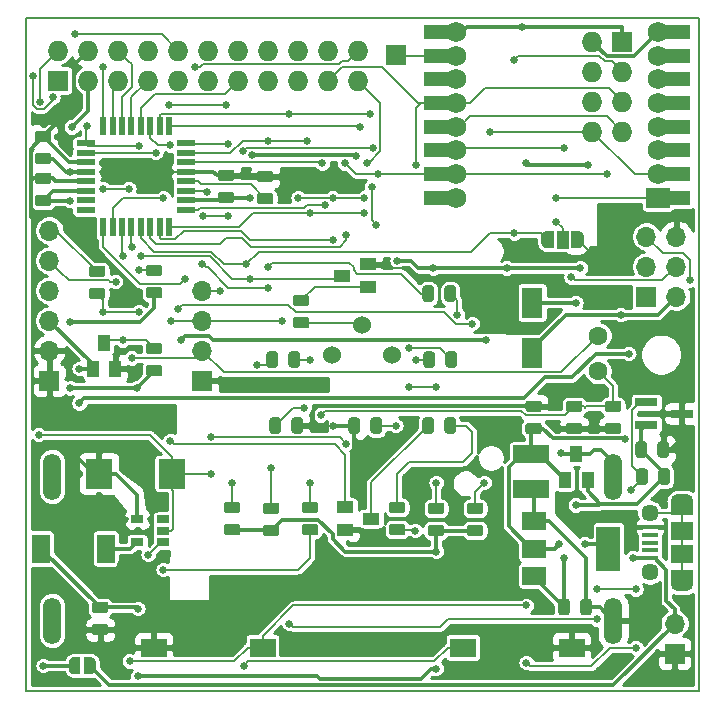
<source format=gtl>
G04 #@! TF.GenerationSoftware,KiCad,Pcbnew,5.1.6-c6e7f7d~87~ubuntu18.04.1*
G04 #@! TF.CreationDate,2020-07-15T21:48:52+02:00*
G04 #@! TF.ProjectId,BT-Pcb-328P,42542d50-6362-42d3-9332-38502e6b6963,3.0*
G04 #@! TF.SameCoordinates,Original*
G04 #@! TF.FileFunction,Copper,L1,Top*
G04 #@! TF.FilePolarity,Positive*
%FSLAX46Y46*%
G04 Gerber Fmt 4.6, Leading zero omitted, Abs format (unit mm)*
G04 Created by KiCad (PCBNEW 5.1.6-c6e7f7d~87~ubuntu18.04.1) date 2020-07-15 21:48:52*
%MOMM*%
%LPD*%
G01*
G04 APERTURE LIST*
G04 #@! TA.AperFunction,Profile*
%ADD10C,0.150000*%
G04 #@! TD*
G04 #@! TA.AperFunction,SMDPad,CuDef*
%ADD11R,1.400000X1.000000*%
G04 #@! TD*
G04 #@! TA.AperFunction,ComponentPad*
%ADD12C,1.524000*%
G04 #@! TD*
G04 #@! TA.AperFunction,ComponentPad*
%ADD13O,1.727200X1.727200*%
G04 #@! TD*
G04 #@! TA.AperFunction,ComponentPad*
%ADD14R,1.727200X1.727200*%
G04 #@! TD*
G04 #@! TA.AperFunction,ComponentPad*
%ADD15O,1.524000X3.962000*%
G04 #@! TD*
G04 #@! TA.AperFunction,SMDPad,CuDef*
%ADD16R,1.000000X1.400000*%
G04 #@! TD*
G04 #@! TA.AperFunction,ComponentPad*
%ADD17R,1.700000X1.700000*%
G04 #@! TD*
G04 #@! TA.AperFunction,ComponentPad*
%ADD18O,1.700000X1.700000*%
G04 #@! TD*
G04 #@! TA.AperFunction,SMDPad,CuDef*
%ADD19R,1.750000X2.650000*%
G04 #@! TD*
G04 #@! TA.AperFunction,SMDPad,CuDef*
%ADD20R,2.310000X2.520000*%
G04 #@! TD*
G04 #@! TA.AperFunction,SMDPad,CuDef*
%ADD21R,2.180000X1.600000*%
G04 #@! TD*
G04 #@! TA.AperFunction,SMDPad,CuDef*
%ADD22R,3.020000X1.510000*%
G04 #@! TD*
G04 #@! TA.AperFunction,SMDPad,CuDef*
%ADD23R,1.900000X1.500000*%
G04 #@! TD*
G04 #@! TA.AperFunction,ComponentPad*
%ADD24C,1.450000*%
G04 #@! TD*
G04 #@! TA.AperFunction,SMDPad,CuDef*
%ADD25R,1.350000X0.400000*%
G04 #@! TD*
G04 #@! TA.AperFunction,ComponentPad*
%ADD26O,1.900000X1.200000*%
G04 #@! TD*
G04 #@! TA.AperFunction,SMDPad,CuDef*
%ADD27R,1.900000X1.200000*%
G04 #@! TD*
G04 #@! TA.AperFunction,SMDPad,CuDef*
%ADD28R,1.500000X2.400000*%
G04 #@! TD*
G04 #@! TA.AperFunction,SMDPad,CuDef*
%ADD29C,0.100000*%
G04 #@! TD*
G04 #@! TA.AperFunction,SMDPad,CuDef*
%ADD30R,1.000000X1.500000*%
G04 #@! TD*
G04 #@! TA.AperFunction,ComponentPad*
%ADD31C,1.600000*%
G04 #@! TD*
G04 #@! TA.AperFunction,SMDPad,CuDef*
%ADD32R,1.600000X0.550000*%
G04 #@! TD*
G04 #@! TA.AperFunction,SMDPad,CuDef*
%ADD33R,0.550000X1.600000*%
G04 #@! TD*
G04 #@! TA.AperFunction,SMDPad,CuDef*
%ADD34R,2.000000X3.800000*%
G04 #@! TD*
G04 #@! TA.AperFunction,SMDPad,CuDef*
%ADD35R,2.000000X1.500000*%
G04 #@! TD*
G04 #@! TA.AperFunction,SMDPad,CuDef*
%ADD36R,1.060000X0.650000*%
G04 #@! TD*
G04 #@! TA.AperFunction,SMDPad,CuDef*
%ADD37R,1.900000X0.800000*%
G04 #@! TD*
G04 #@! TA.AperFunction,SMDPad,CuDef*
%ADD38R,3.000000X1.200000*%
G04 #@! TD*
G04 #@! TA.AperFunction,ComponentPad*
%ADD39R,2.000000X1.727200*%
G04 #@! TD*
G04 #@! TA.AperFunction,ComponentPad*
%ADD40C,1.727200*%
G04 #@! TD*
G04 #@! TA.AperFunction,ViaPad*
%ADD41C,0.650000*%
G04 #@! TD*
G04 #@! TA.AperFunction,Conductor*
%ADD42C,0.160000*%
G04 #@! TD*
G04 #@! TA.AperFunction,Conductor*
%ADD43C,0.300000*%
G04 #@! TD*
G04 #@! TA.AperFunction,Conductor*
%ADD44C,0.254000*%
G04 #@! TD*
G04 APERTURE END LIST*
D10*
X184040000Y-138320000D02*
X184040000Y-81320000D01*
X127040000Y-138320000D02*
X127040000Y-81320000D01*
X127040000Y-138320000D02*
X184040000Y-138320000D01*
X127040000Y-81320000D02*
X184040000Y-81320000D01*
G04 #@! TA.AperFunction,SMDPad,CuDef*
G36*
G01*
X156230500Y-116280250D02*
X156230500Y-115367750D01*
G75*
G02*
X156474250Y-115124000I243750J0D01*
G01*
X156961750Y-115124000D01*
G75*
G02*
X157205500Y-115367750I0J-243750D01*
G01*
X157205500Y-116280250D01*
G75*
G02*
X156961750Y-116524000I-243750J0D01*
G01*
X156474250Y-116524000D01*
G75*
G02*
X156230500Y-116280250I0J243750D01*
G01*
G37*
G04 #@! TD.AperFunction*
G04 #@! TA.AperFunction,SMDPad,CuDef*
G36*
G01*
X154355500Y-116280250D02*
X154355500Y-115367750D01*
G75*
G02*
X154599250Y-115124000I243750J0D01*
G01*
X155086750Y-115124000D01*
G75*
G02*
X155330500Y-115367750I0J-243750D01*
G01*
X155330500Y-116280250D01*
G75*
G02*
X155086750Y-116524000I-243750J0D01*
G01*
X154599250Y-116524000D01*
G75*
G02*
X154355500Y-116280250I0J243750D01*
G01*
G37*
G04 #@! TD.AperFunction*
D11*
X156294000Y-123698000D03*
X154094000Y-124648000D03*
X154094000Y-122748000D03*
D12*
X158080000Y-109820000D03*
X155540000Y-107280000D03*
X153000000Y-109820000D03*
G04 #@! TA.AperFunction,SMDPad,CuDef*
G36*
G01*
X172135500Y-131647250D02*
X172135500Y-130734750D01*
G75*
G02*
X172379250Y-130491000I243750J0D01*
G01*
X172866750Y-130491000D01*
G75*
G02*
X173110500Y-130734750I0J-243750D01*
G01*
X173110500Y-131647250D01*
G75*
G02*
X172866750Y-131891000I-243750J0D01*
G01*
X172379250Y-131891000D01*
G75*
G02*
X172135500Y-131647250I0J243750D01*
G01*
G37*
G04 #@! TD.AperFunction*
G04 #@! TA.AperFunction,SMDPad,CuDef*
G36*
G01*
X174010500Y-131647250D02*
X174010500Y-130734750D01*
G75*
G02*
X174254250Y-130491000I243750J0D01*
G01*
X174741750Y-130491000D01*
G75*
G02*
X174985500Y-130734750I0J-243750D01*
G01*
X174985500Y-131647250D01*
G75*
G02*
X174741750Y-131891000I-243750J0D01*
G01*
X174254250Y-131891000D01*
G75*
G02*
X174010500Y-131647250I0J243750D01*
G01*
G37*
G04 #@! TD.AperFunction*
D13*
X152654000Y-84074000D03*
X152654000Y-86614000D03*
X150114000Y-84074000D03*
X150114000Y-86614000D03*
X147574000Y-84074000D03*
X147574000Y-86614000D03*
X145034000Y-84074000D03*
X145034000Y-86614000D03*
X142494000Y-84074000D03*
X142494000Y-86614000D03*
X139954000Y-84074000D03*
X139954000Y-86614000D03*
D14*
X129794000Y-86614000D03*
D13*
X129794000Y-84074000D03*
X132334000Y-86614000D03*
X132334000Y-84074000D03*
X134874000Y-86614000D03*
X134874000Y-84074000D03*
X137414000Y-86614000D03*
X137414000Y-84074000D03*
X155194000Y-86614000D03*
X155194000Y-84074000D03*
X177546000Y-90932000D03*
X175006000Y-90932000D03*
X177546000Y-88392000D03*
X175006000Y-88392000D03*
X177546000Y-85852000D03*
X175006000Y-85852000D03*
D14*
X177546000Y-83312000D03*
D13*
X175006000Y-83312000D03*
D15*
X176784000Y-120142000D03*
X129284000Y-120142000D03*
X176786000Y-132334000D03*
X129286000Y-132334000D03*
D16*
X133670000Y-108798000D03*
X134620000Y-110998000D03*
X132720000Y-110998000D03*
G04 #@! TA.AperFunction,SMDPad,CuDef*
G36*
G01*
X137465750Y-108811000D02*
X138378250Y-108811000D01*
G75*
G02*
X138622000Y-109054750I0J-243750D01*
G01*
X138622000Y-109542250D01*
G75*
G02*
X138378250Y-109786000I-243750J0D01*
G01*
X137465750Y-109786000D01*
G75*
G02*
X137222000Y-109542250I0J243750D01*
G01*
X137222000Y-109054750D01*
G75*
G02*
X137465750Y-108811000I243750J0D01*
G01*
G37*
G04 #@! TD.AperFunction*
G04 #@! TA.AperFunction,SMDPad,CuDef*
G36*
G01*
X137465750Y-110686000D02*
X138378250Y-110686000D01*
G75*
G02*
X138622000Y-110929750I0J-243750D01*
G01*
X138622000Y-111417250D01*
G75*
G02*
X138378250Y-111661000I-243750J0D01*
G01*
X137465750Y-111661000D01*
G75*
G02*
X137222000Y-111417250I0J243750D01*
G01*
X137222000Y-110929750D01*
G75*
G02*
X137465750Y-110686000I243750J0D01*
G01*
G37*
G04 #@! TD.AperFunction*
D17*
X181991000Y-135128000D03*
D18*
X181991000Y-132588000D03*
G04 #@! TA.AperFunction,SMDPad,CuDef*
G36*
G01*
X128067750Y-90855500D02*
X128980250Y-90855500D01*
G75*
G02*
X129224000Y-91099250I0J-243750D01*
G01*
X129224000Y-91586750D01*
G75*
G02*
X128980250Y-91830500I-243750J0D01*
G01*
X128067750Y-91830500D01*
G75*
G02*
X127824000Y-91586750I0J243750D01*
G01*
X127824000Y-91099250D01*
G75*
G02*
X128067750Y-90855500I243750J0D01*
G01*
G37*
G04 #@! TD.AperFunction*
G04 #@! TA.AperFunction,SMDPad,CuDef*
G36*
G01*
X128067750Y-92730500D02*
X128980250Y-92730500D01*
G75*
G02*
X129224000Y-92974250I0J-243750D01*
G01*
X129224000Y-93461750D01*
G75*
G02*
X128980250Y-93705500I-243750J0D01*
G01*
X128067750Y-93705500D01*
G75*
G02*
X127824000Y-93461750I0J243750D01*
G01*
X127824000Y-92974250D01*
G75*
G02*
X128067750Y-92730500I243750J0D01*
G01*
G37*
G04 #@! TD.AperFunction*
D19*
X169926000Y-109710000D03*
X169926000Y-105410000D03*
D20*
X139446000Y-119888000D03*
X133246000Y-119888000D03*
D21*
X147094000Y-134620000D03*
X137894000Y-134620000D03*
X173256000Y-134620000D03*
X164056000Y-134620000D03*
D22*
X169799000Y-118258000D03*
X169799000Y-121158000D03*
G04 #@! TA.AperFunction,SMDPad,CuDef*
G36*
G01*
X179636000Y-117399750D02*
X179636000Y-118312250D01*
G75*
G02*
X179392250Y-118556000I-243750J0D01*
G01*
X178904750Y-118556000D01*
G75*
G02*
X178661000Y-118312250I0J243750D01*
G01*
X178661000Y-117399750D01*
G75*
G02*
X178904750Y-117156000I243750J0D01*
G01*
X179392250Y-117156000D01*
G75*
G02*
X179636000Y-117399750I0J-243750D01*
G01*
G37*
G04 #@! TD.AperFunction*
G04 #@! TA.AperFunction,SMDPad,CuDef*
G36*
G01*
X181511000Y-117399750D02*
X181511000Y-118312250D01*
G75*
G02*
X181267250Y-118556000I-243750J0D01*
G01*
X180779750Y-118556000D01*
G75*
G02*
X180536000Y-118312250I0J243750D01*
G01*
X180536000Y-117399750D01*
G75*
G02*
X180779750Y-117156000I243750J0D01*
G01*
X181267250Y-117156000D01*
G75*
G02*
X181511000Y-117399750I0J-243750D01*
G01*
G37*
G04 #@! TD.AperFunction*
G04 #@! TA.AperFunction,SMDPad,CuDef*
G36*
G01*
X133806250Y-133583500D02*
X132893750Y-133583500D01*
G75*
G02*
X132650000Y-133339750I0J243750D01*
G01*
X132650000Y-132852250D01*
G75*
G02*
X132893750Y-132608500I243750J0D01*
G01*
X133806250Y-132608500D01*
G75*
G02*
X134050000Y-132852250I0J-243750D01*
G01*
X134050000Y-133339750D01*
G75*
G02*
X133806250Y-133583500I-243750J0D01*
G01*
G37*
G04 #@! TD.AperFunction*
G04 #@! TA.AperFunction,SMDPad,CuDef*
G36*
G01*
X133806250Y-131708500D02*
X132893750Y-131708500D01*
G75*
G02*
X132650000Y-131464750I0J243750D01*
G01*
X132650000Y-130977250D01*
G75*
G02*
X132893750Y-130733500I243750J0D01*
G01*
X133806250Y-130733500D01*
G75*
G02*
X134050000Y-130977250I0J-243750D01*
G01*
X134050000Y-131464750D01*
G75*
G02*
X133806250Y-131708500I-243750J0D01*
G01*
G37*
G04 #@! TD.AperFunction*
G04 #@! TA.AperFunction,SMDPad,CuDef*
G36*
G01*
X133552250Y-105135500D02*
X132639750Y-105135500D01*
G75*
G02*
X132396000Y-104891750I0J243750D01*
G01*
X132396000Y-104404250D01*
G75*
G02*
X132639750Y-104160500I243750J0D01*
G01*
X133552250Y-104160500D01*
G75*
G02*
X133796000Y-104404250I0J-243750D01*
G01*
X133796000Y-104891750D01*
G75*
G02*
X133552250Y-105135500I-243750J0D01*
G01*
G37*
G04 #@! TD.AperFunction*
G04 #@! TA.AperFunction,SMDPad,CuDef*
G36*
G01*
X133552250Y-103260500D02*
X132639750Y-103260500D01*
G75*
G02*
X132396000Y-103016750I0J243750D01*
G01*
X132396000Y-102529250D01*
G75*
G02*
X132639750Y-102285500I243750J0D01*
G01*
X133552250Y-102285500D01*
G75*
G02*
X133796000Y-102529250I0J-243750D01*
G01*
X133796000Y-103016750D01*
G75*
G02*
X133552250Y-103260500I-243750J0D01*
G01*
G37*
G04 #@! TD.AperFunction*
G04 #@! TA.AperFunction,SMDPad,CuDef*
G36*
G01*
X143561750Y-96032500D02*
X144474250Y-96032500D01*
G75*
G02*
X144718000Y-96276250I0J-243750D01*
G01*
X144718000Y-96763750D01*
G75*
G02*
X144474250Y-97007500I-243750J0D01*
G01*
X143561750Y-97007500D01*
G75*
G02*
X143318000Y-96763750I0J243750D01*
G01*
X143318000Y-96276250D01*
G75*
G02*
X143561750Y-96032500I243750J0D01*
G01*
G37*
G04 #@! TD.AperFunction*
G04 #@! TA.AperFunction,SMDPad,CuDef*
G36*
G01*
X143561750Y-94157500D02*
X144474250Y-94157500D01*
G75*
G02*
X144718000Y-94401250I0J-243750D01*
G01*
X144718000Y-94888750D01*
G75*
G02*
X144474250Y-95132500I-243750J0D01*
G01*
X143561750Y-95132500D01*
G75*
G02*
X143318000Y-94888750I0J243750D01*
G01*
X143318000Y-94401250D01*
G75*
G02*
X143561750Y-94157500I243750J0D01*
G01*
G37*
G04 #@! TD.AperFunction*
G04 #@! TA.AperFunction,SMDPad,CuDef*
G36*
G01*
X128067750Y-94411500D02*
X128980250Y-94411500D01*
G75*
G02*
X129224000Y-94655250I0J-243750D01*
G01*
X129224000Y-95142750D01*
G75*
G02*
X128980250Y-95386500I-243750J0D01*
G01*
X128067750Y-95386500D01*
G75*
G02*
X127824000Y-95142750I0J243750D01*
G01*
X127824000Y-94655250D01*
G75*
G02*
X128067750Y-94411500I243750J0D01*
G01*
G37*
G04 #@! TD.AperFunction*
G04 #@! TA.AperFunction,SMDPad,CuDef*
G36*
G01*
X128067750Y-96286500D02*
X128980250Y-96286500D01*
G75*
G02*
X129224000Y-96530250I0J-243750D01*
G01*
X129224000Y-97017750D01*
G75*
G02*
X128980250Y-97261500I-243750J0D01*
G01*
X128067750Y-97261500D01*
G75*
G02*
X127824000Y-97017750I0J243750D01*
G01*
X127824000Y-96530250D01*
G75*
G02*
X128067750Y-96286500I243750J0D01*
G01*
G37*
G04 #@! TD.AperFunction*
G04 #@! TA.AperFunction,SMDPad,CuDef*
G36*
G01*
X147776250Y-95229500D02*
X146863750Y-95229500D01*
G75*
G02*
X146620000Y-94985750I0J243750D01*
G01*
X146620000Y-94498250D01*
G75*
G02*
X146863750Y-94254500I243750J0D01*
G01*
X147776250Y-94254500D01*
G75*
G02*
X148020000Y-94498250I0J-243750D01*
G01*
X148020000Y-94985750D01*
G75*
G02*
X147776250Y-95229500I-243750J0D01*
G01*
G37*
G04 #@! TD.AperFunction*
G04 #@! TA.AperFunction,SMDPad,CuDef*
G36*
G01*
X147776250Y-97104500D02*
X146863750Y-97104500D01*
G75*
G02*
X146620000Y-96860750I0J243750D01*
G01*
X146620000Y-96373250D01*
G75*
G02*
X146863750Y-96129500I243750J0D01*
G01*
X147776250Y-96129500D01*
G75*
G02*
X148020000Y-96373250I0J-243750D01*
G01*
X148020000Y-96860750D01*
G75*
G02*
X147776250Y-97104500I-243750J0D01*
G01*
G37*
G04 #@! TD.AperFunction*
G04 #@! TA.AperFunction,SMDPad,CuDef*
G36*
G01*
X177240250Y-116565500D02*
X176327750Y-116565500D01*
G75*
G02*
X176084000Y-116321750I0J243750D01*
G01*
X176084000Y-115834250D01*
G75*
G02*
X176327750Y-115590500I243750J0D01*
G01*
X177240250Y-115590500D01*
G75*
G02*
X177484000Y-115834250I0J-243750D01*
G01*
X177484000Y-116321750D01*
G75*
G02*
X177240250Y-116565500I-243750J0D01*
G01*
G37*
G04 #@! TD.AperFunction*
G04 #@! TA.AperFunction,SMDPad,CuDef*
G36*
G01*
X177240250Y-114690500D02*
X176327750Y-114690500D01*
G75*
G02*
X176084000Y-114446750I0J243750D01*
G01*
X176084000Y-113959250D01*
G75*
G02*
X176327750Y-113715500I243750J0D01*
G01*
X177240250Y-113715500D01*
G75*
G02*
X177484000Y-113959250I0J-243750D01*
G01*
X177484000Y-114446750D01*
G75*
G02*
X177240250Y-114690500I-243750J0D01*
G01*
G37*
G04 #@! TD.AperFunction*
D17*
X158369000Y-84455000D03*
X141986000Y-112014000D03*
D18*
X141986000Y-109474000D03*
X141986000Y-106934000D03*
X141986000Y-104394000D03*
D17*
X179578000Y-104902000D03*
D18*
X182118000Y-104902000D03*
X179578000Y-102362000D03*
X182118000Y-102362000D03*
X179578000Y-99822000D03*
X182118000Y-99822000D03*
D17*
X129032000Y-112014000D03*
D18*
X129032000Y-109474000D03*
X129032000Y-106934000D03*
X129032000Y-104394000D03*
X129032000Y-101854000D03*
X129032000Y-99314000D03*
D23*
X182593500Y-124730000D03*
D24*
X179893500Y-128230000D03*
D25*
X179893500Y-126380000D03*
X179893500Y-127030000D03*
X179893500Y-124430000D03*
X179893500Y-125080000D03*
X179893500Y-125730000D03*
D24*
X179893500Y-123230000D03*
D23*
X182593500Y-126730000D03*
D26*
X182593500Y-129230000D03*
X182593500Y-122230000D03*
D27*
X182593500Y-122830000D03*
X182593500Y-128630000D03*
D11*
X153840000Y-103124000D03*
X156040000Y-102174000D03*
X156040000Y-104074000D03*
D16*
X173675000Y-118196000D03*
X174625000Y-120396000D03*
X172725000Y-120396000D03*
D28*
X128314000Y-126238000D03*
X133814000Y-126238000D03*
G04 #@! TA.AperFunction,SMDPad,CuDef*
D29*
G36*
X131676000Y-136894000D02*
G01*
X131176000Y-136894000D01*
X131176000Y-136893398D01*
X131151466Y-136893398D01*
X131102635Y-136888588D01*
X131054510Y-136879016D01*
X131007555Y-136864772D01*
X130962222Y-136845995D01*
X130918949Y-136822864D01*
X130878150Y-136795604D01*
X130840221Y-136764476D01*
X130805524Y-136729779D01*
X130774396Y-136691850D01*
X130747136Y-136651051D01*
X130724005Y-136607778D01*
X130705228Y-136562445D01*
X130690984Y-136515490D01*
X130681412Y-136467365D01*
X130676602Y-136418534D01*
X130676602Y-136394000D01*
X130676000Y-136394000D01*
X130676000Y-135894000D01*
X130676602Y-135894000D01*
X130676602Y-135869466D01*
X130681412Y-135820635D01*
X130690984Y-135772510D01*
X130705228Y-135725555D01*
X130724005Y-135680222D01*
X130747136Y-135636949D01*
X130774396Y-135596150D01*
X130805524Y-135558221D01*
X130840221Y-135523524D01*
X130878150Y-135492396D01*
X130918949Y-135465136D01*
X130962222Y-135442005D01*
X131007555Y-135423228D01*
X131054510Y-135408984D01*
X131102635Y-135399412D01*
X131151466Y-135394602D01*
X131176000Y-135394602D01*
X131176000Y-135394000D01*
X131676000Y-135394000D01*
X131676000Y-136894000D01*
G37*
G04 #@! TD.AperFunction*
G04 #@! TA.AperFunction,SMDPad,CuDef*
G36*
X132476000Y-135394602D02*
G01*
X132500534Y-135394602D01*
X132549365Y-135399412D01*
X132597490Y-135408984D01*
X132644445Y-135423228D01*
X132689778Y-135442005D01*
X132733051Y-135465136D01*
X132773850Y-135492396D01*
X132811779Y-135523524D01*
X132846476Y-135558221D01*
X132877604Y-135596150D01*
X132904864Y-135636949D01*
X132927995Y-135680222D01*
X132946772Y-135725555D01*
X132961016Y-135772510D01*
X132970588Y-135820635D01*
X132975398Y-135869466D01*
X132975398Y-135894000D01*
X132976000Y-135894000D01*
X132976000Y-136394000D01*
X132975398Y-136394000D01*
X132975398Y-136418534D01*
X132970588Y-136467365D01*
X132961016Y-136515490D01*
X132946772Y-136562445D01*
X132927995Y-136607778D01*
X132904864Y-136651051D01*
X132877604Y-136691850D01*
X132846476Y-136729779D01*
X132811779Y-136764476D01*
X132773850Y-136795604D01*
X132733051Y-136822864D01*
X132689778Y-136845995D01*
X132644445Y-136864772D01*
X132597490Y-136879016D01*
X132549365Y-136888588D01*
X132500534Y-136893398D01*
X132476000Y-136893398D01*
X132476000Y-136894000D01*
X131976000Y-136894000D01*
X131976000Y-135394000D01*
X132476000Y-135394000D01*
X132476000Y-135394602D01*
G37*
G04 #@! TD.AperFunction*
G04 #@! TA.AperFunction,SMDPad,CuDef*
G36*
X171746000Y-100826000D02*
G01*
X171196000Y-100826000D01*
X171196000Y-100825398D01*
X171171466Y-100825398D01*
X171122635Y-100820588D01*
X171074510Y-100811016D01*
X171027555Y-100796772D01*
X170982222Y-100777995D01*
X170938949Y-100754864D01*
X170898150Y-100727604D01*
X170860221Y-100696476D01*
X170825524Y-100661779D01*
X170794396Y-100623850D01*
X170767136Y-100583051D01*
X170744005Y-100539778D01*
X170725228Y-100494445D01*
X170710984Y-100447490D01*
X170701412Y-100399365D01*
X170696602Y-100350534D01*
X170696602Y-100326000D01*
X170696000Y-100326000D01*
X170696000Y-99826000D01*
X170696602Y-99826000D01*
X170696602Y-99801466D01*
X170701412Y-99752635D01*
X170710984Y-99704510D01*
X170725228Y-99657555D01*
X170744005Y-99612222D01*
X170767136Y-99568949D01*
X170794396Y-99528150D01*
X170825524Y-99490221D01*
X170860221Y-99455524D01*
X170898150Y-99424396D01*
X170938949Y-99397136D01*
X170982222Y-99374005D01*
X171027555Y-99355228D01*
X171074510Y-99340984D01*
X171122635Y-99331412D01*
X171171466Y-99326602D01*
X171196000Y-99326602D01*
X171196000Y-99326000D01*
X171746000Y-99326000D01*
X171746000Y-100826000D01*
G37*
G04 #@! TD.AperFunction*
G04 #@! TA.AperFunction,SMDPad,CuDef*
G36*
X173796000Y-99326602D02*
G01*
X173820534Y-99326602D01*
X173869365Y-99331412D01*
X173917490Y-99340984D01*
X173964445Y-99355228D01*
X174009778Y-99374005D01*
X174053051Y-99397136D01*
X174093850Y-99424396D01*
X174131779Y-99455524D01*
X174166476Y-99490221D01*
X174197604Y-99528150D01*
X174224864Y-99568949D01*
X174247995Y-99612222D01*
X174266772Y-99657555D01*
X174281016Y-99704510D01*
X174290588Y-99752635D01*
X174295398Y-99801466D01*
X174295398Y-99826000D01*
X174296000Y-99826000D01*
X174296000Y-100326000D01*
X174295398Y-100326000D01*
X174295398Y-100350534D01*
X174290588Y-100399365D01*
X174281016Y-100447490D01*
X174266772Y-100494445D01*
X174247995Y-100539778D01*
X174224864Y-100583051D01*
X174197604Y-100623850D01*
X174166476Y-100661779D01*
X174131779Y-100696476D01*
X174093850Y-100727604D01*
X174053051Y-100754864D01*
X174009778Y-100777995D01*
X173964445Y-100796772D01*
X173917490Y-100811016D01*
X173869365Y-100820588D01*
X173820534Y-100825398D01*
X173796000Y-100825398D01*
X173796000Y-100826000D01*
X173246000Y-100826000D01*
X173246000Y-99326000D01*
X173796000Y-99326000D01*
X173796000Y-99326602D01*
G37*
G04 #@! TD.AperFunction*
D30*
X172496000Y-100076000D03*
G04 #@! TA.AperFunction,SMDPad,CuDef*
G36*
G01*
X160627000Y-116280250D02*
X160627000Y-115367750D01*
G75*
G02*
X160870750Y-115124000I243750J0D01*
G01*
X161358250Y-115124000D01*
G75*
G02*
X161602000Y-115367750I0J-243750D01*
G01*
X161602000Y-116280250D01*
G75*
G02*
X161358250Y-116524000I-243750J0D01*
G01*
X160870750Y-116524000D01*
G75*
G02*
X160627000Y-116280250I0J243750D01*
G01*
G37*
G04 #@! TD.AperFunction*
G04 #@! TA.AperFunction,SMDPad,CuDef*
G36*
G01*
X162502000Y-116280250D02*
X162502000Y-115367750D01*
G75*
G02*
X162745750Y-115124000I243750J0D01*
G01*
X163233250Y-115124000D01*
G75*
G02*
X163477000Y-115367750I0J-243750D01*
G01*
X163477000Y-116280250D01*
G75*
G02*
X163233250Y-116524000I-243750J0D01*
G01*
X162745750Y-116524000D01*
G75*
G02*
X162502000Y-116280250I0J243750D01*
G01*
G37*
G04 #@! TD.AperFunction*
G04 #@! TA.AperFunction,SMDPad,CuDef*
G36*
G01*
X162502000Y-105104250D02*
X162502000Y-104191750D01*
G75*
G02*
X162745750Y-103948000I243750J0D01*
G01*
X163233250Y-103948000D01*
G75*
G02*
X163477000Y-104191750I0J-243750D01*
G01*
X163477000Y-105104250D01*
G75*
G02*
X163233250Y-105348000I-243750J0D01*
G01*
X162745750Y-105348000D01*
G75*
G02*
X162502000Y-105104250I0J243750D01*
G01*
G37*
G04 #@! TD.AperFunction*
G04 #@! TA.AperFunction,SMDPad,CuDef*
G36*
G01*
X160627000Y-105104250D02*
X160627000Y-104191750D01*
G75*
G02*
X160870750Y-103948000I243750J0D01*
G01*
X161358250Y-103948000D01*
G75*
G02*
X161602000Y-104191750I0J-243750D01*
G01*
X161602000Y-105104250D01*
G75*
G02*
X161358250Y-105348000I-243750J0D01*
G01*
X160870750Y-105348000D01*
G75*
G02*
X160627000Y-105104250I0J243750D01*
G01*
G37*
G04 #@! TD.AperFunction*
G04 #@! TA.AperFunction,SMDPad,CuDef*
G36*
G01*
X150269000Y-109779750D02*
X150269000Y-110692250D01*
G75*
G02*
X150025250Y-110936000I-243750J0D01*
G01*
X149537750Y-110936000D01*
G75*
G02*
X149294000Y-110692250I0J243750D01*
G01*
X149294000Y-109779750D01*
G75*
G02*
X149537750Y-109536000I243750J0D01*
G01*
X150025250Y-109536000D01*
G75*
G02*
X150269000Y-109779750I0J-243750D01*
G01*
G37*
G04 #@! TD.AperFunction*
G04 #@! TA.AperFunction,SMDPad,CuDef*
G36*
G01*
X148394000Y-109779750D02*
X148394000Y-110692250D01*
G75*
G02*
X148150250Y-110936000I-243750J0D01*
G01*
X147662750Y-110936000D01*
G75*
G02*
X147419000Y-110692250I0J243750D01*
G01*
X147419000Y-109779750D01*
G75*
G02*
X147662750Y-109536000I243750J0D01*
G01*
X148150250Y-109536000D01*
G75*
G02*
X148394000Y-109779750I0J-243750D01*
G01*
G37*
G04 #@! TD.AperFunction*
G04 #@! TA.AperFunction,SMDPad,CuDef*
G36*
G01*
X148648000Y-115367750D02*
X148648000Y-116280250D01*
G75*
G02*
X148404250Y-116524000I-243750J0D01*
G01*
X147916750Y-116524000D01*
G75*
G02*
X147673000Y-116280250I0J243750D01*
G01*
X147673000Y-115367750D01*
G75*
G02*
X147916750Y-115124000I243750J0D01*
G01*
X148404250Y-115124000D01*
G75*
G02*
X148648000Y-115367750I0J-243750D01*
G01*
G37*
G04 #@! TD.AperFunction*
G04 #@! TA.AperFunction,SMDPad,CuDef*
G36*
G01*
X150523000Y-115367750D02*
X150523000Y-116280250D01*
G75*
G02*
X150279250Y-116524000I-243750J0D01*
G01*
X149791750Y-116524000D01*
G75*
G02*
X149548000Y-116280250I0J243750D01*
G01*
X149548000Y-115367750D01*
G75*
G02*
X149791750Y-115124000I243750J0D01*
G01*
X150279250Y-115124000D01*
G75*
G02*
X150523000Y-115367750I0J-243750D01*
G01*
G37*
G04 #@! TD.AperFunction*
G04 #@! TA.AperFunction,SMDPad,CuDef*
G36*
G01*
X160705500Y-110692250D02*
X160705500Y-109779750D01*
G75*
G02*
X160949250Y-109536000I243750J0D01*
G01*
X161436750Y-109536000D01*
G75*
G02*
X161680500Y-109779750I0J-243750D01*
G01*
X161680500Y-110692250D01*
G75*
G02*
X161436750Y-110936000I-243750J0D01*
G01*
X160949250Y-110936000D01*
G75*
G02*
X160705500Y-110692250I0J243750D01*
G01*
G37*
G04 #@! TD.AperFunction*
G04 #@! TA.AperFunction,SMDPad,CuDef*
G36*
G01*
X162580500Y-110692250D02*
X162580500Y-109779750D01*
G75*
G02*
X162824250Y-109536000I243750J0D01*
G01*
X163311750Y-109536000D01*
G75*
G02*
X163555500Y-109779750I0J-243750D01*
G01*
X163555500Y-110692250D01*
G75*
G02*
X163311750Y-110936000I-243750J0D01*
G01*
X162824250Y-110936000D01*
G75*
G02*
X162580500Y-110692250I0J243750D01*
G01*
G37*
G04 #@! TD.AperFunction*
D31*
X175514000Y-108204000D03*
X175514000Y-111204000D03*
D32*
X132148000Y-91942000D03*
X132148000Y-92742000D03*
X132148000Y-93542000D03*
X132148000Y-94342000D03*
X132148000Y-95142000D03*
X132148000Y-95942000D03*
X132148000Y-96742000D03*
X132148000Y-97542000D03*
D33*
X133598000Y-98992000D03*
X134398000Y-98992000D03*
X135198000Y-98992000D03*
X135998000Y-98992000D03*
X136798000Y-98992000D03*
X137598000Y-98992000D03*
X138398000Y-98992000D03*
X139198000Y-98992000D03*
D32*
X140648000Y-97542000D03*
X140648000Y-96742000D03*
X140648000Y-95942000D03*
X140648000Y-95142000D03*
X140648000Y-94342000D03*
X140648000Y-93542000D03*
X140648000Y-92742000D03*
X140648000Y-91942000D03*
D33*
X139198000Y-90492000D03*
X138398000Y-90492000D03*
X137598000Y-90492000D03*
X136798000Y-90492000D03*
X135998000Y-90492000D03*
X135198000Y-90492000D03*
X134398000Y-90492000D03*
X133598000Y-90492000D03*
D34*
X176378000Y-126238000D03*
D35*
X170078000Y-126238000D03*
X170078000Y-128538000D03*
X170078000Y-123938000D03*
D36*
X138684000Y-125664000D03*
X138684000Y-124714000D03*
X138684000Y-123764000D03*
X136484000Y-123764000D03*
X136484000Y-125664000D03*
D37*
X179602000Y-113858000D03*
X179602000Y-115758000D03*
X182602000Y-114808000D03*
G04 #@! TA.AperFunction,SMDPad,CuDef*
G36*
G01*
X164643750Y-122351500D02*
X165556250Y-122351500D01*
G75*
G02*
X165800000Y-122595250I0J-243750D01*
G01*
X165800000Y-123082750D01*
G75*
G02*
X165556250Y-123326500I-243750J0D01*
G01*
X164643750Y-123326500D01*
G75*
G02*
X164400000Y-123082750I0J243750D01*
G01*
X164400000Y-122595250D01*
G75*
G02*
X164643750Y-122351500I243750J0D01*
G01*
G37*
G04 #@! TD.AperFunction*
G04 #@! TA.AperFunction,SMDPad,CuDef*
G36*
G01*
X164643750Y-124226500D02*
X165556250Y-124226500D01*
G75*
G02*
X165800000Y-124470250I0J-243750D01*
G01*
X165800000Y-124957750D01*
G75*
G02*
X165556250Y-125201500I-243750J0D01*
G01*
X164643750Y-125201500D01*
G75*
G02*
X164400000Y-124957750I0J243750D01*
G01*
X164400000Y-124470250D01*
G75*
G02*
X164643750Y-124226500I243750J0D01*
G01*
G37*
G04 #@! TD.AperFunction*
G04 #@! TA.AperFunction,SMDPad,CuDef*
G36*
G01*
X149911750Y-106622000D02*
X150824250Y-106622000D01*
G75*
G02*
X151068000Y-106865750I0J-243750D01*
G01*
X151068000Y-107353250D01*
G75*
G02*
X150824250Y-107597000I-243750J0D01*
G01*
X149911750Y-107597000D01*
G75*
G02*
X149668000Y-107353250I0J243750D01*
G01*
X149668000Y-106865750D01*
G75*
G02*
X149911750Y-106622000I243750J0D01*
G01*
G37*
G04 #@! TD.AperFunction*
G04 #@! TA.AperFunction,SMDPad,CuDef*
G36*
G01*
X149911750Y-104747000D02*
X150824250Y-104747000D01*
G75*
G02*
X151068000Y-104990750I0J-243750D01*
G01*
X151068000Y-105478250D01*
G75*
G02*
X150824250Y-105722000I-243750J0D01*
G01*
X149911750Y-105722000D01*
G75*
G02*
X149668000Y-105478250I0J243750D01*
G01*
X149668000Y-104990750D01*
G75*
G02*
X149911750Y-104747000I243750J0D01*
G01*
G37*
G04 #@! TD.AperFunction*
G04 #@! TA.AperFunction,SMDPad,CuDef*
G36*
G01*
X137465750Y-104082000D02*
X138378250Y-104082000D01*
G75*
G02*
X138622000Y-104325750I0J-243750D01*
G01*
X138622000Y-104813250D01*
G75*
G02*
X138378250Y-105057000I-243750J0D01*
G01*
X137465750Y-105057000D01*
G75*
G02*
X137222000Y-104813250I0J243750D01*
G01*
X137222000Y-104325750D01*
G75*
G02*
X137465750Y-104082000I243750J0D01*
G01*
G37*
G04 #@! TD.AperFunction*
G04 #@! TA.AperFunction,SMDPad,CuDef*
G36*
G01*
X137465750Y-102207000D02*
X138378250Y-102207000D01*
G75*
G02*
X138622000Y-102450750I0J-243750D01*
G01*
X138622000Y-102938250D01*
G75*
G02*
X138378250Y-103182000I-243750J0D01*
G01*
X137465750Y-103182000D01*
G75*
G02*
X137222000Y-102938250I0J243750D01*
G01*
X137222000Y-102450750D01*
G75*
G02*
X137465750Y-102207000I243750J0D01*
G01*
G37*
G04 #@! TD.AperFunction*
G04 #@! TA.AperFunction,SMDPad,CuDef*
G36*
G01*
X169596750Y-113715500D02*
X170509250Y-113715500D01*
G75*
G02*
X170753000Y-113959250I0J-243750D01*
G01*
X170753000Y-114446750D01*
G75*
G02*
X170509250Y-114690500I-243750J0D01*
G01*
X169596750Y-114690500D01*
G75*
G02*
X169353000Y-114446750I0J243750D01*
G01*
X169353000Y-113959250D01*
G75*
G02*
X169596750Y-113715500I243750J0D01*
G01*
G37*
G04 #@! TD.AperFunction*
G04 #@! TA.AperFunction,SMDPad,CuDef*
G36*
G01*
X169596750Y-115590500D02*
X170509250Y-115590500D01*
G75*
G02*
X170753000Y-115834250I0J-243750D01*
G01*
X170753000Y-116321750D01*
G75*
G02*
X170509250Y-116565500I-243750J0D01*
G01*
X169596750Y-116565500D01*
G75*
G02*
X169353000Y-116321750I0J243750D01*
G01*
X169353000Y-115834250D01*
G75*
G02*
X169596750Y-115590500I243750J0D01*
G01*
G37*
G04 #@! TD.AperFunction*
G04 #@! TA.AperFunction,SMDPad,CuDef*
G36*
G01*
X144069750Y-124148000D02*
X144982250Y-124148000D01*
G75*
G02*
X145226000Y-124391750I0J-243750D01*
G01*
X145226000Y-124879250D01*
G75*
G02*
X144982250Y-125123000I-243750J0D01*
G01*
X144069750Y-125123000D01*
G75*
G02*
X143826000Y-124879250I0J243750D01*
G01*
X143826000Y-124391750D01*
G75*
G02*
X144069750Y-124148000I243750J0D01*
G01*
G37*
G04 #@! TD.AperFunction*
G04 #@! TA.AperFunction,SMDPad,CuDef*
G36*
G01*
X144069750Y-122273000D02*
X144982250Y-122273000D01*
G75*
G02*
X145226000Y-122516750I0J-243750D01*
G01*
X145226000Y-123004250D01*
G75*
G02*
X144982250Y-123248000I-243750J0D01*
G01*
X144069750Y-123248000D01*
G75*
G02*
X143826000Y-123004250I0J243750D01*
G01*
X143826000Y-122516750D01*
G75*
G02*
X144069750Y-122273000I243750J0D01*
G01*
G37*
G04 #@! TD.AperFunction*
G04 #@! TA.AperFunction,SMDPad,CuDef*
G36*
G01*
X173025750Y-113715500D02*
X173938250Y-113715500D01*
G75*
G02*
X174182000Y-113959250I0J-243750D01*
G01*
X174182000Y-114446750D01*
G75*
G02*
X173938250Y-114690500I-243750J0D01*
G01*
X173025750Y-114690500D01*
G75*
G02*
X172782000Y-114446750I0J243750D01*
G01*
X172782000Y-113959250D01*
G75*
G02*
X173025750Y-113715500I243750J0D01*
G01*
G37*
G04 #@! TD.AperFunction*
G04 #@! TA.AperFunction,SMDPad,CuDef*
G36*
G01*
X173025750Y-115590500D02*
X173938250Y-115590500D01*
G75*
G02*
X174182000Y-115834250I0J-243750D01*
G01*
X174182000Y-116321750D01*
G75*
G02*
X173938250Y-116565500I-243750J0D01*
G01*
X173025750Y-116565500D01*
G75*
G02*
X172782000Y-116321750I0J243750D01*
G01*
X172782000Y-115834250D01*
G75*
G02*
X173025750Y-115590500I243750J0D01*
G01*
G37*
G04 #@! TD.AperFunction*
G04 #@! TA.AperFunction,SMDPad,CuDef*
G36*
G01*
X147371750Y-124226500D02*
X148284250Y-124226500D01*
G75*
G02*
X148528000Y-124470250I0J-243750D01*
G01*
X148528000Y-124957750D01*
G75*
G02*
X148284250Y-125201500I-243750J0D01*
G01*
X147371750Y-125201500D01*
G75*
G02*
X147128000Y-124957750I0J243750D01*
G01*
X147128000Y-124470250D01*
G75*
G02*
X147371750Y-124226500I243750J0D01*
G01*
G37*
G04 #@! TD.AperFunction*
G04 #@! TA.AperFunction,SMDPad,CuDef*
G36*
G01*
X147371750Y-122351500D02*
X148284250Y-122351500D01*
G75*
G02*
X148528000Y-122595250I0J-243750D01*
G01*
X148528000Y-123082750D01*
G75*
G02*
X148284250Y-123326500I-243750J0D01*
G01*
X147371750Y-123326500D01*
G75*
G02*
X147128000Y-123082750I0J243750D01*
G01*
X147128000Y-122595250D01*
G75*
G02*
X147371750Y-122351500I243750J0D01*
G01*
G37*
G04 #@! TD.AperFunction*
G04 #@! TA.AperFunction,SMDPad,CuDef*
G36*
G01*
X158039750Y-122273000D02*
X158952250Y-122273000D01*
G75*
G02*
X159196000Y-122516750I0J-243750D01*
G01*
X159196000Y-123004250D01*
G75*
G02*
X158952250Y-123248000I-243750J0D01*
G01*
X158039750Y-123248000D01*
G75*
G02*
X157796000Y-123004250I0J243750D01*
G01*
X157796000Y-122516750D01*
G75*
G02*
X158039750Y-122273000I243750J0D01*
G01*
G37*
G04 #@! TD.AperFunction*
G04 #@! TA.AperFunction,SMDPad,CuDef*
G36*
G01*
X158039750Y-124148000D02*
X158952250Y-124148000D01*
G75*
G02*
X159196000Y-124391750I0J-243750D01*
G01*
X159196000Y-124879250D01*
G75*
G02*
X158952250Y-125123000I-243750J0D01*
G01*
X158039750Y-125123000D01*
G75*
G02*
X157796000Y-124879250I0J243750D01*
G01*
X157796000Y-124391750D01*
G75*
G02*
X158039750Y-124148000I243750J0D01*
G01*
G37*
G04 #@! TD.AperFunction*
G04 #@! TA.AperFunction,SMDPad,CuDef*
G36*
G01*
X150673750Y-124148000D02*
X151586250Y-124148000D01*
G75*
G02*
X151830000Y-124391750I0J-243750D01*
G01*
X151830000Y-124879250D01*
G75*
G02*
X151586250Y-125123000I-243750J0D01*
G01*
X150673750Y-125123000D01*
G75*
G02*
X150430000Y-124879250I0J243750D01*
G01*
X150430000Y-124391750D01*
G75*
G02*
X150673750Y-124148000I243750J0D01*
G01*
G37*
G04 #@! TD.AperFunction*
G04 #@! TA.AperFunction,SMDPad,CuDef*
G36*
G01*
X150673750Y-122273000D02*
X151586250Y-122273000D01*
G75*
G02*
X151830000Y-122516750I0J-243750D01*
G01*
X151830000Y-123004250D01*
G75*
G02*
X151586250Y-123248000I-243750J0D01*
G01*
X150673750Y-123248000D01*
G75*
G02*
X150430000Y-123004250I0J243750D01*
G01*
X150430000Y-122516750D01*
G75*
G02*
X150673750Y-122273000I243750J0D01*
G01*
G37*
G04 #@! TD.AperFunction*
G04 #@! TA.AperFunction,SMDPad,CuDef*
G36*
G01*
X161341750Y-124226500D02*
X162254250Y-124226500D01*
G75*
G02*
X162498000Y-124470250I0J-243750D01*
G01*
X162498000Y-124957750D01*
G75*
G02*
X162254250Y-125201500I-243750J0D01*
G01*
X161341750Y-125201500D01*
G75*
G02*
X161098000Y-124957750I0J243750D01*
G01*
X161098000Y-124470250D01*
G75*
G02*
X161341750Y-124226500I243750J0D01*
G01*
G37*
G04 #@! TD.AperFunction*
G04 #@! TA.AperFunction,SMDPad,CuDef*
G36*
G01*
X161341750Y-122351500D02*
X162254250Y-122351500D01*
G75*
G02*
X162498000Y-122595250I0J-243750D01*
G01*
X162498000Y-123082750D01*
G75*
G02*
X162254250Y-123326500I-243750J0D01*
G01*
X161341750Y-123326500D01*
G75*
G02*
X161098000Y-123082750I0J243750D01*
G01*
X161098000Y-122595250D01*
G75*
G02*
X161341750Y-122351500I243750J0D01*
G01*
G37*
G04 #@! TD.AperFunction*
G04 #@! TA.AperFunction,SMDPad,CuDef*
G36*
G01*
X181589500Y-119685750D02*
X181589500Y-120598250D01*
G75*
G02*
X181345750Y-120842000I-243750J0D01*
G01*
X180858250Y-120842000D01*
G75*
G02*
X180614500Y-120598250I0J243750D01*
G01*
X180614500Y-119685750D01*
G75*
G02*
X180858250Y-119442000I243750J0D01*
G01*
X181345750Y-119442000D01*
G75*
G02*
X181589500Y-119685750I0J-243750D01*
G01*
G37*
G04 #@! TD.AperFunction*
G04 #@! TA.AperFunction,SMDPad,CuDef*
G36*
G01*
X179714500Y-119685750D02*
X179714500Y-120598250D01*
G75*
G02*
X179470750Y-120842000I-243750J0D01*
G01*
X178983250Y-120842000D01*
G75*
G02*
X178739500Y-120598250I0J243750D01*
G01*
X178739500Y-119685750D01*
G75*
G02*
X178983250Y-119442000I243750J0D01*
G01*
X179470750Y-119442000D01*
G75*
G02*
X179714500Y-119685750I0J-243750D01*
G01*
G37*
G04 #@! TD.AperFunction*
D38*
X181867000Y-96520000D03*
X181867000Y-94520000D03*
X181867000Y-92520000D03*
X181867000Y-90520000D03*
X181867000Y-88520000D03*
X181867000Y-86520000D03*
X181867000Y-84520000D03*
X181867000Y-82520000D03*
X162167000Y-82520000D03*
X162167000Y-84520000D03*
X162167000Y-86520000D03*
X162167000Y-88520000D03*
X162167000Y-90520000D03*
X162167000Y-92520000D03*
X162167000Y-94520000D03*
X162167000Y-96520000D03*
D39*
X180567000Y-96520000D03*
D40*
X180567000Y-94520000D03*
X180567000Y-92520000D03*
X180567000Y-90520000D03*
X180567000Y-88520000D03*
X180567000Y-86520000D03*
X180567000Y-84520000D03*
X180567000Y-82520000D03*
X163467000Y-82520000D03*
X163467000Y-84520000D03*
X163467000Y-86520000D03*
X163467000Y-88520000D03*
X163467000Y-90520000D03*
X163467000Y-92520000D03*
X163467000Y-94520000D03*
X163467000Y-96520000D03*
D41*
X171958000Y-96520000D03*
X171958000Y-98552000D03*
X166370000Y-90932000D03*
X133604000Y-85471000D03*
X164846000Y-107188000D03*
X139954000Y-105918000D03*
X158496000Y-101854000D03*
X130767001Y-96774000D03*
X130810000Y-107061000D03*
X130810000Y-112649000D03*
X173609000Y-105410000D03*
X173609000Y-122555000D03*
X146020000Y-96520000D03*
X146187778Y-92937000D03*
X155026999Y-92964000D03*
X136536999Y-137044999D03*
X136446500Y-112649000D03*
X173990000Y-102489000D03*
X167767000Y-102489000D03*
X130937000Y-90551000D03*
X130810000Y-94342000D03*
X136536999Y-131318000D03*
X161798000Y-126492000D03*
X161798000Y-136398000D03*
X161544000Y-102489000D03*
X174625000Y-93726000D03*
X169418000Y-93599000D03*
X169037000Y-82098399D03*
X140208000Y-108585000D03*
X165989000Y-108585000D03*
X130937000Y-131953000D03*
X176657000Y-102616000D03*
X153035000Y-115824000D03*
X130810000Y-117856000D03*
X134747000Y-109728000D03*
X171577000Y-114173000D03*
X175133000Y-115189000D03*
X181610000Y-116205000D03*
X168402000Y-115697000D03*
X181610000Y-106934000D03*
X182880000Y-97790000D03*
X168402000Y-101092000D03*
X135128000Y-127508000D03*
X138049000Y-94488000D03*
X176403000Y-123317000D03*
X147320000Y-112268000D03*
X151892000Y-116078000D03*
X156464000Y-125476000D03*
X166370000Y-103378000D03*
X154940000Y-118872000D03*
X168402000Y-134493000D03*
X152426001Y-97185000D03*
X160085002Y-93726000D03*
X151130000Y-97790000D03*
X155702000Y-97790000D03*
X172593000Y-92329000D03*
X153035000Y-100076000D03*
X153035000Y-96520000D03*
X155702000Y-96520000D03*
X173228000Y-103251000D03*
X150114000Y-96520000D03*
X176276000Y-94488000D03*
X154178000Y-99695000D03*
X154050399Y-93599000D03*
X156845000Y-94520000D03*
X144145000Y-91948000D03*
X144145000Y-98044000D03*
X142073077Y-98044000D03*
X141986000Y-102108000D03*
X147574000Y-104140000D03*
X147574000Y-102362000D03*
X147574000Y-91694000D03*
X150849999Y-91694000D03*
X151130000Y-110236000D03*
X139289000Y-92075000D03*
X148717000Y-106934000D03*
X139319000Y-106934000D03*
X143510000Y-104394000D03*
X138684000Y-96520000D03*
X139192000Y-88646000D03*
X144018000Y-88646000D03*
X138684000Y-128016000D03*
X140559000Y-103378000D03*
X139289000Y-117094000D03*
X132207000Y-90424000D03*
X131191000Y-82677000D03*
X136779000Y-101473000D03*
X136652000Y-92137000D03*
X144526000Y-120650000D03*
X146050000Y-103378000D03*
X145542000Y-136144000D03*
X128524000Y-136144000D03*
X128270000Y-88392000D03*
X128143000Y-116586000D03*
X158369000Y-115824000D03*
X160020000Y-124714000D03*
X142748000Y-119888000D03*
X142748000Y-116813999D03*
X154168000Y-117348000D03*
X134650000Y-103632000D03*
X127640000Y-86233000D03*
X129325243Y-88047456D03*
X135763000Y-95758000D03*
X133604000Y-95758000D03*
X133604000Y-106172000D03*
X136622000Y-102616000D03*
X136622000Y-106172000D03*
X135841499Y-135763000D03*
X183261000Y-103505000D03*
X178689000Y-134620000D03*
X169418000Y-131058490D03*
X169418000Y-135890000D03*
X149352000Y-89408000D03*
X156210000Y-89408000D03*
X178308000Y-121285000D03*
X178689000Y-129667000D03*
X175387000Y-132207000D03*
X175387000Y-129667000D03*
X149352000Y-132588000D03*
X155321000Y-90551000D03*
X155956000Y-93599000D03*
X156337000Y-95631000D03*
X160117000Y-110236000D03*
X156718000Y-98806000D03*
X142367000Y-96017510D03*
X141351000Y-85471000D03*
X172339000Y-118110000D03*
X161798000Y-120650000D03*
X161798000Y-112522000D03*
X159512000Y-109260000D03*
X159512000Y-112522000D03*
X151130000Y-120650000D03*
X150622000Y-114300000D03*
X168402000Y-99551226D03*
X168402000Y-84836000D03*
X156464000Y-92329000D03*
X145415000Y-92583000D03*
X145669000Y-102108000D03*
X147828000Y-119380000D03*
X146655000Y-110710001D03*
X152146000Y-93599000D03*
X152019000Y-114935000D03*
X135255000Y-101473000D03*
X135255000Y-108585000D03*
X178435000Y-127000000D03*
X172593000Y-127000000D03*
X165862000Y-120650000D03*
X163576000Y-106426000D03*
X138049000Y-92710000D03*
X137414000Y-126746000D03*
X136017000Y-100711000D03*
X136017000Y-110109000D03*
X172212000Y-125857000D03*
X174371000Y-125857000D03*
X177419000Y-106426000D03*
X177766999Y-116967000D03*
X131572000Y-110998000D03*
X131572000Y-113919000D03*
X178091998Y-109728000D03*
D42*
X171958000Y-96520000D02*
X180207000Y-96520000D01*
X180207000Y-96520000D02*
X181867000Y-96520000D01*
X172496000Y-99090000D02*
X172496000Y-100076000D01*
X171958000Y-98552000D02*
X172496000Y-99090000D01*
X178594000Y-94520000D02*
X181867000Y-94520000D01*
X175006000Y-90932000D02*
X178594000Y-94520000D01*
X166370000Y-90932000D02*
X175006000Y-90932000D01*
X133598000Y-90492000D02*
X133598000Y-85477000D01*
X133598000Y-85477000D02*
X133604000Y-85471000D01*
X163442598Y-107188000D02*
X164846000Y-107188000D01*
X162492597Y-106237999D02*
X163442598Y-107188000D01*
X149930789Y-106237999D02*
X162492597Y-106237999D01*
X149285791Y-105593001D02*
X149930789Y-106237999D01*
X140278999Y-105593001D02*
X149285791Y-105593001D01*
X139954000Y-105918000D02*
X140278999Y-105593001D01*
D43*
X180567000Y-82520000D02*
X181867000Y-82520000D01*
X178561399Y-84525601D02*
X180567000Y-82520000D01*
X176219601Y-84525601D02*
X178561399Y-84525601D01*
X175006000Y-83312000D02*
X176219601Y-84525601D01*
X143796000Y-96742000D02*
X144018000Y-96520000D01*
X140648000Y-96742000D02*
X143796000Y-96742000D01*
X158496000Y-101854000D02*
X159624706Y-101854000D01*
X159624706Y-101854000D02*
X160259706Y-102489000D01*
X130448000Y-94342000D02*
X130810000Y-94342000D01*
X129324000Y-93218000D02*
X130448000Y-94342000D01*
X128524000Y-93218000D02*
X129324000Y-93218000D01*
X178770990Y-122473010D02*
X181102000Y-120142000D01*
X175702010Y-122473010D02*
X178770990Y-122473010D01*
X174625000Y-121396000D02*
X175702010Y-122473010D01*
X174625000Y-120396000D02*
X174625000Y-121396000D01*
X181102000Y-119809500D02*
X181102000Y-120142000D01*
X179148500Y-117856000D02*
X181102000Y-119809500D01*
X179148500Y-116211500D02*
X179602000Y-115758000D01*
X179148500Y-117856000D02*
X179148500Y-116211500D01*
X169926000Y-105410000D02*
X169926000Y-104648000D01*
X128524000Y-96774000D02*
X130767001Y-96774000D01*
X137922000Y-105871002D02*
X137922000Y-104569500D01*
X136732002Y-107061000D02*
X137922000Y-105871002D01*
X130810000Y-107061000D02*
X136732002Y-107061000D01*
X136446500Y-112649000D02*
X137922000Y-111173500D01*
X130810000Y-112649000D02*
X136446500Y-112649000D01*
X169926000Y-105410000D02*
X173609000Y-105410000D01*
X175620020Y-122555000D02*
X175702010Y-122473010D01*
X173609000Y-122555000D02*
X175620020Y-122555000D01*
X160259706Y-102489000D02*
X161544000Y-102489000D01*
X144018000Y-96520000D02*
X146020000Y-96520000D01*
X146660398Y-92923999D02*
X154986998Y-92923999D01*
X146187778Y-92937000D02*
X146647397Y-92937000D01*
X146647397Y-92937000D02*
X146660398Y-92923999D01*
X154986998Y-92923999D02*
X155026999Y-92964000D01*
X173990000Y-102489000D02*
X167767000Y-102489000D01*
X132334000Y-89154000D02*
X132334000Y-86614000D01*
X130937000Y-90551000D02*
X132334000Y-89154000D01*
X129356000Y-95942000D02*
X132148000Y-95942000D01*
X128524000Y-96774000D02*
X129356000Y-95942000D01*
X130810000Y-94342000D02*
X132148000Y-94342000D01*
X128314000Y-126476000D02*
X128314000Y-126238000D01*
X151928576Y-137246576D02*
X154554466Y-137246576D01*
X136536999Y-137044999D02*
X151726999Y-137044999D01*
X154554466Y-137246576D02*
X154559851Y-137251961D01*
X151726999Y-137044999D02*
X151928576Y-137246576D01*
X128367000Y-126238000D02*
X128314000Y-126238000D01*
X133350000Y-131221000D02*
X128367000Y-126238000D01*
X133350000Y-131221000D02*
X136439999Y-131221000D01*
X136439999Y-131221000D02*
X136536999Y-131318000D01*
X161798000Y-124714000D02*
X165100000Y-124714000D01*
X161798000Y-124714000D02*
X161798000Y-126492000D01*
X160484420Y-137251961D02*
X154559851Y-137251961D01*
X161338381Y-136398000D02*
X160484420Y-137251961D01*
X161798000Y-136398000D02*
X161338381Y-136398000D01*
X147749500Y-124635500D02*
X147828000Y-124714000D01*
X144526000Y-124635500D02*
X147749500Y-124635500D01*
X161544000Y-102489000D02*
X167767000Y-102489000D01*
X154107998Y-126492000D02*
X161798000Y-126492000D01*
X153043999Y-125428001D02*
X154107998Y-126492000D01*
X153043999Y-125009793D02*
X153043999Y-125428001D01*
X151832196Y-123797990D02*
X153043999Y-125009793D01*
X148744010Y-123797990D02*
X151832196Y-123797990D01*
X147828000Y-124714000D02*
X148744010Y-123797990D01*
X163967000Y-82520000D02*
X162167000Y-82520000D01*
X164388601Y-82098399D02*
X163967000Y-82520000D01*
X177546000Y-82148400D02*
X177495999Y-82098399D01*
X177546000Y-83312000D02*
X177546000Y-82148400D01*
X142915000Y-94342000D02*
X140648000Y-94342000D01*
X143218000Y-94645000D02*
X142915000Y-94342000D01*
X144018000Y-94645000D02*
X143218000Y-94645000D01*
X147223000Y-94645000D02*
X147320000Y-94742000D01*
X144018000Y-94645000D02*
X147223000Y-94645000D01*
X174625000Y-93726000D02*
X169545000Y-93726000D01*
X169545000Y-93726000D02*
X169418000Y-93599000D01*
X177495999Y-82098399D02*
X169037000Y-82098399D01*
X169037000Y-82098399D02*
X164388601Y-82098399D01*
X130723000Y-93542000D02*
X132148000Y-93542000D01*
X128524000Y-91343000D02*
X130723000Y-93542000D01*
X129567000Y-95142000D02*
X132148000Y-95142000D01*
X129324000Y-94899000D02*
X129567000Y-95142000D01*
X128524000Y-94899000D02*
X129324000Y-94899000D01*
D42*
X133246000Y-119888000D02*
X133246000Y-119993000D01*
D43*
X170078000Y-121437000D02*
X169799000Y-121158000D01*
X170078000Y-123938000D02*
X170078000Y-121437000D01*
X174498000Y-127058000D02*
X171378000Y-123938000D01*
X171378000Y-123938000D02*
X170078000Y-123938000D01*
X174498000Y-131191000D02*
X174498000Y-127058000D01*
X182602000Y-116865000D02*
X182602000Y-114808000D01*
X181611000Y-117856000D02*
X182602000Y-116865000D01*
X181023500Y-117856000D02*
X181611000Y-117856000D01*
D42*
X173482000Y-116078000D02*
X176784000Y-116078000D01*
D43*
X142873002Y-108585000D02*
X165989000Y-108585000D01*
X142548003Y-108260001D02*
X142873002Y-108585000D01*
X140208000Y-108585000D02*
X140532999Y-108260001D01*
X140532999Y-108260001D02*
X142548003Y-108260001D01*
D42*
X176336000Y-102616000D02*
X176657000Y-102616000D01*
X173796000Y-100076000D02*
X176336000Y-102616000D01*
D43*
X154843000Y-115824000D02*
X153035000Y-115824000D01*
X175643000Y-131191000D02*
X176786000Y-132334000D01*
X174498000Y-131191000D02*
X175643000Y-131191000D01*
X131470401Y-84937599D02*
X132334000Y-84074000D01*
X131120399Y-85287601D02*
X131470401Y-84937599D01*
X131120399Y-88746601D02*
X131120399Y-85287601D01*
X128524000Y-91343000D02*
X131120399Y-88746601D01*
X128524000Y-91343000D02*
X127465010Y-92401990D01*
X127465010Y-98128010D02*
X127762000Y-98425000D01*
X127465010Y-95157990D02*
X127465010Y-95250000D01*
X127724000Y-94899000D02*
X127465010Y-95157990D01*
X127465010Y-92401990D02*
X127465010Y-95250000D01*
X128524000Y-94899000D02*
X127724000Y-94899000D01*
X127465010Y-95250000D02*
X127465010Y-98128010D01*
D42*
X138195000Y-94342000D02*
X138049000Y-94488000D01*
X140648000Y-94342000D02*
X138195000Y-94342000D01*
D43*
X134701000Y-119888000D02*
X133246000Y-119888000D01*
X136484000Y-121671000D02*
X134701000Y-119888000D01*
X136484000Y-123764000D02*
X136484000Y-121671000D01*
X132842000Y-119888000D02*
X133246000Y-119888000D01*
X130810000Y-117856000D02*
X132842000Y-119888000D01*
D42*
X160540582Y-103378000D02*
X166370000Y-103378000D01*
X159621583Y-102459001D02*
X160540582Y-103378000D01*
X156040000Y-102174000D02*
X156900000Y-102174000D01*
X157185001Y-102459001D02*
X159621583Y-102459001D01*
X156900000Y-102174000D02*
X157185001Y-102459001D01*
X151413999Y-115599999D02*
X151567001Y-115753001D01*
X151413999Y-114445501D02*
X151413999Y-115599999D01*
X151656500Y-114203000D02*
X151413999Y-114445501D01*
D43*
X151567001Y-115753001D02*
X151892000Y-116078000D01*
X151343999Y-115529999D02*
X151567001Y-115753001D01*
X151343999Y-114610999D02*
X151343999Y-115529999D01*
X151775007Y-114179991D02*
X151343999Y-114610999D01*
X169229991Y-114179991D02*
X151775007Y-114179991D01*
X169253000Y-114203000D02*
X169229991Y-114179991D01*
X170053000Y-114203000D02*
X169253000Y-114203000D01*
X154843000Y-115824000D02*
X154843000Y-118775000D01*
X154843000Y-118775000D02*
X154940000Y-118872000D01*
D42*
X158434000Y-84520000D02*
X158369000Y-84455000D01*
X163467000Y-84520000D02*
X158434000Y-84520000D01*
X176682401Y-87528401D02*
X177546000Y-88392000D01*
X165959915Y-87248399D02*
X176402399Y-87248399D01*
X164688314Y-88520000D02*
X165959915Y-87248399D01*
X176402399Y-87248399D02*
X176682401Y-87528401D01*
X163467000Y-88520000D02*
X164688314Y-88520000D01*
X163467000Y-88520000D02*
X162167000Y-88520000D01*
X160288600Y-88520000D02*
X162167000Y-88520000D01*
X157238999Y-85470399D02*
X160288600Y-88520000D01*
X153797601Y-85470399D02*
X157238999Y-85470399D01*
X152654000Y-86614000D02*
X153797601Y-85470399D01*
X150640088Y-97384510D02*
X150839598Y-97185000D01*
X141765490Y-97384510D02*
X150640088Y-97384510D01*
X141608000Y-97542000D02*
X141765490Y-97384510D01*
X150839598Y-97185000D02*
X152426001Y-97185000D01*
X140648000Y-97542000D02*
X141608000Y-97542000D01*
X160507000Y-88520000D02*
X162167000Y-88520000D01*
X160085002Y-88941998D02*
X160507000Y-88520000D01*
X160085002Y-93726000D02*
X160085002Y-88941998D01*
X176270401Y-89656401D02*
X164690599Y-89656401D01*
X163827000Y-90520000D02*
X162167000Y-90520000D01*
X164690599Y-89656401D02*
X163827000Y-90520000D01*
X177546000Y-90932000D02*
X176270401Y-89656401D01*
X146323438Y-97790000D02*
X151130000Y-97790000D01*
X139198000Y-98992000D02*
X145121438Y-98992000D01*
X145121438Y-98992000D02*
X146323438Y-97790000D01*
X151130000Y-97790000D02*
X155702000Y-97790000D01*
X162358000Y-92329000D02*
X162167000Y-92520000D01*
X172593000Y-92329000D02*
X162358000Y-92329000D01*
X145994549Y-100076000D02*
X153035000Y-100076000D01*
X138398000Y-99952000D02*
X138518001Y-100072001D01*
X139697001Y-100072001D02*
X140416992Y-99352010D01*
X138398000Y-98992000D02*
X138398000Y-99952000D01*
X140416992Y-99352010D02*
X145270559Y-99352010D01*
X138518001Y-100072001D02*
X139697001Y-100072001D01*
X145270559Y-99352010D02*
X145994549Y-100076000D01*
X153035000Y-96520000D02*
X155702000Y-96520000D01*
X173509564Y-103532564D02*
X173228000Y-103251000D01*
X182118000Y-102362000D02*
X180947436Y-103532564D01*
X180947436Y-103532564D02*
X173509564Y-103532564D01*
X150114000Y-96520000D02*
X153035000Y-96520000D01*
X162167000Y-94520000D02*
X163467000Y-94520000D01*
X162167000Y-94520000D02*
X176244000Y-94520000D01*
X176244000Y-94520000D02*
X176276000Y-94488000D01*
X163467000Y-94520000D02*
X156845000Y-94520000D01*
X154971399Y-94520000D02*
X154050399Y-93599000D01*
X154178000Y-100154619D02*
X154178000Y-99695000D01*
X153651618Y-100681001D02*
X154178000Y-100154619D01*
X146090420Y-100681001D02*
X153651618Y-100681001D01*
X145364569Y-99955150D02*
X146090420Y-100681001D01*
X144011850Y-99955150D02*
X145364569Y-99955150D01*
X143534989Y-100432011D02*
X144011850Y-99955150D01*
X138078011Y-100432011D02*
X143534989Y-100432011D01*
X137598000Y-99952000D02*
X138078011Y-100432011D01*
X137598000Y-98992000D02*
X137598000Y-99952000D01*
X156845000Y-94520000D02*
X154971399Y-94520000D01*
X140654000Y-91948000D02*
X140648000Y-91942000D01*
X144145000Y-91948000D02*
X140654000Y-91948000D01*
X142113000Y-98044000D02*
X142073077Y-98044000D01*
X144145000Y-98044000D02*
X142073077Y-98044000D01*
X142310999Y-102432999D02*
X141986000Y-102108000D01*
X142444401Y-102432999D02*
X142310999Y-102432999D01*
X144169403Y-104158001D02*
X142444401Y-102432999D01*
X144169403Y-104158001D02*
X147555999Y-104158001D01*
X147555999Y-104158001D02*
X147574000Y-104140000D01*
X147898999Y-102037001D02*
X147574000Y-102362000D01*
X154457003Y-102037001D02*
X147898999Y-102037001D01*
X154820001Y-102399999D02*
X154457003Y-102037001D01*
X154820001Y-102658003D02*
X154820001Y-102399999D01*
X155115999Y-102954001D02*
X154820001Y-102658003D01*
X158833001Y-102954001D02*
X155115999Y-102954001D01*
X160527000Y-104648000D02*
X158833001Y-102954001D01*
X161114500Y-104648000D02*
X160527000Y-104648000D01*
X145408598Y-91694000D02*
X147574000Y-91694000D01*
X140648000Y-92742000D02*
X144360598Y-92742000D01*
X144360598Y-92742000D02*
X145408598Y-91694000D01*
X150849999Y-91694000D02*
X147574000Y-91694000D01*
X149781500Y-110236000D02*
X151130000Y-110236000D01*
X138221000Y-92075000D02*
X139289000Y-92075000D01*
X137598000Y-90492000D02*
X137598000Y-91452000D01*
X137598000Y-91452000D02*
X138221000Y-92075000D01*
X141986000Y-106934000D02*
X148717000Y-106934000D01*
X139319000Y-106934000D02*
X141986000Y-106934000D01*
X136798000Y-88922530D02*
X137962929Y-87757601D01*
X136798000Y-90492000D02*
X136798000Y-88922530D01*
X143890399Y-87757601D02*
X145034000Y-86614000D01*
X137962929Y-87757601D02*
X143890399Y-87757601D01*
X143510000Y-104394000D02*
X141986000Y-104394000D01*
X134398000Y-98992000D02*
X134398000Y-97377000D01*
X134398000Y-97377000D02*
X135255000Y-96520000D01*
X135255000Y-96520000D02*
X138684000Y-96520000D01*
X139192000Y-88646000D02*
X144018000Y-88646000D01*
X151130000Y-127000000D02*
X150114000Y-128016000D01*
X151130000Y-124635500D02*
X151130000Y-127000000D01*
X150114000Y-128016000D02*
X138684000Y-128016000D01*
X133598000Y-98992000D02*
X133598000Y-100711402D01*
X136688588Y-103801990D02*
X140135010Y-103801990D01*
X133598000Y-100711402D02*
X136688588Y-103801990D01*
X140135010Y-103801990D02*
X140559000Y-103378000D01*
X139289000Y-117094000D02*
X139613999Y-117418999D01*
X154094000Y-122748000D02*
X154094000Y-118280000D01*
X153232999Y-117418999D02*
X152654000Y-117418999D01*
X154094000Y-118280000D02*
X153232999Y-117418999D01*
X139613999Y-117418999D02*
X152654000Y-117418999D01*
X152654000Y-117418999D02*
X152724999Y-117418999D01*
X132148000Y-91942000D02*
X132148000Y-90483000D01*
X132148000Y-90483000D02*
X132207000Y-90424000D01*
X138557000Y-82677000D02*
X139954000Y-84074000D01*
X131191000Y-82677000D02*
X138557000Y-82677000D01*
X132343000Y-92137000D02*
X132148000Y-91942000D01*
X136652000Y-92137000D02*
X132343000Y-92137000D01*
X164084000Y-134648000D02*
X164056000Y-134620000D01*
X142619870Y-101473000D02*
X144524870Y-103378000D01*
X136779000Y-101473000D02*
X142619870Y-101473000D01*
X144526000Y-122760500D02*
X144526000Y-120650000D01*
X162806000Y-134620000D02*
X164056000Y-134620000D01*
X161633001Y-135792999D02*
X162806000Y-134620000D01*
X145893001Y-135792999D02*
X161633001Y-135792999D01*
X145542000Y-136144000D02*
X145893001Y-135792999D01*
X144524870Y-103378000D02*
X146050000Y-103378000D01*
X153586000Y-103378000D02*
X153840000Y-103124000D01*
X146050000Y-103378000D02*
X153586000Y-103378000D01*
D43*
X131176000Y-136144000D02*
X128524000Y-136144000D01*
D42*
X138557000Y-124587000D02*
X138684000Y-124714000D01*
X129794000Y-84074000D02*
X128270000Y-85598000D01*
X128270000Y-85598000D02*
X128270000Y-88392000D01*
X137564000Y-116586000D02*
X139446000Y-118468000D01*
X128143000Y-116586000D02*
X137564000Y-116586000D01*
X139446000Y-121308000D02*
X139446000Y-119888000D01*
X139494001Y-121356001D02*
X139446000Y-121308000D01*
X139494001Y-124593999D02*
X139494001Y-121356001D01*
X139374000Y-124714000D02*
X139494001Y-124593999D01*
X138684000Y-124714000D02*
X139374000Y-124714000D01*
X139446000Y-119888000D02*
X139446000Y-118468000D01*
X156718000Y-115824000D02*
X158369000Y-115824000D01*
X158496000Y-124635500D02*
X159941500Y-124635500D01*
X159941500Y-124635500D02*
X160020000Y-124714000D01*
X139446000Y-119888000D02*
X142748000Y-119888000D01*
X142748000Y-116813999D02*
X153633999Y-116813999D01*
X153633999Y-116813999D02*
X154168000Y-117348000D01*
X134398000Y-87090000D02*
X134874000Y-86614000D01*
X134398000Y-90492000D02*
X134398000Y-87090000D01*
X134098891Y-103540510D02*
X130718510Y-103540510D01*
X134190381Y-103632000D02*
X134098891Y-103540510D01*
X129881999Y-102703999D02*
X129032000Y-101854000D01*
X130718510Y-103540510D02*
X129881999Y-102703999D01*
X134650000Y-103632000D02*
X134190381Y-103632000D01*
X136017601Y-85217601D02*
X135737599Y-84937599D01*
X135737599Y-84937599D02*
X134874000Y-84074000D01*
X136017601Y-87162929D02*
X136017601Y-85217601D01*
X135198000Y-87982530D02*
X136017601Y-87162929D01*
X135198000Y-90492000D02*
X135198000Y-87982530D01*
X129325243Y-88232159D02*
X129325243Y-88047456D01*
X128560401Y-88997001D02*
X129325243Y-88232159D01*
X127979599Y-88997001D02*
X128560401Y-88997001D01*
X127640000Y-86233000D02*
X127640000Y-88657402D01*
X127640000Y-88657402D02*
X127979599Y-88997001D01*
X135998000Y-88030000D02*
X137414000Y-86614000D01*
X135998000Y-90492000D02*
X135998000Y-88030000D01*
X135763000Y-95758000D02*
X133604000Y-95758000D01*
X133604000Y-105156000D02*
X133096000Y-104648000D01*
X133604000Y-106172000D02*
X133604000Y-105156000D01*
X137922000Y-102694500D02*
X136700500Y-102694500D01*
X136700500Y-102694500D02*
X136622000Y-102616000D01*
X136622000Y-106172000D02*
X133604000Y-106172000D01*
X147094000Y-134620000D02*
X145844000Y-134620000D01*
X145844000Y-134620000D02*
X144701000Y-135763000D01*
X144701000Y-135763000D02*
X135841499Y-135763000D01*
X183261000Y-101832598D02*
X183261000Y-103505000D01*
X182660401Y-101231999D02*
X183261000Y-101832598D01*
X179578000Y-99822000D02*
X180987999Y-101231999D01*
X180987999Y-101231999D02*
X182660401Y-101231999D01*
X147193000Y-134521000D02*
X147094000Y-134620000D01*
X147384000Y-134620000D02*
X147094000Y-134620000D01*
X149695510Y-131058490D02*
X169418000Y-131058490D01*
X147094000Y-133660000D02*
X149695510Y-131058490D01*
X147094000Y-134620000D02*
X147094000Y-133660000D01*
X176530000Y-134620000D02*
X178689000Y-134620000D01*
X169742999Y-136214999D02*
X174935001Y-136214999D01*
X174935001Y-136214999D02*
X176530000Y-134620000D01*
X169418000Y-135890000D02*
X169742999Y-136214999D01*
X138522000Y-89408000D02*
X149352000Y-89408000D01*
X138398000Y-90492000D02*
X138398000Y-89532000D01*
X138398000Y-89532000D02*
X138522000Y-89408000D01*
X156210000Y-89408000D02*
X149352000Y-89408000D01*
X178371999Y-114538001D02*
X179052000Y-113858000D01*
X179052000Y-113858000D02*
X179602000Y-113858000D01*
X178371999Y-119286999D02*
X178371999Y-114538001D01*
X179227000Y-120142000D02*
X178371999Y-119286999D01*
X179227000Y-120142000D02*
X179227000Y-120366000D01*
X179227000Y-120366000D02*
X178308000Y-121285000D01*
X175351010Y-132171010D02*
X175387000Y-132207000D01*
X175387000Y-129667000D02*
X176784000Y-129667000D01*
X178689000Y-129667000D02*
X176784000Y-129667000D01*
X176784000Y-129667000D02*
X176657000Y-129667000D01*
X162108001Y-132912999D02*
X162814000Y-132207000D01*
X149676999Y-132912999D02*
X162108001Y-132912999D01*
X149352000Y-132588000D02*
X149676999Y-132912999D01*
X175387000Y-132207000D02*
X162814000Y-132207000D01*
X139198000Y-90492000D02*
X155262000Y-90492000D01*
X155262000Y-90492000D02*
X155321000Y-90551000D01*
X156089402Y-93599000D02*
X155956000Y-93599000D01*
X157069001Y-92619401D02*
X156089402Y-93599000D01*
X155194000Y-86614000D02*
X157069001Y-88489001D01*
X157069001Y-88489001D02*
X157069001Y-92619401D01*
X161193000Y-110236000D02*
X160117000Y-110236000D01*
X156337000Y-98425000D02*
X156337000Y-95631000D01*
X156718000Y-98806000D02*
X156337000Y-98425000D01*
X140648000Y-95942000D02*
X142291490Y-95942000D01*
X142291490Y-95942000D02*
X142367000Y-96017510D01*
X154330401Y-84937599D02*
X155194000Y-84074000D01*
X153541268Y-85217601D02*
X153821270Y-84937599D01*
X142064018Y-85217601D02*
X153541268Y-85217601D01*
X141810619Y-85471000D02*
X142064018Y-85217601D01*
X153821270Y-84937599D02*
X154330401Y-84937599D01*
X141351000Y-85471000D02*
X141810619Y-85471000D01*
D43*
X176784000Y-118923000D02*
X176784000Y-120142000D01*
X175722000Y-117861000D02*
X176784000Y-118923000D01*
X175173000Y-117861000D02*
X175722000Y-117861000D01*
X174838000Y-118196000D02*
X175173000Y-117861000D01*
X173675000Y-118196000D02*
X174838000Y-118196000D01*
X173675000Y-118196000D02*
X172425000Y-118196000D01*
X172425000Y-118196000D02*
X172339000Y-118110000D01*
D42*
X155369500Y-107109500D02*
X155540000Y-107280000D01*
X150368000Y-107109500D02*
X155369500Y-107109500D01*
X161798000Y-122839000D02*
X161798000Y-120650000D01*
X159516010Y-109255990D02*
X159512000Y-109260000D01*
X163068000Y-110236000D02*
X162087990Y-109255990D01*
X162087990Y-109255990D02*
X159516010Y-109255990D01*
X159512000Y-112522000D02*
X161798000Y-112522000D01*
X151130000Y-122760500D02*
X151130000Y-120650000D01*
X149684500Y-114300000D02*
X148160500Y-115824000D01*
X150622000Y-114300000D02*
X149684500Y-114300000D01*
X158496000Y-119888000D02*
X159512000Y-118872000D01*
X158496000Y-122760500D02*
X158496000Y-119888000D01*
X164846000Y-118110000D02*
X164846000Y-116332000D01*
X164338000Y-115824000D02*
X162989500Y-115824000D01*
X159512000Y-118872000D02*
X164084000Y-118872000D01*
X164846000Y-116332000D02*
X164338000Y-115824000D01*
X164084000Y-118872000D02*
X164846000Y-118110000D01*
X170671226Y-99551226D02*
X171196000Y-100076000D01*
X166362212Y-99551226D02*
X168402000Y-99551226D01*
X164773439Y-101139999D02*
X166362212Y-99551226D01*
X146764001Y-101139999D02*
X164773439Y-101139999D01*
X136798000Y-99952000D02*
X137938000Y-101092000D01*
X136798000Y-98992000D02*
X136798000Y-99952000D01*
X142748000Y-101092000D02*
X143840849Y-102184849D01*
X137938000Y-101092000D02*
X142748000Y-101092000D01*
X143840849Y-102184849D02*
X145719151Y-102184849D01*
X145719151Y-102184849D02*
X146764001Y-101139999D01*
X168402000Y-99551226D02*
X170671226Y-99551226D01*
X176074277Y-84988401D02*
X176682401Y-84988401D01*
X176682401Y-84988401D02*
X177546000Y-85852000D01*
X168726999Y-84511001D02*
X175596877Y-84511001D01*
X175596877Y-84511001D02*
X176074277Y-84988401D01*
X168402000Y-84836000D02*
X168726999Y-84511001D01*
X156464000Y-92329000D02*
X145669000Y-92329000D01*
X145669000Y-92329000D02*
X145415000Y-92583000D01*
X147828000Y-122839000D02*
X147828000Y-119380000D01*
X147432499Y-110710001D02*
X147906500Y-110236000D01*
X146655000Y-110710001D02*
X147432499Y-110710001D01*
X140648000Y-93542000D02*
X152089000Y-93542000D01*
X152089000Y-93542000D02*
X152146000Y-93599000D01*
X174282000Y-114203000D02*
X174379000Y-114300000D01*
X173482000Y-114203000D02*
X174282000Y-114203000D01*
X174476000Y-114203000D02*
X176784000Y-114203000D01*
X174379000Y-114300000D02*
X174476000Y-114203000D01*
X176784000Y-112474000D02*
X176784000Y-114203000D01*
X175514000Y-111204000D02*
X176784000Y-112474000D01*
X172714490Y-114970510D02*
X173482000Y-114203000D01*
X169379800Y-114970510D02*
X172714490Y-114970510D01*
X169019291Y-114610001D02*
X169379800Y-114970510D01*
X152343999Y-114610001D02*
X169019291Y-114610001D01*
X152019000Y-114935000D02*
X152343999Y-114610001D01*
X135198000Y-98992000D02*
X135198000Y-101416000D01*
X135198000Y-101416000D02*
X135255000Y-101473000D01*
X133883000Y-108585000D02*
X133670000Y-108798000D01*
X135255000Y-108585000D02*
X133883000Y-108585000D01*
X137208500Y-108585000D02*
X137922000Y-109298500D01*
X135255000Y-108585000D02*
X137208500Y-108585000D01*
D43*
X181991000Y-131385919D02*
X181991000Y-132588000D01*
X181293499Y-130688418D02*
X181991000Y-131385919D01*
X181293499Y-128038997D02*
X181293499Y-130688418D01*
X180284502Y-127030000D02*
X181293499Y-128038997D01*
X179893500Y-127030000D02*
X180284502Y-127030000D01*
X179893500Y-127030000D02*
X179418500Y-127030000D01*
X170078000Y-128646000D02*
X170078000Y-128538000D01*
X172623000Y-131191000D02*
X170078000Y-128646000D01*
X179893500Y-127030000D02*
X178465000Y-127030000D01*
X178465000Y-127030000D02*
X178435000Y-127000000D01*
X172593000Y-131161000D02*
X172623000Y-131191000D01*
X172593000Y-127000000D02*
X172593000Y-131161000D01*
X134101904Y-137769904D02*
X132476000Y-136144000D01*
X176809096Y-137769904D02*
X134101904Y-137769904D01*
X181991000Y-132588000D02*
X176809096Y-137769904D01*
D42*
X151528500Y-104074000D02*
X156040000Y-104074000D01*
X150368000Y-105234500D02*
X151528500Y-104074000D01*
X165100000Y-122839000D02*
X165100000Y-121412000D01*
X165100000Y-121412000D02*
X165862000Y-120650000D01*
X163576000Y-105234500D02*
X162989500Y-104648000D01*
X163576000Y-106426000D02*
X163576000Y-105234500D01*
X132148000Y-92742000D02*
X138017000Y-92742000D01*
X138017000Y-92742000D02*
X138049000Y-92710000D01*
X138496000Y-125664000D02*
X138684000Y-125664000D01*
X137414000Y-126746000D02*
X138496000Y-125664000D01*
X135998000Y-98992000D02*
X135998000Y-100692000D01*
X135998000Y-100692000D02*
X136017000Y-100711000D01*
X141351000Y-110109000D02*
X141986000Y-109474000D01*
X136017000Y-110109000D02*
X141351000Y-110109000D01*
X172402999Y-111315001D02*
X175514000Y-108204000D01*
X143827001Y-111315001D02*
X172402999Y-111315001D01*
X141986000Y-109474000D02*
X143827001Y-111315001D01*
X141608000Y-95142000D02*
X140648000Y-95142000D01*
X141878510Y-95412510D02*
X141608000Y-95142000D01*
X146115510Y-95412510D02*
X141878510Y-95412510D01*
X147320000Y-96617000D02*
X146115510Y-95412510D01*
X182593500Y-122990000D02*
X182593500Y-122230000D01*
X182353500Y-123230000D02*
X182593500Y-122990000D01*
X179893500Y-123230000D02*
X182353500Y-123230000D01*
X182593500Y-122830000D02*
X182593500Y-129230000D01*
X129637000Y-99314000D02*
X129032000Y-99314000D01*
X133096000Y-102773000D02*
X129637000Y-99314000D01*
D43*
X169926000Y-109260000D02*
X172760000Y-106426000D01*
X169926000Y-109710000D02*
X169926000Y-109260000D01*
X180594000Y-106426000D02*
X182118000Y-104902000D01*
X167938999Y-119363001D02*
X169044000Y-118258000D01*
X169044000Y-118258000D02*
X169799000Y-118258000D01*
X167938999Y-124348999D02*
X167938999Y-119363001D01*
X169828000Y-126238000D02*
X167938999Y-124348999D01*
X170078000Y-126238000D02*
X169828000Y-126238000D01*
X172692000Y-120396000D02*
X172725000Y-120396000D01*
X170554000Y-118258000D02*
X172692000Y-120396000D01*
X169799000Y-118258000D02*
X170554000Y-118258000D01*
X169799000Y-116332000D02*
X170053000Y-116078000D01*
X169799000Y-118258000D02*
X169799000Y-116332000D01*
X170078000Y-126238000D02*
X171831000Y-126238000D01*
X171831000Y-126238000D02*
X172212000Y-125857000D01*
X175743000Y-125603000D02*
X176378000Y-126238000D01*
X175997000Y-125857000D02*
X176378000Y-126238000D01*
X174371000Y-125857000D02*
X175997000Y-125857000D01*
X177834010Y-106460010D02*
X177800000Y-106426000D01*
X170853000Y-116078000D02*
X171690510Y-116915510D01*
X170053000Y-116078000D02*
X170853000Y-116078000D01*
X177800000Y-106426000D02*
X180594000Y-106426000D01*
X172760000Y-106426000D02*
X177419000Y-106426000D01*
X177419000Y-106426000D02*
X177800000Y-106426000D01*
X132720000Y-110622000D02*
X132720000Y-110998000D01*
X129032000Y-106934000D02*
X132720000Y-110622000D01*
X171690510Y-116915510D02*
X177715509Y-116915510D01*
X177715509Y-116915510D02*
X177766999Y-116967000D01*
X131572000Y-110998000D02*
X132720000Y-110998000D01*
X175287998Y-109728000D02*
X178091998Y-109728000D01*
X173270987Y-111745011D02*
X175287998Y-109728000D01*
X170971283Y-111745011D02*
X173270987Y-111745011D01*
X169244293Y-113472001D02*
X170971283Y-111745011D01*
X132018999Y-113472001D02*
X169244293Y-113472001D01*
X131572000Y-113919000D02*
X132018999Y-113472001D01*
X135910000Y-126238000D02*
X136484000Y-125664000D01*
X133814000Y-126238000D02*
X135910000Y-126238000D01*
D42*
X161114500Y-116223500D02*
X161114500Y-115824000D01*
X156294000Y-120644500D02*
X161114500Y-115824000D01*
X156294000Y-123698000D02*
X156294000Y-120644500D01*
D44*
G36*
X127558883Y-117065372D02*
G01*
X127663628Y-117170117D01*
X127786794Y-117252414D01*
X127923650Y-117309101D01*
X128068934Y-117338000D01*
X128217066Y-117338000D01*
X128362350Y-117309101D01*
X128499206Y-117252414D01*
X128622372Y-117170117D01*
X128699489Y-117093000D01*
X137353995Y-117093000D01*
X138459928Y-118198934D01*
X138291000Y-118198934D01*
X138207293Y-118207178D01*
X138126804Y-118231595D01*
X138052624Y-118271245D01*
X137987605Y-118324605D01*
X137934245Y-118389624D01*
X137894595Y-118463804D01*
X137870178Y-118544293D01*
X137861934Y-118628000D01*
X137861934Y-121148000D01*
X137870178Y-121231707D01*
X137894595Y-121312196D01*
X137934245Y-121386376D01*
X137987605Y-121451395D01*
X138052624Y-121504755D01*
X138126804Y-121544405D01*
X138207293Y-121568822D01*
X138291000Y-121577066D01*
X138987002Y-121577066D01*
X138987001Y-123009934D01*
X138154000Y-123009934D01*
X138070293Y-123018178D01*
X137989804Y-123042595D01*
X137915624Y-123082245D01*
X137850605Y-123135605D01*
X137797245Y-123200624D01*
X137757595Y-123274804D01*
X137733178Y-123355293D01*
X137724934Y-123439000D01*
X137724934Y-124089000D01*
X137733178Y-124172707D01*
X137753289Y-124239000D01*
X137733178Y-124305293D01*
X137724934Y-124389000D01*
X137724934Y-125039000D01*
X137733178Y-125122707D01*
X137753289Y-125189000D01*
X137733178Y-125255293D01*
X137724934Y-125339000D01*
X137724934Y-125718060D01*
X137448995Y-125994000D01*
X137442574Y-125994000D01*
X137443066Y-125989000D01*
X137443066Y-125339000D01*
X137434822Y-125255293D01*
X137410405Y-125174804D01*
X137370755Y-125100624D01*
X137317395Y-125035605D01*
X137252376Y-124982245D01*
X137178196Y-124942595D01*
X137097707Y-124918178D01*
X137014000Y-124909934D01*
X135954000Y-124909934D01*
X135870293Y-124918178D01*
X135789804Y-124942595D01*
X135715624Y-124982245D01*
X135650605Y-125035605D01*
X135597245Y-125100624D01*
X135557595Y-125174804D01*
X135533178Y-125255293D01*
X135524934Y-125339000D01*
X135524934Y-125661000D01*
X134993066Y-125661000D01*
X134993066Y-125038000D01*
X134984822Y-124954293D01*
X134960405Y-124873804D01*
X134920755Y-124799624D01*
X134867395Y-124734605D01*
X134802376Y-124681245D01*
X134728196Y-124641595D01*
X134647707Y-124617178D01*
X134564000Y-124608934D01*
X133064000Y-124608934D01*
X132980293Y-124617178D01*
X132899804Y-124641595D01*
X132825624Y-124681245D01*
X132760605Y-124734605D01*
X132707245Y-124799624D01*
X132667595Y-124873804D01*
X132643178Y-124954293D01*
X132634934Y-125038000D01*
X132634934Y-127438000D01*
X132643178Y-127521707D01*
X132667595Y-127602196D01*
X132707245Y-127676376D01*
X132760605Y-127741395D01*
X132825624Y-127794755D01*
X132899804Y-127834405D01*
X132980293Y-127858822D01*
X133064000Y-127867066D01*
X134564000Y-127867066D01*
X134647707Y-127858822D01*
X134728196Y-127834405D01*
X134802376Y-127794755D01*
X134867395Y-127741395D01*
X134920755Y-127676376D01*
X134960405Y-127602196D01*
X134984822Y-127521707D01*
X134993066Y-127438000D01*
X134993066Y-126815000D01*
X135881669Y-126815000D01*
X135910000Y-126817790D01*
X135938331Y-126815000D01*
X135938336Y-126815000D01*
X135968045Y-126812074D01*
X136023111Y-126806651D01*
X136067770Y-126793103D01*
X136131876Y-126773657D01*
X136232115Y-126720079D01*
X136319974Y-126647974D01*
X136338039Y-126625962D01*
X136545935Y-126418066D01*
X136735875Y-126418066D01*
X136690899Y-126526650D01*
X136662000Y-126671934D01*
X136662000Y-126820066D01*
X136690899Y-126965350D01*
X136747586Y-127102206D01*
X136829883Y-127225372D01*
X136934628Y-127330117D01*
X137057794Y-127412414D01*
X137194650Y-127469101D01*
X137339934Y-127498000D01*
X137488066Y-127498000D01*
X137633350Y-127469101D01*
X137770206Y-127412414D01*
X137893372Y-127330117D01*
X137998117Y-127225372D01*
X138080414Y-127102206D01*
X138137101Y-126965350D01*
X138166000Y-126820066D01*
X138166000Y-126711005D01*
X138458940Y-126418066D01*
X139146111Y-126418066D01*
X139126713Y-127407388D01*
X139040206Y-127349586D01*
X138903350Y-127292899D01*
X138758066Y-127264000D01*
X138609934Y-127264000D01*
X138464650Y-127292899D01*
X138327794Y-127349586D01*
X138204628Y-127431883D01*
X138099883Y-127536628D01*
X138017586Y-127659794D01*
X137960899Y-127796650D01*
X137932000Y-127941934D01*
X137932000Y-128090066D01*
X137960899Y-128235350D01*
X138017586Y-128372206D01*
X138099883Y-128495372D01*
X138204628Y-128600117D01*
X138327794Y-128682414D01*
X138464650Y-128739101D01*
X138609934Y-128768000D01*
X138758066Y-128768000D01*
X138903350Y-128739101D01*
X139040206Y-128682414D01*
X139102529Y-128640771D01*
X139065024Y-130553510D01*
X139067440Y-130580776D01*
X139074667Y-130604601D01*
X139086403Y-130626557D01*
X139102197Y-130645803D01*
X139121443Y-130661597D01*
X139143399Y-130673333D01*
X139167224Y-130680560D01*
X139192000Y-130683000D01*
X142494000Y-130683000D01*
X142518776Y-130680560D01*
X142542601Y-130673333D01*
X142564557Y-130661597D01*
X142583803Y-130645803D01*
X142599597Y-130626557D01*
X142611333Y-130604601D01*
X142618560Y-130580776D01*
X142621000Y-130556000D01*
X142621000Y-128523000D01*
X150089094Y-128523000D01*
X150114000Y-128525453D01*
X150158451Y-128521075D01*
X150213389Y-128515664D01*
X150308959Y-128486673D01*
X150397037Y-128439595D01*
X150474238Y-128376238D01*
X150490123Y-128356882D01*
X151470887Y-127376119D01*
X151490238Y-127360238D01*
X151553595Y-127283037D01*
X151600673Y-127194959D01*
X151622770Y-127122114D01*
X151629664Y-127099390D01*
X151639453Y-127000000D01*
X151637000Y-126975094D01*
X151637000Y-125547068D01*
X151717510Y-125539138D01*
X151843726Y-125500851D01*
X151960047Y-125438676D01*
X152062003Y-125355003D01*
X152145676Y-125253047D01*
X152207851Y-125136726D01*
X152242083Y-125023878D01*
X152466999Y-125248795D01*
X152466999Y-125399670D01*
X152464209Y-125428001D01*
X152466999Y-125456332D01*
X152466999Y-125456337D01*
X152469330Y-125480000D01*
X152475348Y-125541112D01*
X152482477Y-125564611D01*
X152508342Y-125649877D01*
X152561921Y-125750116D01*
X152588909Y-125783000D01*
X152615962Y-125815965D01*
X152615965Y-125815968D01*
X152634026Y-125837975D01*
X152656033Y-125856036D01*
X153679959Y-126879962D01*
X153698024Y-126901974D01*
X153785883Y-126974079D01*
X153886122Y-127027657D01*
X153930780Y-127041204D01*
X153994886Y-127060651D01*
X154052884Y-127066363D01*
X154079662Y-127069000D01*
X154079667Y-127069000D01*
X154107998Y-127071790D01*
X154136329Y-127069000D01*
X161311511Y-127069000D01*
X161318628Y-127076117D01*
X161441794Y-127158414D01*
X161578650Y-127215101D01*
X161723934Y-127244000D01*
X161872066Y-127244000D01*
X162017350Y-127215101D01*
X162154206Y-127158414D01*
X162277372Y-127076117D01*
X162382117Y-126971372D01*
X162464414Y-126848206D01*
X162521101Y-126711350D01*
X162550000Y-126566066D01*
X162550000Y-126417934D01*
X162521101Y-126272650D01*
X162464414Y-126135794D01*
X162382117Y-126012628D01*
X162375000Y-126005511D01*
X162375000Y-125618673D01*
X162385510Y-125617638D01*
X162511726Y-125579351D01*
X162628047Y-125517176D01*
X162730003Y-125433503D01*
X162813676Y-125331547D01*
X162835349Y-125291000D01*
X164062651Y-125291000D01*
X164084324Y-125331547D01*
X164167997Y-125433503D01*
X164269953Y-125517176D01*
X164386274Y-125579351D01*
X164512490Y-125617638D01*
X164643750Y-125630566D01*
X165556250Y-125630566D01*
X165687510Y-125617638D01*
X165813726Y-125579351D01*
X165930047Y-125517176D01*
X166032003Y-125433503D01*
X166115676Y-125331547D01*
X166177851Y-125215226D01*
X166216138Y-125089010D01*
X166229066Y-124957750D01*
X166229066Y-124470250D01*
X166216138Y-124338990D01*
X166177851Y-124212774D01*
X166115676Y-124096453D01*
X166032003Y-123994497D01*
X165930047Y-123910824D01*
X165813726Y-123848649D01*
X165687510Y-123810362D01*
X165556250Y-123797434D01*
X164643750Y-123797434D01*
X164512490Y-123810362D01*
X164386274Y-123848649D01*
X164269953Y-123910824D01*
X164167997Y-123994497D01*
X164084324Y-124096453D01*
X164062651Y-124137000D01*
X162835349Y-124137000D01*
X162813676Y-124096453D01*
X162730003Y-123994497D01*
X162628047Y-123910824D01*
X162511726Y-123848649D01*
X162385510Y-123810362D01*
X162254250Y-123797434D01*
X161341750Y-123797434D01*
X161210490Y-123810362D01*
X161084274Y-123848649D01*
X160967953Y-123910824D01*
X160865997Y-123994497D01*
X160782324Y-124096453D01*
X160720149Y-124212774D01*
X160681862Y-124338990D01*
X160680833Y-124349441D01*
X160604117Y-124234628D01*
X160499372Y-124129883D01*
X160376206Y-124047586D01*
X160239350Y-123990899D01*
X160094066Y-123962000D01*
X159945934Y-123962000D01*
X159800650Y-123990899D01*
X159663794Y-124047586D01*
X159563379Y-124114682D01*
X159511676Y-124017953D01*
X159428003Y-123915997D01*
X159326047Y-123832324D01*
X159209726Y-123770149D01*
X159083510Y-123731862D01*
X158952250Y-123718934D01*
X158039750Y-123718934D01*
X157908490Y-123731862D01*
X157782274Y-123770149D01*
X157665953Y-123832324D01*
X157563997Y-123915997D01*
X157480324Y-124017953D01*
X157423066Y-124125075D01*
X157423066Y-123270925D01*
X157480324Y-123378047D01*
X157563997Y-123480003D01*
X157665953Y-123563676D01*
X157782274Y-123625851D01*
X157908490Y-123664138D01*
X158039750Y-123677066D01*
X158952250Y-123677066D01*
X159083510Y-123664138D01*
X159209726Y-123625851D01*
X159326047Y-123563676D01*
X159428003Y-123480003D01*
X159511676Y-123378047D01*
X159573851Y-123261726D01*
X159612138Y-123135510D01*
X159625066Y-123004250D01*
X159625066Y-122595250D01*
X160668934Y-122595250D01*
X160668934Y-123082750D01*
X160681862Y-123214010D01*
X160720149Y-123340226D01*
X160782324Y-123456547D01*
X160865997Y-123558503D01*
X160967953Y-123642176D01*
X161084274Y-123704351D01*
X161210490Y-123742638D01*
X161341750Y-123755566D01*
X162254250Y-123755566D01*
X162385510Y-123742638D01*
X162511726Y-123704351D01*
X162628047Y-123642176D01*
X162730003Y-123558503D01*
X162813676Y-123456547D01*
X162875851Y-123340226D01*
X162914138Y-123214010D01*
X162927066Y-123082750D01*
X162927066Y-122595250D01*
X162914138Y-122463990D01*
X162875851Y-122337774D01*
X162813676Y-122221453D01*
X162730003Y-122119497D01*
X162628047Y-122035824D01*
X162511726Y-121973649D01*
X162385510Y-121935362D01*
X162305000Y-121927432D01*
X162305000Y-121206489D01*
X162382117Y-121129372D01*
X162464414Y-121006206D01*
X162521101Y-120869350D01*
X162550000Y-120724066D01*
X162550000Y-120604076D01*
X163113000Y-120604076D01*
X163113000Y-120835924D01*
X163158231Y-121063318D01*
X163246956Y-121277519D01*
X163375764Y-121470294D01*
X163539706Y-121634236D01*
X163732481Y-121763044D01*
X163946682Y-121851769D01*
X164174076Y-121897000D01*
X164405924Y-121897000D01*
X164593001Y-121859789D01*
X164593001Y-121927432D01*
X164512490Y-121935362D01*
X164386274Y-121973649D01*
X164269953Y-122035824D01*
X164167997Y-122119497D01*
X164084324Y-122221453D01*
X164022149Y-122337774D01*
X163983862Y-122463990D01*
X163970934Y-122595250D01*
X163970934Y-123082750D01*
X163983862Y-123214010D01*
X164022149Y-123340226D01*
X164084324Y-123456547D01*
X164167997Y-123558503D01*
X164269953Y-123642176D01*
X164386274Y-123704351D01*
X164512490Y-123742638D01*
X164643750Y-123755566D01*
X165556250Y-123755566D01*
X165687510Y-123742638D01*
X165813726Y-123704351D01*
X165930047Y-123642176D01*
X166032003Y-123558503D01*
X166115676Y-123456547D01*
X166177851Y-123340226D01*
X166216138Y-123214010D01*
X166229066Y-123082750D01*
X166229066Y-122595250D01*
X166216138Y-122463990D01*
X166177851Y-122337774D01*
X166115676Y-122221453D01*
X166032003Y-122119497D01*
X165930047Y-122035824D01*
X165813726Y-121973649D01*
X165687510Y-121935362D01*
X165607000Y-121927432D01*
X165607000Y-121622005D01*
X165827005Y-121402000D01*
X165936066Y-121402000D01*
X166081350Y-121373101D01*
X166218206Y-121316414D01*
X166341372Y-121234117D01*
X166446117Y-121129372D01*
X166528414Y-121006206D01*
X166585101Y-120869350D01*
X166614000Y-120724066D01*
X166614000Y-120575934D01*
X166585101Y-120430650D01*
X166528414Y-120293794D01*
X166446117Y-120170628D01*
X166341372Y-120065883D01*
X166218206Y-119983586D01*
X166081350Y-119926899D01*
X165936066Y-119898000D01*
X165787934Y-119898000D01*
X165642650Y-119926899D01*
X165505794Y-119983586D01*
X165382628Y-120065883D01*
X165314213Y-120134298D01*
X165204236Y-119969706D01*
X165040294Y-119805764D01*
X164847519Y-119676956D01*
X164633318Y-119588231D01*
X164405924Y-119543000D01*
X164174076Y-119543000D01*
X163946682Y-119588231D01*
X163732481Y-119676956D01*
X163539706Y-119805764D01*
X163375764Y-119969706D01*
X163246956Y-120162481D01*
X163158231Y-120376682D01*
X163113000Y-120604076D01*
X162550000Y-120604076D01*
X162550000Y-120575934D01*
X162521101Y-120430650D01*
X162464414Y-120293794D01*
X162382117Y-120170628D01*
X162277372Y-120065883D01*
X162154206Y-119983586D01*
X162017350Y-119926899D01*
X161872066Y-119898000D01*
X161723934Y-119898000D01*
X161578650Y-119926899D01*
X161441794Y-119983586D01*
X161318628Y-120065883D01*
X161213883Y-120170628D01*
X161131586Y-120293794D01*
X161074899Y-120430650D01*
X161046000Y-120575934D01*
X161046000Y-120724066D01*
X161074899Y-120869350D01*
X161131586Y-121006206D01*
X161213883Y-121129372D01*
X161291001Y-121206490D01*
X161291000Y-121927432D01*
X161210490Y-121935362D01*
X161084274Y-121973649D01*
X160967953Y-122035824D01*
X160865997Y-122119497D01*
X160782324Y-122221453D01*
X160720149Y-122337774D01*
X160681862Y-122463990D01*
X160668934Y-122595250D01*
X159625066Y-122595250D01*
X159625066Y-122516750D01*
X159612138Y-122385490D01*
X159573851Y-122259274D01*
X159511676Y-122142953D01*
X159428003Y-122040997D01*
X159326047Y-121957324D01*
X159209726Y-121895149D01*
X159083510Y-121856862D01*
X159003000Y-121848932D01*
X159003000Y-120098005D01*
X159722006Y-119379000D01*
X164059094Y-119379000D01*
X164084000Y-119381453D01*
X164183389Y-119371664D01*
X164189682Y-119369755D01*
X164278959Y-119342673D01*
X164367037Y-119295595D01*
X164444238Y-119232238D01*
X164460123Y-119212882D01*
X165186887Y-118486119D01*
X165206238Y-118470238D01*
X165269595Y-118393037D01*
X165278429Y-118376510D01*
X165263000Y-118454076D01*
X165263000Y-118685924D01*
X165308231Y-118913318D01*
X165396956Y-119127519D01*
X165525764Y-119320294D01*
X165689706Y-119484236D01*
X165882481Y-119613044D01*
X166096682Y-119701769D01*
X166324076Y-119747000D01*
X166555924Y-119747000D01*
X166783318Y-119701769D01*
X166997519Y-119613044D01*
X167190294Y-119484236D01*
X167354236Y-119320294D01*
X167365001Y-119304182D01*
X167359209Y-119363001D01*
X167362000Y-119391342D01*
X167361999Y-124320668D01*
X167359209Y-124348999D01*
X167361999Y-124377330D01*
X167361999Y-124377334D01*
X167363823Y-124395855D01*
X167370348Y-124462110D01*
X167384822Y-124509822D01*
X167403342Y-124570874D01*
X167456920Y-124671113D01*
X167529025Y-124758973D01*
X167551037Y-124777038D01*
X168648934Y-125874935D01*
X168648934Y-126988000D01*
X168657178Y-127071707D01*
X168681595Y-127152196D01*
X168721245Y-127226376D01*
X168774605Y-127291395D01*
X168839624Y-127344755D01*
X168913804Y-127384405D01*
X168925655Y-127388000D01*
X168913804Y-127391595D01*
X168839624Y-127431245D01*
X168774605Y-127484605D01*
X168721245Y-127549624D01*
X168681595Y-127623804D01*
X168657178Y-127704293D01*
X168648934Y-127788000D01*
X168648934Y-129288000D01*
X168657178Y-129371707D01*
X168681595Y-129452196D01*
X168721245Y-129526376D01*
X168774605Y-129591395D01*
X168839624Y-129644755D01*
X168913804Y-129684405D01*
X168994293Y-129708822D01*
X169078000Y-129717066D01*
X170333065Y-129717066D01*
X171706434Y-131090435D01*
X171706434Y-131647250D01*
X171711629Y-131700000D01*
X169811477Y-131700000D01*
X169897372Y-131642607D01*
X170002117Y-131537862D01*
X170084414Y-131414696D01*
X170141101Y-131277840D01*
X170170000Y-131132556D01*
X170170000Y-130984424D01*
X170141101Y-130839140D01*
X170084414Y-130702284D01*
X170002117Y-130579118D01*
X169897372Y-130474373D01*
X169774206Y-130392076D01*
X169637350Y-130335389D01*
X169492066Y-130306490D01*
X169343934Y-130306490D01*
X169198650Y-130335389D01*
X169061794Y-130392076D01*
X168938628Y-130474373D01*
X168861511Y-130551490D01*
X149720416Y-130551490D01*
X149695510Y-130549037D01*
X149596120Y-130558826D01*
X149500550Y-130587817D01*
X149487301Y-130594899D01*
X149412473Y-130634895D01*
X149335272Y-130698252D01*
X149319392Y-130717603D01*
X146753113Y-133283882D01*
X146733763Y-133299762D01*
X146703537Y-133336593D01*
X146670406Y-133376963D01*
X146662938Y-133390934D01*
X146004000Y-133390934D01*
X145920293Y-133399178D01*
X145839804Y-133423595D01*
X145765624Y-133463245D01*
X145700605Y-133516605D01*
X145647245Y-133581624D01*
X145607595Y-133655804D01*
X145583178Y-133736293D01*
X145574934Y-133820000D01*
X145574934Y-134188937D01*
X145560963Y-134196405D01*
X145483762Y-134259762D01*
X145467886Y-134279107D01*
X144490995Y-135256000D01*
X139621092Y-135256000D01*
X139619000Y-134905750D01*
X139460250Y-134747000D01*
X138021000Y-134747000D01*
X138021000Y-134767000D01*
X137767000Y-134767000D01*
X137767000Y-134747000D01*
X136327750Y-134747000D01*
X136169000Y-134905750D01*
X136167934Y-135084254D01*
X136060849Y-135039899D01*
X135915565Y-135011000D01*
X135767433Y-135011000D01*
X135622149Y-135039899D01*
X135485293Y-135096586D01*
X135362127Y-135178883D01*
X135257382Y-135283628D01*
X135175085Y-135406794D01*
X135118398Y-135543650D01*
X135089499Y-135688934D01*
X135089499Y-135837066D01*
X135118398Y-135982350D01*
X135175085Y-136119206D01*
X135257382Y-136242372D01*
X135362127Y-136347117D01*
X135485293Y-136429414D01*
X135622149Y-136486101D01*
X135767433Y-136515000D01*
X135915565Y-136515000D01*
X136025346Y-136493163D01*
X135952882Y-136565627D01*
X135870585Y-136688793D01*
X135813898Y-136825649D01*
X135784999Y-136970933D01*
X135784999Y-137119065D01*
X135799687Y-137192904D01*
X134340905Y-137192904D01*
X133405066Y-136257065D01*
X133405066Y-135894000D01*
X133402658Y-135869550D01*
X133402658Y-135844991D01*
X133394414Y-135761285D01*
X133375292Y-135665152D01*
X133350876Y-135584664D01*
X133313367Y-135494108D01*
X133273716Y-135419925D01*
X133219260Y-135338426D01*
X133165900Y-135273408D01*
X133096592Y-135204100D01*
X133031574Y-135150740D01*
X132950075Y-135096284D01*
X132875892Y-135056633D01*
X132785336Y-135019124D01*
X132704848Y-134994708D01*
X132608715Y-134975586D01*
X132525009Y-134967342D01*
X132500450Y-134967342D01*
X132476000Y-134964934D01*
X131976000Y-134964934D01*
X131892293Y-134973178D01*
X131826000Y-134993289D01*
X131759707Y-134973178D01*
X131676000Y-134964934D01*
X131176000Y-134964934D01*
X131151550Y-134967342D01*
X131126991Y-134967342D01*
X131043285Y-134975586D01*
X130947152Y-134994708D01*
X130866664Y-135019124D01*
X130776108Y-135056633D01*
X130701925Y-135096284D01*
X130620426Y-135150740D01*
X130555408Y-135204100D01*
X130486100Y-135273408D01*
X130432740Y-135338426D01*
X130378284Y-135419925D01*
X130338633Y-135494108D01*
X130308441Y-135567000D01*
X129010489Y-135567000D01*
X129003372Y-135559883D01*
X128880206Y-135477586D01*
X128743350Y-135420899D01*
X128598066Y-135392000D01*
X128449934Y-135392000D01*
X128304650Y-135420899D01*
X128167794Y-135477586D01*
X128044628Y-135559883D01*
X127939883Y-135664628D01*
X127857586Y-135787794D01*
X127800899Y-135924650D01*
X127772000Y-136069934D01*
X127772000Y-136218066D01*
X127800899Y-136363350D01*
X127857586Y-136500206D01*
X127939883Y-136623372D01*
X128044628Y-136728117D01*
X128167794Y-136810414D01*
X128304650Y-136867101D01*
X128449934Y-136896000D01*
X128598066Y-136896000D01*
X128743350Y-136867101D01*
X128880206Y-136810414D01*
X129003372Y-136728117D01*
X129010489Y-136721000D01*
X130308441Y-136721000D01*
X130338633Y-136793892D01*
X130378284Y-136868075D01*
X130432740Y-136949574D01*
X130486100Y-137014592D01*
X130555408Y-137083900D01*
X130620426Y-137137260D01*
X130701925Y-137191716D01*
X130776108Y-137231367D01*
X130866664Y-137268876D01*
X130947152Y-137293292D01*
X131043285Y-137312414D01*
X131126991Y-137320658D01*
X131151550Y-137320658D01*
X131176000Y-137323066D01*
X131676000Y-137323066D01*
X131759707Y-137314822D01*
X131826000Y-137294711D01*
X131892293Y-137314822D01*
X131976000Y-137323066D01*
X132476000Y-137323066D01*
X132500450Y-137320658D01*
X132525009Y-137320658D01*
X132608715Y-137312414D01*
X132704848Y-137293292D01*
X132784982Y-137268983D01*
X133333999Y-137818000D01*
X127542000Y-137818000D01*
X127542000Y-131056590D01*
X128097000Y-131056590D01*
X128097001Y-133611411D01*
X128114205Y-133786085D01*
X128182193Y-134010212D01*
X128292600Y-134216769D01*
X128441183Y-134397818D01*
X128622232Y-134546401D01*
X128828789Y-134656808D01*
X129052916Y-134724796D01*
X129286000Y-134747753D01*
X129519085Y-134724796D01*
X129743212Y-134656808D01*
X129949769Y-134546401D01*
X130130818Y-134397818D01*
X130279401Y-134216769D01*
X130389808Y-134010212D01*
X130457796Y-133786085D01*
X130475000Y-133611411D01*
X130475000Y-133583500D01*
X132011928Y-133583500D01*
X132024188Y-133707982D01*
X132060498Y-133827680D01*
X132119463Y-133937994D01*
X132198815Y-134034685D01*
X132295506Y-134114037D01*
X132405820Y-134173002D01*
X132525518Y-134209312D01*
X132650000Y-134221572D01*
X133064250Y-134218500D01*
X133223000Y-134059750D01*
X133223000Y-133223000D01*
X133477000Y-133223000D01*
X133477000Y-134059750D01*
X133635750Y-134218500D01*
X134050000Y-134221572D01*
X134174482Y-134209312D01*
X134294180Y-134173002D01*
X134404494Y-134114037D01*
X134501185Y-134034685D01*
X134580537Y-133937994D01*
X134639502Y-133827680D01*
X134641831Y-133820000D01*
X136165928Y-133820000D01*
X136169000Y-134334250D01*
X136327750Y-134493000D01*
X137767000Y-134493000D01*
X137767000Y-133343750D01*
X138021000Y-133343750D01*
X138021000Y-134493000D01*
X139460250Y-134493000D01*
X139619000Y-134334250D01*
X139622072Y-133820000D01*
X139609812Y-133695518D01*
X139573502Y-133575820D01*
X139514537Y-133465506D01*
X139435185Y-133368815D01*
X139338494Y-133289463D01*
X139228180Y-133230498D01*
X139108482Y-133194188D01*
X138984000Y-133181928D01*
X138179750Y-133185000D01*
X138021000Y-133343750D01*
X137767000Y-133343750D01*
X137608250Y-133185000D01*
X136804000Y-133181928D01*
X136679518Y-133194188D01*
X136559820Y-133230498D01*
X136449506Y-133289463D01*
X136352815Y-133368815D01*
X136273463Y-133465506D01*
X136214498Y-133575820D01*
X136178188Y-133695518D01*
X136165928Y-133820000D01*
X134641831Y-133820000D01*
X134675812Y-133707982D01*
X134688072Y-133583500D01*
X134685000Y-133381750D01*
X134526250Y-133223000D01*
X133477000Y-133223000D01*
X133223000Y-133223000D01*
X132173750Y-133223000D01*
X132015000Y-133381750D01*
X132011928Y-133583500D01*
X130475000Y-133583500D01*
X130475000Y-131056589D01*
X130457796Y-130881915D01*
X130389808Y-130657788D01*
X130279401Y-130451231D01*
X130130818Y-130270182D01*
X129949768Y-130121599D01*
X129743211Y-130011192D01*
X129519084Y-129943204D01*
X129286000Y-129920247D01*
X129052915Y-129943204D01*
X128828788Y-130011192D01*
X128622231Y-130121599D01*
X128441182Y-130270182D01*
X128292599Y-130451232D01*
X128182192Y-130657789D01*
X128114204Y-130881916D01*
X128097000Y-131056590D01*
X127542000Y-131056590D01*
X127542000Y-127864899D01*
X127564000Y-127867066D01*
X129064000Y-127867066D01*
X129147707Y-127858822D01*
X129166208Y-127853209D01*
X132227149Y-130914151D01*
X132220934Y-130977250D01*
X132220934Y-131464750D01*
X132233862Y-131596010D01*
X132272149Y-131722226D01*
X132334324Y-131838547D01*
X132417997Y-131940503D01*
X132484545Y-131995117D01*
X132405820Y-132018998D01*
X132295506Y-132077963D01*
X132198815Y-132157315D01*
X132119463Y-132254006D01*
X132060498Y-132364320D01*
X132024188Y-132484018D01*
X132011928Y-132608500D01*
X132015000Y-132810250D01*
X132173750Y-132969000D01*
X133223000Y-132969000D01*
X133223000Y-132949000D01*
X133477000Y-132949000D01*
X133477000Y-132969000D01*
X134526250Y-132969000D01*
X134685000Y-132810250D01*
X134688072Y-132608500D01*
X134675812Y-132484018D01*
X134639502Y-132364320D01*
X134580537Y-132254006D01*
X134501185Y-132157315D01*
X134404494Y-132077963D01*
X134294180Y-132018998D01*
X134215455Y-131995117D01*
X134282003Y-131940503D01*
X134365676Y-131838547D01*
X134387349Y-131798000D01*
X135953510Y-131798000D01*
X136057627Y-131902117D01*
X136180793Y-131984414D01*
X136317649Y-132041101D01*
X136462933Y-132070000D01*
X136611065Y-132070000D01*
X136756349Y-132041101D01*
X136893205Y-131984414D01*
X137016371Y-131902117D01*
X137121116Y-131797372D01*
X137203413Y-131674206D01*
X137260100Y-131537350D01*
X137288999Y-131392066D01*
X137288999Y-131243934D01*
X137260100Y-131098650D01*
X137203413Y-130961794D01*
X137121116Y-130838628D01*
X137016371Y-130733883D01*
X136893205Y-130651586D01*
X136756349Y-130594899D01*
X136611065Y-130566000D01*
X136462933Y-130566000D01*
X136317649Y-130594899D01*
X136199107Y-130644000D01*
X134387349Y-130644000D01*
X134365676Y-130603453D01*
X134282003Y-130501497D01*
X134180047Y-130417824D01*
X134063726Y-130355649D01*
X133937510Y-130317362D01*
X133806250Y-130304434D01*
X133249436Y-130304434D01*
X129493066Y-126548065D01*
X129493066Y-125038000D01*
X129484822Y-124954293D01*
X129460405Y-124873804D01*
X129420755Y-124799624D01*
X129367395Y-124734605D01*
X129302376Y-124681245D01*
X129228196Y-124641595D01*
X129147707Y-124617178D01*
X129064000Y-124608934D01*
X127564000Y-124608934D01*
X127542000Y-124611101D01*
X127542000Y-121419410D01*
X128095000Y-121419410D01*
X128112204Y-121594084D01*
X128180192Y-121818211D01*
X128290599Y-122024768D01*
X128439182Y-122205818D01*
X128620231Y-122354401D01*
X128826788Y-122464808D01*
X129050915Y-122532796D01*
X129284000Y-122555753D01*
X129517084Y-122532796D01*
X129741211Y-122464808D01*
X129947768Y-122354401D01*
X130128818Y-122205818D01*
X130277401Y-122024769D01*
X130387808Y-121818212D01*
X130455796Y-121594085D01*
X130473000Y-121419411D01*
X130473000Y-118864589D01*
X130455796Y-118689915D01*
X130437015Y-118628000D01*
X131452928Y-118628000D01*
X131456000Y-119602250D01*
X131614750Y-119761000D01*
X131699000Y-119761000D01*
X131699000Y-120015000D01*
X131614750Y-120015000D01*
X131456000Y-120173750D01*
X131452928Y-121148000D01*
X131465188Y-121272482D01*
X131501498Y-121392180D01*
X131560463Y-121502494D01*
X131639815Y-121599185D01*
X131736506Y-121678537D01*
X131846820Y-121737502D01*
X131966518Y-121773812D01*
X132091000Y-121786072D01*
X132960250Y-121783000D01*
X133119000Y-121624250D01*
X133119000Y-121539000D01*
X133373000Y-121539000D01*
X133373000Y-121624250D01*
X133531750Y-121783000D01*
X134401000Y-121786072D01*
X134477319Y-121778555D01*
X135429564Y-123077072D01*
X135423463Y-123084506D01*
X135364498Y-123194820D01*
X135328188Y-123314518D01*
X135315928Y-123439000D01*
X135319000Y-123478250D01*
X135477750Y-123637000D01*
X135595012Y-123637000D01*
X135563262Y-123891000D01*
X135477750Y-123891000D01*
X135319000Y-124049750D01*
X135315928Y-124089000D01*
X135328188Y-124213482D01*
X135364498Y-124333180D01*
X135423463Y-124443494D01*
X135502815Y-124540185D01*
X135599506Y-124619537D01*
X135709820Y-124678502D01*
X135829518Y-124714812D01*
X135954000Y-124727072D01*
X136198250Y-124724000D01*
X136357000Y-124565250D01*
X136357000Y-124511823D01*
X136611000Y-124529966D01*
X136611000Y-124565250D01*
X136769750Y-124724000D01*
X137014000Y-124727072D01*
X137138482Y-124714812D01*
X137258180Y-124678502D01*
X137368494Y-124619537D01*
X137408721Y-124586524D01*
X137433311Y-124585523D01*
X137457429Y-124579344D01*
X137479877Y-124568578D01*
X137499794Y-124553640D01*
X137516413Y-124535103D01*
X137529097Y-124513680D01*
X137537358Y-124490194D01*
X137540879Y-124465548D01*
X137539979Y-124449048D01*
X137544537Y-124443494D01*
X137603502Y-124333180D01*
X137639812Y-124213482D01*
X137652072Y-124089000D01*
X137649000Y-124049750D01*
X137490250Y-123891000D01*
X137454955Y-123891000D01*
X137415879Y-123637000D01*
X137490250Y-123637000D01*
X137649000Y-123478250D01*
X137652072Y-123439000D01*
X137639812Y-123314518D01*
X137603502Y-123194820D01*
X137544537Y-123084506D01*
X137465185Y-122987815D01*
X137368494Y-122908463D01*
X137297999Y-122870782D01*
X137031523Y-121138689D01*
X137025804Y-121115857D01*
X137015280Y-121093294D01*
X137000557Y-121073218D01*
X136982200Y-121056400D01*
X135036017Y-119596763D01*
X135039072Y-118628000D01*
X135026812Y-118503518D01*
X134990502Y-118383820D01*
X134931537Y-118273506D01*
X134852185Y-118176815D01*
X134755494Y-118097463D01*
X134645180Y-118038498D01*
X134525482Y-118002188D01*
X134401000Y-117989928D01*
X133531750Y-117993000D01*
X133373000Y-118151750D01*
X133373000Y-119507000D01*
X133119000Y-119507000D01*
X133119000Y-118151750D01*
X132960250Y-117993000D01*
X132091000Y-117989928D01*
X131966518Y-118002188D01*
X131846820Y-118038498D01*
X131736506Y-118097463D01*
X131639815Y-118176815D01*
X131560463Y-118273506D01*
X131501498Y-118383820D01*
X131465188Y-118503518D01*
X131452928Y-118628000D01*
X130437015Y-118628000D01*
X130387808Y-118465788D01*
X130277401Y-118259231D01*
X130128818Y-118078182D01*
X129947769Y-117929599D01*
X129741212Y-117819192D01*
X129517085Y-117751204D01*
X129284000Y-117728247D01*
X129050916Y-117751204D01*
X128826789Y-117819192D01*
X128620232Y-117929599D01*
X128439183Y-118078182D01*
X128290600Y-118259231D01*
X128180193Y-118465788D01*
X128112205Y-118689915D01*
X128095001Y-118864589D01*
X128095000Y-121419410D01*
X127542000Y-121419410D01*
X127542000Y-117040105D01*
X127558883Y-117065372D01*
G37*
X127558883Y-117065372D02*
X127663628Y-117170117D01*
X127786794Y-117252414D01*
X127923650Y-117309101D01*
X128068934Y-117338000D01*
X128217066Y-117338000D01*
X128362350Y-117309101D01*
X128499206Y-117252414D01*
X128622372Y-117170117D01*
X128699489Y-117093000D01*
X137353995Y-117093000D01*
X138459928Y-118198934D01*
X138291000Y-118198934D01*
X138207293Y-118207178D01*
X138126804Y-118231595D01*
X138052624Y-118271245D01*
X137987605Y-118324605D01*
X137934245Y-118389624D01*
X137894595Y-118463804D01*
X137870178Y-118544293D01*
X137861934Y-118628000D01*
X137861934Y-121148000D01*
X137870178Y-121231707D01*
X137894595Y-121312196D01*
X137934245Y-121386376D01*
X137987605Y-121451395D01*
X138052624Y-121504755D01*
X138126804Y-121544405D01*
X138207293Y-121568822D01*
X138291000Y-121577066D01*
X138987002Y-121577066D01*
X138987001Y-123009934D01*
X138154000Y-123009934D01*
X138070293Y-123018178D01*
X137989804Y-123042595D01*
X137915624Y-123082245D01*
X137850605Y-123135605D01*
X137797245Y-123200624D01*
X137757595Y-123274804D01*
X137733178Y-123355293D01*
X137724934Y-123439000D01*
X137724934Y-124089000D01*
X137733178Y-124172707D01*
X137753289Y-124239000D01*
X137733178Y-124305293D01*
X137724934Y-124389000D01*
X137724934Y-125039000D01*
X137733178Y-125122707D01*
X137753289Y-125189000D01*
X137733178Y-125255293D01*
X137724934Y-125339000D01*
X137724934Y-125718060D01*
X137448995Y-125994000D01*
X137442574Y-125994000D01*
X137443066Y-125989000D01*
X137443066Y-125339000D01*
X137434822Y-125255293D01*
X137410405Y-125174804D01*
X137370755Y-125100624D01*
X137317395Y-125035605D01*
X137252376Y-124982245D01*
X137178196Y-124942595D01*
X137097707Y-124918178D01*
X137014000Y-124909934D01*
X135954000Y-124909934D01*
X135870293Y-124918178D01*
X135789804Y-124942595D01*
X135715624Y-124982245D01*
X135650605Y-125035605D01*
X135597245Y-125100624D01*
X135557595Y-125174804D01*
X135533178Y-125255293D01*
X135524934Y-125339000D01*
X135524934Y-125661000D01*
X134993066Y-125661000D01*
X134993066Y-125038000D01*
X134984822Y-124954293D01*
X134960405Y-124873804D01*
X134920755Y-124799624D01*
X134867395Y-124734605D01*
X134802376Y-124681245D01*
X134728196Y-124641595D01*
X134647707Y-124617178D01*
X134564000Y-124608934D01*
X133064000Y-124608934D01*
X132980293Y-124617178D01*
X132899804Y-124641595D01*
X132825624Y-124681245D01*
X132760605Y-124734605D01*
X132707245Y-124799624D01*
X132667595Y-124873804D01*
X132643178Y-124954293D01*
X132634934Y-125038000D01*
X132634934Y-127438000D01*
X132643178Y-127521707D01*
X132667595Y-127602196D01*
X132707245Y-127676376D01*
X132760605Y-127741395D01*
X132825624Y-127794755D01*
X132899804Y-127834405D01*
X132980293Y-127858822D01*
X133064000Y-127867066D01*
X134564000Y-127867066D01*
X134647707Y-127858822D01*
X134728196Y-127834405D01*
X134802376Y-127794755D01*
X134867395Y-127741395D01*
X134920755Y-127676376D01*
X134960405Y-127602196D01*
X134984822Y-127521707D01*
X134993066Y-127438000D01*
X134993066Y-126815000D01*
X135881669Y-126815000D01*
X135910000Y-126817790D01*
X135938331Y-126815000D01*
X135938336Y-126815000D01*
X135968045Y-126812074D01*
X136023111Y-126806651D01*
X136067770Y-126793103D01*
X136131876Y-126773657D01*
X136232115Y-126720079D01*
X136319974Y-126647974D01*
X136338039Y-126625962D01*
X136545935Y-126418066D01*
X136735875Y-126418066D01*
X136690899Y-126526650D01*
X136662000Y-126671934D01*
X136662000Y-126820066D01*
X136690899Y-126965350D01*
X136747586Y-127102206D01*
X136829883Y-127225372D01*
X136934628Y-127330117D01*
X137057794Y-127412414D01*
X137194650Y-127469101D01*
X137339934Y-127498000D01*
X137488066Y-127498000D01*
X137633350Y-127469101D01*
X137770206Y-127412414D01*
X137893372Y-127330117D01*
X137998117Y-127225372D01*
X138080414Y-127102206D01*
X138137101Y-126965350D01*
X138166000Y-126820066D01*
X138166000Y-126711005D01*
X138458940Y-126418066D01*
X139146111Y-126418066D01*
X139126713Y-127407388D01*
X139040206Y-127349586D01*
X138903350Y-127292899D01*
X138758066Y-127264000D01*
X138609934Y-127264000D01*
X138464650Y-127292899D01*
X138327794Y-127349586D01*
X138204628Y-127431883D01*
X138099883Y-127536628D01*
X138017586Y-127659794D01*
X137960899Y-127796650D01*
X137932000Y-127941934D01*
X137932000Y-128090066D01*
X137960899Y-128235350D01*
X138017586Y-128372206D01*
X138099883Y-128495372D01*
X138204628Y-128600117D01*
X138327794Y-128682414D01*
X138464650Y-128739101D01*
X138609934Y-128768000D01*
X138758066Y-128768000D01*
X138903350Y-128739101D01*
X139040206Y-128682414D01*
X139102529Y-128640771D01*
X139065024Y-130553510D01*
X139067440Y-130580776D01*
X139074667Y-130604601D01*
X139086403Y-130626557D01*
X139102197Y-130645803D01*
X139121443Y-130661597D01*
X139143399Y-130673333D01*
X139167224Y-130680560D01*
X139192000Y-130683000D01*
X142494000Y-130683000D01*
X142518776Y-130680560D01*
X142542601Y-130673333D01*
X142564557Y-130661597D01*
X142583803Y-130645803D01*
X142599597Y-130626557D01*
X142611333Y-130604601D01*
X142618560Y-130580776D01*
X142621000Y-130556000D01*
X142621000Y-128523000D01*
X150089094Y-128523000D01*
X150114000Y-128525453D01*
X150158451Y-128521075D01*
X150213389Y-128515664D01*
X150308959Y-128486673D01*
X150397037Y-128439595D01*
X150474238Y-128376238D01*
X150490123Y-128356882D01*
X151470887Y-127376119D01*
X151490238Y-127360238D01*
X151553595Y-127283037D01*
X151600673Y-127194959D01*
X151622770Y-127122114D01*
X151629664Y-127099390D01*
X151639453Y-127000000D01*
X151637000Y-126975094D01*
X151637000Y-125547068D01*
X151717510Y-125539138D01*
X151843726Y-125500851D01*
X151960047Y-125438676D01*
X152062003Y-125355003D01*
X152145676Y-125253047D01*
X152207851Y-125136726D01*
X152242083Y-125023878D01*
X152466999Y-125248795D01*
X152466999Y-125399670D01*
X152464209Y-125428001D01*
X152466999Y-125456332D01*
X152466999Y-125456337D01*
X152469330Y-125480000D01*
X152475348Y-125541112D01*
X152482477Y-125564611D01*
X152508342Y-125649877D01*
X152561921Y-125750116D01*
X152588909Y-125783000D01*
X152615962Y-125815965D01*
X152615965Y-125815968D01*
X152634026Y-125837975D01*
X152656033Y-125856036D01*
X153679959Y-126879962D01*
X153698024Y-126901974D01*
X153785883Y-126974079D01*
X153886122Y-127027657D01*
X153930780Y-127041204D01*
X153994886Y-127060651D01*
X154052884Y-127066363D01*
X154079662Y-127069000D01*
X154079667Y-127069000D01*
X154107998Y-127071790D01*
X154136329Y-127069000D01*
X161311511Y-127069000D01*
X161318628Y-127076117D01*
X161441794Y-127158414D01*
X161578650Y-127215101D01*
X161723934Y-127244000D01*
X161872066Y-127244000D01*
X162017350Y-127215101D01*
X162154206Y-127158414D01*
X162277372Y-127076117D01*
X162382117Y-126971372D01*
X162464414Y-126848206D01*
X162521101Y-126711350D01*
X162550000Y-126566066D01*
X162550000Y-126417934D01*
X162521101Y-126272650D01*
X162464414Y-126135794D01*
X162382117Y-126012628D01*
X162375000Y-126005511D01*
X162375000Y-125618673D01*
X162385510Y-125617638D01*
X162511726Y-125579351D01*
X162628047Y-125517176D01*
X162730003Y-125433503D01*
X162813676Y-125331547D01*
X162835349Y-125291000D01*
X164062651Y-125291000D01*
X164084324Y-125331547D01*
X164167997Y-125433503D01*
X164269953Y-125517176D01*
X164386274Y-125579351D01*
X164512490Y-125617638D01*
X164643750Y-125630566D01*
X165556250Y-125630566D01*
X165687510Y-125617638D01*
X165813726Y-125579351D01*
X165930047Y-125517176D01*
X166032003Y-125433503D01*
X166115676Y-125331547D01*
X166177851Y-125215226D01*
X166216138Y-125089010D01*
X166229066Y-124957750D01*
X166229066Y-124470250D01*
X166216138Y-124338990D01*
X166177851Y-124212774D01*
X166115676Y-124096453D01*
X166032003Y-123994497D01*
X165930047Y-123910824D01*
X165813726Y-123848649D01*
X165687510Y-123810362D01*
X165556250Y-123797434D01*
X164643750Y-123797434D01*
X164512490Y-123810362D01*
X164386274Y-123848649D01*
X164269953Y-123910824D01*
X164167997Y-123994497D01*
X164084324Y-124096453D01*
X164062651Y-124137000D01*
X162835349Y-124137000D01*
X162813676Y-124096453D01*
X162730003Y-123994497D01*
X162628047Y-123910824D01*
X162511726Y-123848649D01*
X162385510Y-123810362D01*
X162254250Y-123797434D01*
X161341750Y-123797434D01*
X161210490Y-123810362D01*
X161084274Y-123848649D01*
X160967953Y-123910824D01*
X160865997Y-123994497D01*
X160782324Y-124096453D01*
X160720149Y-124212774D01*
X160681862Y-124338990D01*
X160680833Y-124349441D01*
X160604117Y-124234628D01*
X160499372Y-124129883D01*
X160376206Y-124047586D01*
X160239350Y-123990899D01*
X160094066Y-123962000D01*
X159945934Y-123962000D01*
X159800650Y-123990899D01*
X159663794Y-124047586D01*
X159563379Y-124114682D01*
X159511676Y-124017953D01*
X159428003Y-123915997D01*
X159326047Y-123832324D01*
X159209726Y-123770149D01*
X159083510Y-123731862D01*
X158952250Y-123718934D01*
X158039750Y-123718934D01*
X157908490Y-123731862D01*
X157782274Y-123770149D01*
X157665953Y-123832324D01*
X157563997Y-123915997D01*
X157480324Y-124017953D01*
X157423066Y-124125075D01*
X157423066Y-123270925D01*
X157480324Y-123378047D01*
X157563997Y-123480003D01*
X157665953Y-123563676D01*
X157782274Y-123625851D01*
X157908490Y-123664138D01*
X158039750Y-123677066D01*
X158952250Y-123677066D01*
X159083510Y-123664138D01*
X159209726Y-123625851D01*
X159326047Y-123563676D01*
X159428003Y-123480003D01*
X159511676Y-123378047D01*
X159573851Y-123261726D01*
X159612138Y-123135510D01*
X159625066Y-123004250D01*
X159625066Y-122595250D01*
X160668934Y-122595250D01*
X160668934Y-123082750D01*
X160681862Y-123214010D01*
X160720149Y-123340226D01*
X160782324Y-123456547D01*
X160865997Y-123558503D01*
X160967953Y-123642176D01*
X161084274Y-123704351D01*
X161210490Y-123742638D01*
X161341750Y-123755566D01*
X162254250Y-123755566D01*
X162385510Y-123742638D01*
X162511726Y-123704351D01*
X162628047Y-123642176D01*
X162730003Y-123558503D01*
X162813676Y-123456547D01*
X162875851Y-123340226D01*
X162914138Y-123214010D01*
X162927066Y-123082750D01*
X162927066Y-122595250D01*
X162914138Y-122463990D01*
X162875851Y-122337774D01*
X162813676Y-122221453D01*
X162730003Y-122119497D01*
X162628047Y-122035824D01*
X162511726Y-121973649D01*
X162385510Y-121935362D01*
X162305000Y-121927432D01*
X162305000Y-121206489D01*
X162382117Y-121129372D01*
X162464414Y-121006206D01*
X162521101Y-120869350D01*
X162550000Y-120724066D01*
X162550000Y-120604076D01*
X163113000Y-120604076D01*
X163113000Y-120835924D01*
X163158231Y-121063318D01*
X163246956Y-121277519D01*
X163375764Y-121470294D01*
X163539706Y-121634236D01*
X163732481Y-121763044D01*
X163946682Y-121851769D01*
X164174076Y-121897000D01*
X164405924Y-121897000D01*
X164593001Y-121859789D01*
X164593001Y-121927432D01*
X164512490Y-121935362D01*
X164386274Y-121973649D01*
X164269953Y-122035824D01*
X164167997Y-122119497D01*
X164084324Y-122221453D01*
X164022149Y-122337774D01*
X163983862Y-122463990D01*
X163970934Y-122595250D01*
X163970934Y-123082750D01*
X163983862Y-123214010D01*
X164022149Y-123340226D01*
X164084324Y-123456547D01*
X164167997Y-123558503D01*
X164269953Y-123642176D01*
X164386274Y-123704351D01*
X164512490Y-123742638D01*
X164643750Y-123755566D01*
X165556250Y-123755566D01*
X165687510Y-123742638D01*
X165813726Y-123704351D01*
X165930047Y-123642176D01*
X166032003Y-123558503D01*
X166115676Y-123456547D01*
X166177851Y-123340226D01*
X166216138Y-123214010D01*
X166229066Y-123082750D01*
X166229066Y-122595250D01*
X166216138Y-122463990D01*
X166177851Y-122337774D01*
X166115676Y-122221453D01*
X166032003Y-122119497D01*
X165930047Y-122035824D01*
X165813726Y-121973649D01*
X165687510Y-121935362D01*
X165607000Y-121927432D01*
X165607000Y-121622005D01*
X165827005Y-121402000D01*
X165936066Y-121402000D01*
X166081350Y-121373101D01*
X166218206Y-121316414D01*
X166341372Y-121234117D01*
X166446117Y-121129372D01*
X166528414Y-121006206D01*
X166585101Y-120869350D01*
X166614000Y-120724066D01*
X166614000Y-120575934D01*
X166585101Y-120430650D01*
X166528414Y-120293794D01*
X166446117Y-120170628D01*
X166341372Y-120065883D01*
X166218206Y-119983586D01*
X166081350Y-119926899D01*
X165936066Y-119898000D01*
X165787934Y-119898000D01*
X165642650Y-119926899D01*
X165505794Y-119983586D01*
X165382628Y-120065883D01*
X165314213Y-120134298D01*
X165204236Y-119969706D01*
X165040294Y-119805764D01*
X164847519Y-119676956D01*
X164633318Y-119588231D01*
X164405924Y-119543000D01*
X164174076Y-119543000D01*
X163946682Y-119588231D01*
X163732481Y-119676956D01*
X163539706Y-119805764D01*
X163375764Y-119969706D01*
X163246956Y-120162481D01*
X163158231Y-120376682D01*
X163113000Y-120604076D01*
X162550000Y-120604076D01*
X162550000Y-120575934D01*
X162521101Y-120430650D01*
X162464414Y-120293794D01*
X162382117Y-120170628D01*
X162277372Y-120065883D01*
X162154206Y-119983586D01*
X162017350Y-119926899D01*
X161872066Y-119898000D01*
X161723934Y-119898000D01*
X161578650Y-119926899D01*
X161441794Y-119983586D01*
X161318628Y-120065883D01*
X161213883Y-120170628D01*
X161131586Y-120293794D01*
X161074899Y-120430650D01*
X161046000Y-120575934D01*
X161046000Y-120724066D01*
X161074899Y-120869350D01*
X161131586Y-121006206D01*
X161213883Y-121129372D01*
X161291001Y-121206490D01*
X161291000Y-121927432D01*
X161210490Y-121935362D01*
X161084274Y-121973649D01*
X160967953Y-122035824D01*
X160865997Y-122119497D01*
X160782324Y-122221453D01*
X160720149Y-122337774D01*
X160681862Y-122463990D01*
X160668934Y-122595250D01*
X159625066Y-122595250D01*
X159625066Y-122516750D01*
X159612138Y-122385490D01*
X159573851Y-122259274D01*
X159511676Y-122142953D01*
X159428003Y-122040997D01*
X159326047Y-121957324D01*
X159209726Y-121895149D01*
X159083510Y-121856862D01*
X159003000Y-121848932D01*
X159003000Y-120098005D01*
X159722006Y-119379000D01*
X164059094Y-119379000D01*
X164084000Y-119381453D01*
X164183389Y-119371664D01*
X164189682Y-119369755D01*
X164278959Y-119342673D01*
X164367037Y-119295595D01*
X164444238Y-119232238D01*
X164460123Y-119212882D01*
X165186887Y-118486119D01*
X165206238Y-118470238D01*
X165269595Y-118393037D01*
X165278429Y-118376510D01*
X165263000Y-118454076D01*
X165263000Y-118685924D01*
X165308231Y-118913318D01*
X165396956Y-119127519D01*
X165525764Y-119320294D01*
X165689706Y-119484236D01*
X165882481Y-119613044D01*
X166096682Y-119701769D01*
X166324076Y-119747000D01*
X166555924Y-119747000D01*
X166783318Y-119701769D01*
X166997519Y-119613044D01*
X167190294Y-119484236D01*
X167354236Y-119320294D01*
X167365001Y-119304182D01*
X167359209Y-119363001D01*
X167362000Y-119391342D01*
X167361999Y-124320668D01*
X167359209Y-124348999D01*
X167361999Y-124377330D01*
X167361999Y-124377334D01*
X167363823Y-124395855D01*
X167370348Y-124462110D01*
X167384822Y-124509822D01*
X167403342Y-124570874D01*
X167456920Y-124671113D01*
X167529025Y-124758973D01*
X167551037Y-124777038D01*
X168648934Y-125874935D01*
X168648934Y-126988000D01*
X168657178Y-127071707D01*
X168681595Y-127152196D01*
X168721245Y-127226376D01*
X168774605Y-127291395D01*
X168839624Y-127344755D01*
X168913804Y-127384405D01*
X168925655Y-127388000D01*
X168913804Y-127391595D01*
X168839624Y-127431245D01*
X168774605Y-127484605D01*
X168721245Y-127549624D01*
X168681595Y-127623804D01*
X168657178Y-127704293D01*
X168648934Y-127788000D01*
X168648934Y-129288000D01*
X168657178Y-129371707D01*
X168681595Y-129452196D01*
X168721245Y-129526376D01*
X168774605Y-129591395D01*
X168839624Y-129644755D01*
X168913804Y-129684405D01*
X168994293Y-129708822D01*
X169078000Y-129717066D01*
X170333065Y-129717066D01*
X171706434Y-131090435D01*
X171706434Y-131647250D01*
X171711629Y-131700000D01*
X169811477Y-131700000D01*
X169897372Y-131642607D01*
X170002117Y-131537862D01*
X170084414Y-131414696D01*
X170141101Y-131277840D01*
X170170000Y-131132556D01*
X170170000Y-130984424D01*
X170141101Y-130839140D01*
X170084414Y-130702284D01*
X170002117Y-130579118D01*
X169897372Y-130474373D01*
X169774206Y-130392076D01*
X169637350Y-130335389D01*
X169492066Y-130306490D01*
X169343934Y-130306490D01*
X169198650Y-130335389D01*
X169061794Y-130392076D01*
X168938628Y-130474373D01*
X168861511Y-130551490D01*
X149720416Y-130551490D01*
X149695510Y-130549037D01*
X149596120Y-130558826D01*
X149500550Y-130587817D01*
X149487301Y-130594899D01*
X149412473Y-130634895D01*
X149335272Y-130698252D01*
X149319392Y-130717603D01*
X146753113Y-133283882D01*
X146733763Y-133299762D01*
X146703537Y-133336593D01*
X146670406Y-133376963D01*
X146662938Y-133390934D01*
X146004000Y-133390934D01*
X145920293Y-133399178D01*
X145839804Y-133423595D01*
X145765624Y-133463245D01*
X145700605Y-133516605D01*
X145647245Y-133581624D01*
X145607595Y-133655804D01*
X145583178Y-133736293D01*
X145574934Y-133820000D01*
X145574934Y-134188937D01*
X145560963Y-134196405D01*
X145483762Y-134259762D01*
X145467886Y-134279107D01*
X144490995Y-135256000D01*
X139621092Y-135256000D01*
X139619000Y-134905750D01*
X139460250Y-134747000D01*
X138021000Y-134747000D01*
X138021000Y-134767000D01*
X137767000Y-134767000D01*
X137767000Y-134747000D01*
X136327750Y-134747000D01*
X136169000Y-134905750D01*
X136167934Y-135084254D01*
X136060849Y-135039899D01*
X135915565Y-135011000D01*
X135767433Y-135011000D01*
X135622149Y-135039899D01*
X135485293Y-135096586D01*
X135362127Y-135178883D01*
X135257382Y-135283628D01*
X135175085Y-135406794D01*
X135118398Y-135543650D01*
X135089499Y-135688934D01*
X135089499Y-135837066D01*
X135118398Y-135982350D01*
X135175085Y-136119206D01*
X135257382Y-136242372D01*
X135362127Y-136347117D01*
X135485293Y-136429414D01*
X135622149Y-136486101D01*
X135767433Y-136515000D01*
X135915565Y-136515000D01*
X136025346Y-136493163D01*
X135952882Y-136565627D01*
X135870585Y-136688793D01*
X135813898Y-136825649D01*
X135784999Y-136970933D01*
X135784999Y-137119065D01*
X135799687Y-137192904D01*
X134340905Y-137192904D01*
X133405066Y-136257065D01*
X133405066Y-135894000D01*
X133402658Y-135869550D01*
X133402658Y-135844991D01*
X133394414Y-135761285D01*
X133375292Y-135665152D01*
X133350876Y-135584664D01*
X133313367Y-135494108D01*
X133273716Y-135419925D01*
X133219260Y-135338426D01*
X133165900Y-135273408D01*
X133096592Y-135204100D01*
X133031574Y-135150740D01*
X132950075Y-135096284D01*
X132875892Y-135056633D01*
X132785336Y-135019124D01*
X132704848Y-134994708D01*
X132608715Y-134975586D01*
X132525009Y-134967342D01*
X132500450Y-134967342D01*
X132476000Y-134964934D01*
X131976000Y-134964934D01*
X131892293Y-134973178D01*
X131826000Y-134993289D01*
X131759707Y-134973178D01*
X131676000Y-134964934D01*
X131176000Y-134964934D01*
X131151550Y-134967342D01*
X131126991Y-134967342D01*
X131043285Y-134975586D01*
X130947152Y-134994708D01*
X130866664Y-135019124D01*
X130776108Y-135056633D01*
X130701925Y-135096284D01*
X130620426Y-135150740D01*
X130555408Y-135204100D01*
X130486100Y-135273408D01*
X130432740Y-135338426D01*
X130378284Y-135419925D01*
X130338633Y-135494108D01*
X130308441Y-135567000D01*
X129010489Y-135567000D01*
X129003372Y-135559883D01*
X128880206Y-135477586D01*
X128743350Y-135420899D01*
X128598066Y-135392000D01*
X128449934Y-135392000D01*
X128304650Y-135420899D01*
X128167794Y-135477586D01*
X128044628Y-135559883D01*
X127939883Y-135664628D01*
X127857586Y-135787794D01*
X127800899Y-135924650D01*
X127772000Y-136069934D01*
X127772000Y-136218066D01*
X127800899Y-136363350D01*
X127857586Y-136500206D01*
X127939883Y-136623372D01*
X128044628Y-136728117D01*
X128167794Y-136810414D01*
X128304650Y-136867101D01*
X128449934Y-136896000D01*
X128598066Y-136896000D01*
X128743350Y-136867101D01*
X128880206Y-136810414D01*
X129003372Y-136728117D01*
X129010489Y-136721000D01*
X130308441Y-136721000D01*
X130338633Y-136793892D01*
X130378284Y-136868075D01*
X130432740Y-136949574D01*
X130486100Y-137014592D01*
X130555408Y-137083900D01*
X130620426Y-137137260D01*
X130701925Y-137191716D01*
X130776108Y-137231367D01*
X130866664Y-137268876D01*
X130947152Y-137293292D01*
X131043285Y-137312414D01*
X131126991Y-137320658D01*
X131151550Y-137320658D01*
X131176000Y-137323066D01*
X131676000Y-137323066D01*
X131759707Y-137314822D01*
X131826000Y-137294711D01*
X131892293Y-137314822D01*
X131976000Y-137323066D01*
X132476000Y-137323066D01*
X132500450Y-137320658D01*
X132525009Y-137320658D01*
X132608715Y-137312414D01*
X132704848Y-137293292D01*
X132784982Y-137268983D01*
X133333999Y-137818000D01*
X127542000Y-137818000D01*
X127542000Y-131056590D01*
X128097000Y-131056590D01*
X128097001Y-133611411D01*
X128114205Y-133786085D01*
X128182193Y-134010212D01*
X128292600Y-134216769D01*
X128441183Y-134397818D01*
X128622232Y-134546401D01*
X128828789Y-134656808D01*
X129052916Y-134724796D01*
X129286000Y-134747753D01*
X129519085Y-134724796D01*
X129743212Y-134656808D01*
X129949769Y-134546401D01*
X130130818Y-134397818D01*
X130279401Y-134216769D01*
X130389808Y-134010212D01*
X130457796Y-133786085D01*
X130475000Y-133611411D01*
X130475000Y-133583500D01*
X132011928Y-133583500D01*
X132024188Y-133707982D01*
X132060498Y-133827680D01*
X132119463Y-133937994D01*
X132198815Y-134034685D01*
X132295506Y-134114037D01*
X132405820Y-134173002D01*
X132525518Y-134209312D01*
X132650000Y-134221572D01*
X133064250Y-134218500D01*
X133223000Y-134059750D01*
X133223000Y-133223000D01*
X133477000Y-133223000D01*
X133477000Y-134059750D01*
X133635750Y-134218500D01*
X134050000Y-134221572D01*
X134174482Y-134209312D01*
X134294180Y-134173002D01*
X134404494Y-134114037D01*
X134501185Y-134034685D01*
X134580537Y-133937994D01*
X134639502Y-133827680D01*
X134641831Y-133820000D01*
X136165928Y-133820000D01*
X136169000Y-134334250D01*
X136327750Y-134493000D01*
X137767000Y-134493000D01*
X137767000Y-133343750D01*
X138021000Y-133343750D01*
X138021000Y-134493000D01*
X139460250Y-134493000D01*
X139619000Y-134334250D01*
X139622072Y-133820000D01*
X139609812Y-133695518D01*
X139573502Y-133575820D01*
X139514537Y-133465506D01*
X139435185Y-133368815D01*
X139338494Y-133289463D01*
X139228180Y-133230498D01*
X139108482Y-133194188D01*
X138984000Y-133181928D01*
X138179750Y-133185000D01*
X138021000Y-133343750D01*
X137767000Y-133343750D01*
X137608250Y-133185000D01*
X136804000Y-133181928D01*
X136679518Y-133194188D01*
X136559820Y-133230498D01*
X136449506Y-133289463D01*
X136352815Y-133368815D01*
X136273463Y-133465506D01*
X136214498Y-133575820D01*
X136178188Y-133695518D01*
X136165928Y-133820000D01*
X134641831Y-133820000D01*
X134675812Y-133707982D01*
X134688072Y-133583500D01*
X134685000Y-133381750D01*
X134526250Y-133223000D01*
X133477000Y-133223000D01*
X133223000Y-133223000D01*
X132173750Y-133223000D01*
X132015000Y-133381750D01*
X132011928Y-133583500D01*
X130475000Y-133583500D01*
X130475000Y-131056589D01*
X130457796Y-130881915D01*
X130389808Y-130657788D01*
X130279401Y-130451231D01*
X130130818Y-130270182D01*
X129949768Y-130121599D01*
X129743211Y-130011192D01*
X129519084Y-129943204D01*
X129286000Y-129920247D01*
X129052915Y-129943204D01*
X128828788Y-130011192D01*
X128622231Y-130121599D01*
X128441182Y-130270182D01*
X128292599Y-130451232D01*
X128182192Y-130657789D01*
X128114204Y-130881916D01*
X128097000Y-131056590D01*
X127542000Y-131056590D01*
X127542000Y-127864899D01*
X127564000Y-127867066D01*
X129064000Y-127867066D01*
X129147707Y-127858822D01*
X129166208Y-127853209D01*
X132227149Y-130914151D01*
X132220934Y-130977250D01*
X132220934Y-131464750D01*
X132233862Y-131596010D01*
X132272149Y-131722226D01*
X132334324Y-131838547D01*
X132417997Y-131940503D01*
X132484545Y-131995117D01*
X132405820Y-132018998D01*
X132295506Y-132077963D01*
X132198815Y-132157315D01*
X132119463Y-132254006D01*
X132060498Y-132364320D01*
X132024188Y-132484018D01*
X132011928Y-132608500D01*
X132015000Y-132810250D01*
X132173750Y-132969000D01*
X133223000Y-132969000D01*
X133223000Y-132949000D01*
X133477000Y-132949000D01*
X133477000Y-132969000D01*
X134526250Y-132969000D01*
X134685000Y-132810250D01*
X134688072Y-132608500D01*
X134675812Y-132484018D01*
X134639502Y-132364320D01*
X134580537Y-132254006D01*
X134501185Y-132157315D01*
X134404494Y-132077963D01*
X134294180Y-132018998D01*
X134215455Y-131995117D01*
X134282003Y-131940503D01*
X134365676Y-131838547D01*
X134387349Y-131798000D01*
X135953510Y-131798000D01*
X136057627Y-131902117D01*
X136180793Y-131984414D01*
X136317649Y-132041101D01*
X136462933Y-132070000D01*
X136611065Y-132070000D01*
X136756349Y-132041101D01*
X136893205Y-131984414D01*
X137016371Y-131902117D01*
X137121116Y-131797372D01*
X137203413Y-131674206D01*
X137260100Y-131537350D01*
X137288999Y-131392066D01*
X137288999Y-131243934D01*
X137260100Y-131098650D01*
X137203413Y-130961794D01*
X137121116Y-130838628D01*
X137016371Y-130733883D01*
X136893205Y-130651586D01*
X136756349Y-130594899D01*
X136611065Y-130566000D01*
X136462933Y-130566000D01*
X136317649Y-130594899D01*
X136199107Y-130644000D01*
X134387349Y-130644000D01*
X134365676Y-130603453D01*
X134282003Y-130501497D01*
X134180047Y-130417824D01*
X134063726Y-130355649D01*
X133937510Y-130317362D01*
X133806250Y-130304434D01*
X133249436Y-130304434D01*
X129493066Y-126548065D01*
X129493066Y-125038000D01*
X129484822Y-124954293D01*
X129460405Y-124873804D01*
X129420755Y-124799624D01*
X129367395Y-124734605D01*
X129302376Y-124681245D01*
X129228196Y-124641595D01*
X129147707Y-124617178D01*
X129064000Y-124608934D01*
X127564000Y-124608934D01*
X127542000Y-124611101D01*
X127542000Y-121419410D01*
X128095000Y-121419410D01*
X128112204Y-121594084D01*
X128180192Y-121818211D01*
X128290599Y-122024768D01*
X128439182Y-122205818D01*
X128620231Y-122354401D01*
X128826788Y-122464808D01*
X129050915Y-122532796D01*
X129284000Y-122555753D01*
X129517084Y-122532796D01*
X129741211Y-122464808D01*
X129947768Y-122354401D01*
X130128818Y-122205818D01*
X130277401Y-122024769D01*
X130387808Y-121818212D01*
X130455796Y-121594085D01*
X130473000Y-121419411D01*
X130473000Y-118864589D01*
X130455796Y-118689915D01*
X130437015Y-118628000D01*
X131452928Y-118628000D01*
X131456000Y-119602250D01*
X131614750Y-119761000D01*
X131699000Y-119761000D01*
X131699000Y-120015000D01*
X131614750Y-120015000D01*
X131456000Y-120173750D01*
X131452928Y-121148000D01*
X131465188Y-121272482D01*
X131501498Y-121392180D01*
X131560463Y-121502494D01*
X131639815Y-121599185D01*
X131736506Y-121678537D01*
X131846820Y-121737502D01*
X131966518Y-121773812D01*
X132091000Y-121786072D01*
X132960250Y-121783000D01*
X133119000Y-121624250D01*
X133119000Y-121539000D01*
X133373000Y-121539000D01*
X133373000Y-121624250D01*
X133531750Y-121783000D01*
X134401000Y-121786072D01*
X134477319Y-121778555D01*
X135429564Y-123077072D01*
X135423463Y-123084506D01*
X135364498Y-123194820D01*
X135328188Y-123314518D01*
X135315928Y-123439000D01*
X135319000Y-123478250D01*
X135477750Y-123637000D01*
X135595012Y-123637000D01*
X135563262Y-123891000D01*
X135477750Y-123891000D01*
X135319000Y-124049750D01*
X135315928Y-124089000D01*
X135328188Y-124213482D01*
X135364498Y-124333180D01*
X135423463Y-124443494D01*
X135502815Y-124540185D01*
X135599506Y-124619537D01*
X135709820Y-124678502D01*
X135829518Y-124714812D01*
X135954000Y-124727072D01*
X136198250Y-124724000D01*
X136357000Y-124565250D01*
X136357000Y-124511823D01*
X136611000Y-124529966D01*
X136611000Y-124565250D01*
X136769750Y-124724000D01*
X137014000Y-124727072D01*
X137138482Y-124714812D01*
X137258180Y-124678502D01*
X137368494Y-124619537D01*
X137408721Y-124586524D01*
X137433311Y-124585523D01*
X137457429Y-124579344D01*
X137479877Y-124568578D01*
X137499794Y-124553640D01*
X137516413Y-124535103D01*
X137529097Y-124513680D01*
X137537358Y-124490194D01*
X137540879Y-124465548D01*
X137539979Y-124449048D01*
X137544537Y-124443494D01*
X137603502Y-124333180D01*
X137639812Y-124213482D01*
X137652072Y-124089000D01*
X137649000Y-124049750D01*
X137490250Y-123891000D01*
X137454955Y-123891000D01*
X137415879Y-123637000D01*
X137490250Y-123637000D01*
X137649000Y-123478250D01*
X137652072Y-123439000D01*
X137639812Y-123314518D01*
X137603502Y-123194820D01*
X137544537Y-123084506D01*
X137465185Y-122987815D01*
X137368494Y-122908463D01*
X137297999Y-122870782D01*
X137031523Y-121138689D01*
X137025804Y-121115857D01*
X137015280Y-121093294D01*
X137000557Y-121073218D01*
X136982200Y-121056400D01*
X135036017Y-119596763D01*
X135039072Y-118628000D01*
X135026812Y-118503518D01*
X134990502Y-118383820D01*
X134931537Y-118273506D01*
X134852185Y-118176815D01*
X134755494Y-118097463D01*
X134645180Y-118038498D01*
X134525482Y-118002188D01*
X134401000Y-117989928D01*
X133531750Y-117993000D01*
X133373000Y-118151750D01*
X133373000Y-119507000D01*
X133119000Y-119507000D01*
X133119000Y-118151750D01*
X132960250Y-117993000D01*
X132091000Y-117989928D01*
X131966518Y-118002188D01*
X131846820Y-118038498D01*
X131736506Y-118097463D01*
X131639815Y-118176815D01*
X131560463Y-118273506D01*
X131501498Y-118383820D01*
X131465188Y-118503518D01*
X131452928Y-118628000D01*
X130437015Y-118628000D01*
X130387808Y-118465788D01*
X130277401Y-118259231D01*
X130128818Y-118078182D01*
X129947769Y-117929599D01*
X129741212Y-117819192D01*
X129517085Y-117751204D01*
X129284000Y-117728247D01*
X129050916Y-117751204D01*
X128826789Y-117819192D01*
X128620232Y-117929599D01*
X128439183Y-118078182D01*
X128290600Y-118259231D01*
X128180193Y-118465788D01*
X128112205Y-118689915D01*
X128095001Y-118864589D01*
X128095000Y-121419410D01*
X127542000Y-121419410D01*
X127542000Y-117040105D01*
X127558883Y-117065372D01*
G36*
X183538000Y-137818000D02*
G01*
X177577001Y-137818000D01*
X179417001Y-135978000D01*
X180502928Y-135978000D01*
X180515188Y-136102482D01*
X180551498Y-136222180D01*
X180610463Y-136332494D01*
X180689815Y-136429185D01*
X180786506Y-136508537D01*
X180896820Y-136567502D01*
X181016518Y-136603812D01*
X181141000Y-136616072D01*
X181705250Y-136613000D01*
X181864000Y-136454250D01*
X181864000Y-135255000D01*
X182118000Y-135255000D01*
X182118000Y-136454250D01*
X182276750Y-136613000D01*
X182841000Y-136616072D01*
X182965482Y-136603812D01*
X183085180Y-136567502D01*
X183195494Y-136508537D01*
X183292185Y-136429185D01*
X183371537Y-136332494D01*
X183430502Y-136222180D01*
X183466812Y-136102482D01*
X183479072Y-135978000D01*
X183476000Y-135413750D01*
X183317250Y-135255000D01*
X182118000Y-135255000D01*
X181864000Y-135255000D01*
X180664750Y-135255000D01*
X180506000Y-135413750D01*
X180502928Y-135978000D01*
X179417001Y-135978000D01*
X180529376Y-134865626D01*
X180664750Y-135001000D01*
X181864000Y-135001000D01*
X181864000Y-134981000D01*
X182118000Y-134981000D01*
X182118000Y-135001000D01*
X183317250Y-135001000D01*
X183476000Y-134842250D01*
X183479072Y-134278000D01*
X183466812Y-134153518D01*
X183430502Y-134033820D01*
X183371537Y-133923506D01*
X183292185Y-133826815D01*
X183195494Y-133747463D01*
X183085180Y-133688498D01*
X182965482Y-133652188D01*
X182841000Y-133639928D01*
X182714185Y-133640618D01*
X182805040Y-133579911D01*
X182982911Y-133402040D01*
X183122663Y-133192886D01*
X183218926Y-132960487D01*
X183268000Y-132713774D01*
X183268000Y-132462226D01*
X183218926Y-132215513D01*
X183122663Y-131983114D01*
X182982911Y-131773960D01*
X182805040Y-131596089D01*
X182595886Y-131456337D01*
X182568000Y-131444786D01*
X182568000Y-131414247D01*
X182570790Y-131385918D01*
X182568000Y-131357589D01*
X182568000Y-131357583D01*
X182559650Y-131272807D01*
X182526657Y-131164043D01*
X182473079Y-131063804D01*
X182400974Y-130975945D01*
X182378963Y-130957881D01*
X181870499Y-130449417D01*
X181870499Y-130190063D01*
X182042173Y-130242140D01*
X182193049Y-130257000D01*
X182993951Y-130257000D01*
X183144827Y-130242140D01*
X183338417Y-130183415D01*
X183516831Y-130088051D01*
X183538000Y-130070678D01*
X183538000Y-137818000D01*
G37*
X183538000Y-137818000D02*
X177577001Y-137818000D01*
X179417001Y-135978000D01*
X180502928Y-135978000D01*
X180515188Y-136102482D01*
X180551498Y-136222180D01*
X180610463Y-136332494D01*
X180689815Y-136429185D01*
X180786506Y-136508537D01*
X180896820Y-136567502D01*
X181016518Y-136603812D01*
X181141000Y-136616072D01*
X181705250Y-136613000D01*
X181864000Y-136454250D01*
X181864000Y-135255000D01*
X182118000Y-135255000D01*
X182118000Y-136454250D01*
X182276750Y-136613000D01*
X182841000Y-136616072D01*
X182965482Y-136603812D01*
X183085180Y-136567502D01*
X183195494Y-136508537D01*
X183292185Y-136429185D01*
X183371537Y-136332494D01*
X183430502Y-136222180D01*
X183466812Y-136102482D01*
X183479072Y-135978000D01*
X183476000Y-135413750D01*
X183317250Y-135255000D01*
X182118000Y-135255000D01*
X181864000Y-135255000D01*
X180664750Y-135255000D01*
X180506000Y-135413750D01*
X180502928Y-135978000D01*
X179417001Y-135978000D01*
X180529376Y-134865626D01*
X180664750Y-135001000D01*
X181864000Y-135001000D01*
X181864000Y-134981000D01*
X182118000Y-134981000D01*
X182118000Y-135001000D01*
X183317250Y-135001000D01*
X183476000Y-134842250D01*
X183479072Y-134278000D01*
X183466812Y-134153518D01*
X183430502Y-134033820D01*
X183371537Y-133923506D01*
X183292185Y-133826815D01*
X183195494Y-133747463D01*
X183085180Y-133688498D01*
X182965482Y-133652188D01*
X182841000Y-133639928D01*
X182714185Y-133640618D01*
X182805040Y-133579911D01*
X182982911Y-133402040D01*
X183122663Y-133192886D01*
X183218926Y-132960487D01*
X183268000Y-132713774D01*
X183268000Y-132462226D01*
X183218926Y-132215513D01*
X183122663Y-131983114D01*
X182982911Y-131773960D01*
X182805040Y-131596089D01*
X182595886Y-131456337D01*
X182568000Y-131444786D01*
X182568000Y-131414247D01*
X182570790Y-131385918D01*
X182568000Y-131357589D01*
X182568000Y-131357583D01*
X182559650Y-131272807D01*
X182526657Y-131164043D01*
X182473079Y-131063804D01*
X182400974Y-130975945D01*
X182378963Y-130957881D01*
X181870499Y-130449417D01*
X181870499Y-130190063D01*
X182042173Y-130242140D01*
X182193049Y-130257000D01*
X182993951Y-130257000D01*
X183144827Y-130242140D01*
X183338417Y-130183415D01*
X183516831Y-130088051D01*
X183538000Y-130070678D01*
X183538000Y-137818000D01*
G36*
X174907628Y-132791117D02*
G01*
X175030794Y-132873414D01*
X175167650Y-132930101D01*
X175312934Y-132959000D01*
X175389000Y-132959000D01*
X175389000Y-133680000D01*
X175440619Y-133950101D01*
X175543941Y-134204942D01*
X175694994Y-134434729D01*
X175845489Y-134587504D01*
X174980912Y-135452082D01*
X174984072Y-135420000D01*
X174981000Y-134905750D01*
X174822250Y-134747000D01*
X173383000Y-134747000D01*
X173383000Y-134767000D01*
X173129000Y-134767000D01*
X173129000Y-134747000D01*
X171689750Y-134747000D01*
X171531000Y-134905750D01*
X171527928Y-135420000D01*
X171540188Y-135544482D01*
X171576498Y-135664180D01*
X171599920Y-135707999D01*
X170148530Y-135707999D01*
X170141101Y-135670650D01*
X170084414Y-135533794D01*
X170002117Y-135410628D01*
X169897372Y-135305883D01*
X169774206Y-135223586D01*
X169637350Y-135166899D01*
X169492066Y-135138000D01*
X169343934Y-135138000D01*
X169198650Y-135166899D01*
X169061794Y-135223586D01*
X168938628Y-135305883D01*
X168833883Y-135410628D01*
X168751586Y-135533794D01*
X168694899Y-135670650D01*
X168666000Y-135815934D01*
X168666000Y-135964066D01*
X168694899Y-136109350D01*
X168751586Y-136246206D01*
X168833883Y-136369372D01*
X168938628Y-136474117D01*
X169061794Y-136556414D01*
X169198650Y-136613101D01*
X169343934Y-136642000D01*
X169466334Y-136642000D01*
X169548040Y-136685672D01*
X169606270Y-136703336D01*
X169643609Y-136714663D01*
X169742999Y-136724452D01*
X169767905Y-136721999D01*
X174910095Y-136721999D01*
X174935001Y-136724452D01*
X175034390Y-136714663D01*
X175046732Y-136710919D01*
X175129960Y-136685672D01*
X175218038Y-136638594D01*
X175295239Y-136575237D01*
X175311124Y-136555881D01*
X176740007Y-135127000D01*
X178132511Y-135127000D01*
X178209628Y-135204117D01*
X178332794Y-135286414D01*
X178434470Y-135328529D01*
X176570095Y-137192904D01*
X161359479Y-137192904D01*
X161474445Y-137077938D01*
X161578650Y-137121101D01*
X161723934Y-137150000D01*
X161872066Y-137150000D01*
X162017350Y-137121101D01*
X162154206Y-137064414D01*
X162277372Y-136982117D01*
X162382117Y-136877372D01*
X162464414Y-136754206D01*
X162521101Y-136617350D01*
X162550000Y-136472066D01*
X162550000Y-136323934D01*
X162521101Y-136178650D01*
X162464414Y-136041794D01*
X162382117Y-135918628D01*
X162303247Y-135839758D01*
X162567085Y-135575921D01*
X162569595Y-135584196D01*
X162609245Y-135658376D01*
X162662605Y-135723395D01*
X162727624Y-135776755D01*
X162801804Y-135816405D01*
X162882293Y-135840822D01*
X162966000Y-135849066D01*
X165146000Y-135849066D01*
X165229707Y-135840822D01*
X165310196Y-135816405D01*
X165384376Y-135776755D01*
X165449395Y-135723395D01*
X165502755Y-135658376D01*
X165542405Y-135584196D01*
X165566822Y-135503707D01*
X165575066Y-135420000D01*
X165575066Y-133820000D01*
X171527928Y-133820000D01*
X171531000Y-134334250D01*
X171689750Y-134493000D01*
X173129000Y-134493000D01*
X173129000Y-133343750D01*
X173383000Y-133343750D01*
X173383000Y-134493000D01*
X174822250Y-134493000D01*
X174981000Y-134334250D01*
X174984072Y-133820000D01*
X174971812Y-133695518D01*
X174935502Y-133575820D01*
X174876537Y-133465506D01*
X174797185Y-133368815D01*
X174700494Y-133289463D01*
X174590180Y-133230498D01*
X174470482Y-133194188D01*
X174346000Y-133181928D01*
X173541750Y-133185000D01*
X173383000Y-133343750D01*
X173129000Y-133343750D01*
X172970250Y-133185000D01*
X172166000Y-133181928D01*
X172041518Y-133194188D01*
X171921820Y-133230498D01*
X171811506Y-133289463D01*
X171714815Y-133368815D01*
X171635463Y-133465506D01*
X171576498Y-133575820D01*
X171540188Y-133695518D01*
X171527928Y-133820000D01*
X165575066Y-133820000D01*
X165566822Y-133736293D01*
X165542405Y-133655804D01*
X165502755Y-133581624D01*
X165449395Y-133516605D01*
X165384376Y-133463245D01*
X165310196Y-133423595D01*
X165229707Y-133399178D01*
X165146000Y-133390934D01*
X162966000Y-133390934D01*
X162882293Y-133399178D01*
X162801804Y-133423595D01*
X162727624Y-133463245D01*
X162662605Y-133516605D01*
X162609245Y-133581624D01*
X162569595Y-133655804D01*
X162545178Y-133736293D01*
X162536934Y-133820000D01*
X162536934Y-134188937D01*
X162522963Y-134196405D01*
X162445762Y-134259762D01*
X162429886Y-134279107D01*
X161422996Y-135285999D01*
X148613066Y-135285999D01*
X148613066Y-133820000D01*
X148604822Y-133736293D01*
X148580405Y-133655804D01*
X148540755Y-133581624D01*
X148487395Y-133516605D01*
X148422376Y-133463245D01*
X148348196Y-133423595D01*
X148267707Y-133399178D01*
X148184000Y-133390934D01*
X148080071Y-133390934D01*
X148639079Y-132831927D01*
X148685586Y-132944206D01*
X148767883Y-133067372D01*
X148872628Y-133172117D01*
X148995794Y-133254414D01*
X149132650Y-133311101D01*
X149277934Y-133340000D01*
X149400334Y-133340000D01*
X149482040Y-133383672D01*
X149542591Y-133402040D01*
X149577609Y-133412663D01*
X149676999Y-133422452D01*
X149701905Y-133419999D01*
X162083095Y-133419999D01*
X162108001Y-133422452D01*
X162207390Y-133412663D01*
X162302960Y-133383672D01*
X162391038Y-133336594D01*
X162468239Y-133273237D01*
X162484124Y-133253882D01*
X163024007Y-132714000D01*
X174830511Y-132714000D01*
X174907628Y-132791117D01*
G37*
X174907628Y-132791117D02*
X175030794Y-132873414D01*
X175167650Y-132930101D01*
X175312934Y-132959000D01*
X175389000Y-132959000D01*
X175389000Y-133680000D01*
X175440619Y-133950101D01*
X175543941Y-134204942D01*
X175694994Y-134434729D01*
X175845489Y-134587504D01*
X174980912Y-135452082D01*
X174984072Y-135420000D01*
X174981000Y-134905750D01*
X174822250Y-134747000D01*
X173383000Y-134747000D01*
X173383000Y-134767000D01*
X173129000Y-134767000D01*
X173129000Y-134747000D01*
X171689750Y-134747000D01*
X171531000Y-134905750D01*
X171527928Y-135420000D01*
X171540188Y-135544482D01*
X171576498Y-135664180D01*
X171599920Y-135707999D01*
X170148530Y-135707999D01*
X170141101Y-135670650D01*
X170084414Y-135533794D01*
X170002117Y-135410628D01*
X169897372Y-135305883D01*
X169774206Y-135223586D01*
X169637350Y-135166899D01*
X169492066Y-135138000D01*
X169343934Y-135138000D01*
X169198650Y-135166899D01*
X169061794Y-135223586D01*
X168938628Y-135305883D01*
X168833883Y-135410628D01*
X168751586Y-135533794D01*
X168694899Y-135670650D01*
X168666000Y-135815934D01*
X168666000Y-135964066D01*
X168694899Y-136109350D01*
X168751586Y-136246206D01*
X168833883Y-136369372D01*
X168938628Y-136474117D01*
X169061794Y-136556414D01*
X169198650Y-136613101D01*
X169343934Y-136642000D01*
X169466334Y-136642000D01*
X169548040Y-136685672D01*
X169606270Y-136703336D01*
X169643609Y-136714663D01*
X169742999Y-136724452D01*
X169767905Y-136721999D01*
X174910095Y-136721999D01*
X174935001Y-136724452D01*
X175034390Y-136714663D01*
X175046732Y-136710919D01*
X175129960Y-136685672D01*
X175218038Y-136638594D01*
X175295239Y-136575237D01*
X175311124Y-136555881D01*
X176740007Y-135127000D01*
X178132511Y-135127000D01*
X178209628Y-135204117D01*
X178332794Y-135286414D01*
X178434470Y-135328529D01*
X176570095Y-137192904D01*
X161359479Y-137192904D01*
X161474445Y-137077938D01*
X161578650Y-137121101D01*
X161723934Y-137150000D01*
X161872066Y-137150000D01*
X162017350Y-137121101D01*
X162154206Y-137064414D01*
X162277372Y-136982117D01*
X162382117Y-136877372D01*
X162464414Y-136754206D01*
X162521101Y-136617350D01*
X162550000Y-136472066D01*
X162550000Y-136323934D01*
X162521101Y-136178650D01*
X162464414Y-136041794D01*
X162382117Y-135918628D01*
X162303247Y-135839758D01*
X162567085Y-135575921D01*
X162569595Y-135584196D01*
X162609245Y-135658376D01*
X162662605Y-135723395D01*
X162727624Y-135776755D01*
X162801804Y-135816405D01*
X162882293Y-135840822D01*
X162966000Y-135849066D01*
X165146000Y-135849066D01*
X165229707Y-135840822D01*
X165310196Y-135816405D01*
X165384376Y-135776755D01*
X165449395Y-135723395D01*
X165502755Y-135658376D01*
X165542405Y-135584196D01*
X165566822Y-135503707D01*
X165575066Y-135420000D01*
X165575066Y-133820000D01*
X171527928Y-133820000D01*
X171531000Y-134334250D01*
X171689750Y-134493000D01*
X173129000Y-134493000D01*
X173129000Y-133343750D01*
X173383000Y-133343750D01*
X173383000Y-134493000D01*
X174822250Y-134493000D01*
X174981000Y-134334250D01*
X174984072Y-133820000D01*
X174971812Y-133695518D01*
X174935502Y-133575820D01*
X174876537Y-133465506D01*
X174797185Y-133368815D01*
X174700494Y-133289463D01*
X174590180Y-133230498D01*
X174470482Y-133194188D01*
X174346000Y-133181928D01*
X173541750Y-133185000D01*
X173383000Y-133343750D01*
X173129000Y-133343750D01*
X172970250Y-133185000D01*
X172166000Y-133181928D01*
X172041518Y-133194188D01*
X171921820Y-133230498D01*
X171811506Y-133289463D01*
X171714815Y-133368815D01*
X171635463Y-133465506D01*
X171576498Y-133575820D01*
X171540188Y-133695518D01*
X171527928Y-133820000D01*
X165575066Y-133820000D01*
X165566822Y-133736293D01*
X165542405Y-133655804D01*
X165502755Y-133581624D01*
X165449395Y-133516605D01*
X165384376Y-133463245D01*
X165310196Y-133423595D01*
X165229707Y-133399178D01*
X165146000Y-133390934D01*
X162966000Y-133390934D01*
X162882293Y-133399178D01*
X162801804Y-133423595D01*
X162727624Y-133463245D01*
X162662605Y-133516605D01*
X162609245Y-133581624D01*
X162569595Y-133655804D01*
X162545178Y-133736293D01*
X162536934Y-133820000D01*
X162536934Y-134188937D01*
X162522963Y-134196405D01*
X162445762Y-134259762D01*
X162429886Y-134279107D01*
X161422996Y-135285999D01*
X148613066Y-135285999D01*
X148613066Y-133820000D01*
X148604822Y-133736293D01*
X148580405Y-133655804D01*
X148540755Y-133581624D01*
X148487395Y-133516605D01*
X148422376Y-133463245D01*
X148348196Y-133423595D01*
X148267707Y-133399178D01*
X148184000Y-133390934D01*
X148080071Y-133390934D01*
X148639079Y-132831927D01*
X148685586Y-132944206D01*
X148767883Y-133067372D01*
X148872628Y-133172117D01*
X148995794Y-133254414D01*
X149132650Y-133311101D01*
X149277934Y-133340000D01*
X149400334Y-133340000D01*
X149482040Y-133383672D01*
X149542591Y-133402040D01*
X149577609Y-133412663D01*
X149676999Y-133422452D01*
X149701905Y-133419999D01*
X162083095Y-133419999D01*
X162108001Y-133422452D01*
X162207390Y-133412663D01*
X162302960Y-133383672D01*
X162391038Y-133336594D01*
X162468239Y-133273237D01*
X162484124Y-133253882D01*
X163024007Y-132714000D01*
X174830511Y-132714000D01*
X174907628Y-132791117D01*
G36*
X180716500Y-130660077D02*
G01*
X180713709Y-130688418D01*
X180724848Y-130801529D01*
X180754382Y-130898885D01*
X180757843Y-130910294D01*
X180811421Y-131010533D01*
X180842079Y-131047889D01*
X180865462Y-131076382D01*
X180865465Y-131076385D01*
X180883526Y-131098392D01*
X180905533Y-131116453D01*
X181301772Y-131512692D01*
X181176960Y-131596089D01*
X180999089Y-131773960D01*
X180859337Y-131983114D01*
X180763074Y-132215513D01*
X180714000Y-132462226D01*
X180714000Y-132713774D01*
X180763074Y-132960487D01*
X180774625Y-132988374D01*
X179397529Y-134365470D01*
X179355414Y-134263794D01*
X179273117Y-134140628D01*
X179168372Y-134035883D01*
X179045206Y-133953586D01*
X178908350Y-133896899D01*
X178763066Y-133868000D01*
X178614934Y-133868000D01*
X178469650Y-133896899D01*
X178332794Y-133953586D01*
X178209628Y-134035883D01*
X178132511Y-134113000D01*
X178065336Y-134113000D01*
X178131381Y-133950101D01*
X178183000Y-133680000D01*
X178183000Y-132461000D01*
X176913000Y-132461000D01*
X176913000Y-132481000D01*
X176659000Y-132481000D01*
X176659000Y-132461000D01*
X176639000Y-132461000D01*
X176639000Y-132207000D01*
X176659000Y-132207000D01*
X176659000Y-132187000D01*
X176913000Y-132187000D01*
X176913000Y-132207000D01*
X178183000Y-132207000D01*
X178183000Y-130988000D01*
X178131381Y-130717899D01*
X178028059Y-130463058D01*
X177877006Y-130233271D01*
X177818619Y-130174000D01*
X178132511Y-130174000D01*
X178209628Y-130251117D01*
X178332794Y-130333414D01*
X178469650Y-130390101D01*
X178614934Y-130419000D01*
X178763066Y-130419000D01*
X178908350Y-130390101D01*
X179045206Y-130333414D01*
X179168372Y-130251117D01*
X179273117Y-130146372D01*
X179355414Y-130023206D01*
X179412101Y-129886350D01*
X179441000Y-129741066D01*
X179441000Y-129592934D01*
X179412101Y-129447650D01*
X179355414Y-129310794D01*
X179289225Y-129211735D01*
X179347823Y-129250889D01*
X179557474Y-129337729D01*
X179780038Y-129382000D01*
X180006962Y-129382000D01*
X180229526Y-129337729D01*
X180439177Y-129250889D01*
X180627857Y-129124817D01*
X180716499Y-129036175D01*
X180716500Y-130660077D01*
G37*
X180716500Y-130660077D02*
X180713709Y-130688418D01*
X180724848Y-130801529D01*
X180754382Y-130898885D01*
X180757843Y-130910294D01*
X180811421Y-131010533D01*
X180842079Y-131047889D01*
X180865462Y-131076382D01*
X180865465Y-131076385D01*
X180883526Y-131098392D01*
X180905533Y-131116453D01*
X181301772Y-131512692D01*
X181176960Y-131596089D01*
X180999089Y-131773960D01*
X180859337Y-131983114D01*
X180763074Y-132215513D01*
X180714000Y-132462226D01*
X180714000Y-132713774D01*
X180763074Y-132960487D01*
X180774625Y-132988374D01*
X179397529Y-134365470D01*
X179355414Y-134263794D01*
X179273117Y-134140628D01*
X179168372Y-134035883D01*
X179045206Y-133953586D01*
X178908350Y-133896899D01*
X178763066Y-133868000D01*
X178614934Y-133868000D01*
X178469650Y-133896899D01*
X178332794Y-133953586D01*
X178209628Y-134035883D01*
X178132511Y-134113000D01*
X178065336Y-134113000D01*
X178131381Y-133950101D01*
X178183000Y-133680000D01*
X178183000Y-132461000D01*
X176913000Y-132461000D01*
X176913000Y-132481000D01*
X176659000Y-132481000D01*
X176659000Y-132461000D01*
X176639000Y-132461000D01*
X176639000Y-132207000D01*
X176659000Y-132207000D01*
X176659000Y-132187000D01*
X176913000Y-132187000D01*
X176913000Y-132207000D01*
X178183000Y-132207000D01*
X178183000Y-130988000D01*
X178131381Y-130717899D01*
X178028059Y-130463058D01*
X177877006Y-130233271D01*
X177818619Y-130174000D01*
X178132511Y-130174000D01*
X178209628Y-130251117D01*
X178332794Y-130333414D01*
X178469650Y-130390101D01*
X178614934Y-130419000D01*
X178763066Y-130419000D01*
X178908350Y-130390101D01*
X179045206Y-130333414D01*
X179168372Y-130251117D01*
X179273117Y-130146372D01*
X179355414Y-130023206D01*
X179412101Y-129886350D01*
X179441000Y-129741066D01*
X179441000Y-129592934D01*
X179412101Y-129447650D01*
X179355414Y-129310794D01*
X179289225Y-129211735D01*
X179347823Y-129250889D01*
X179557474Y-129337729D01*
X179780038Y-129382000D01*
X180006962Y-129382000D01*
X180229526Y-129337729D01*
X180439177Y-129250889D01*
X180627857Y-129124817D01*
X180716499Y-129036175D01*
X180716500Y-130660077D01*
G36*
X174625000Y-131064000D02*
G01*
X174645000Y-131064000D01*
X174645000Y-131318000D01*
X174625000Y-131318000D01*
X174625000Y-131338000D01*
X174371000Y-131338000D01*
X174371000Y-131318000D01*
X174351000Y-131318000D01*
X174351000Y-131064000D01*
X174371000Y-131064000D01*
X174371000Y-131044000D01*
X174625000Y-131044000D01*
X174625000Y-131064000D01*
G37*
X174625000Y-131064000D02*
X174645000Y-131064000D01*
X174645000Y-131318000D01*
X174625000Y-131318000D01*
X174625000Y-131338000D01*
X174371000Y-131338000D01*
X174371000Y-131318000D01*
X174351000Y-131318000D01*
X174351000Y-131064000D01*
X174371000Y-131064000D01*
X174371000Y-131044000D01*
X174625000Y-131044000D01*
X174625000Y-131064000D01*
G36*
X173886624Y-119339245D02*
G01*
X173821605Y-119392605D01*
X173768245Y-119457624D01*
X173728595Y-119531804D01*
X173704178Y-119612293D01*
X173695934Y-119696000D01*
X173695934Y-121096000D01*
X173704178Y-121179707D01*
X173728595Y-121260196D01*
X173768245Y-121334376D01*
X173821605Y-121399395D01*
X173886624Y-121452755D01*
X173960804Y-121492405D01*
X174041293Y-121516822D01*
X174059224Y-121518588D01*
X174082127Y-121594085D01*
X174089344Y-121617876D01*
X174142922Y-121718115D01*
X174152952Y-121730336D01*
X174196963Y-121783964D01*
X174196966Y-121783967D01*
X174215027Y-121805974D01*
X174237033Y-121824034D01*
X174390999Y-121978000D01*
X174095489Y-121978000D01*
X174088372Y-121970883D01*
X173965206Y-121888586D01*
X173828350Y-121831899D01*
X173683066Y-121803000D01*
X173534934Y-121803000D01*
X173389650Y-121831899D01*
X173252794Y-121888586D01*
X173129628Y-121970883D01*
X173024883Y-122075628D01*
X172942586Y-122198794D01*
X172885899Y-122335650D01*
X172857000Y-122480934D01*
X172857000Y-122629066D01*
X172885899Y-122774350D01*
X172942586Y-122911206D01*
X173024883Y-123034372D01*
X173129628Y-123139117D01*
X173252794Y-123221414D01*
X173389650Y-123278101D01*
X173534934Y-123307000D01*
X173683066Y-123307000D01*
X173828350Y-123278101D01*
X173965206Y-123221414D01*
X174088372Y-123139117D01*
X174095489Y-123132000D01*
X175591689Y-123132000D01*
X175620020Y-123134790D01*
X175648351Y-123132000D01*
X175648356Y-123132000D01*
X175678065Y-123129074D01*
X175733131Y-123123651D01*
X175783939Y-123108238D01*
X175841896Y-123090657D01*
X175917942Y-123050010D01*
X178742659Y-123050010D01*
X178754501Y-123051176D01*
X178741500Y-123116538D01*
X178741500Y-123343462D01*
X178785771Y-123566026D01*
X178847093Y-123714070D01*
X178774588Y-123771657D01*
X178693700Y-123867067D01*
X178632979Y-123976424D01*
X178594759Y-124095526D01*
X178583500Y-124198250D01*
X178742250Y-124357000D01*
X179654355Y-124357000D01*
X179780038Y-124382000D01*
X180006962Y-124382000D01*
X180132645Y-124357000D01*
X181044750Y-124357000D01*
X181203500Y-124198250D01*
X181192241Y-124095526D01*
X181154021Y-123976424D01*
X181093300Y-123867067D01*
X181012412Y-123771657D01*
X180968778Y-123737000D01*
X181290540Y-123737000D01*
X181286745Y-123741624D01*
X181247095Y-123815804D01*
X181222678Y-123896293D01*
X181214434Y-123980000D01*
X181214434Y-125480000D01*
X181222678Y-125563707D01*
X181247095Y-125644196D01*
X181286745Y-125718376D01*
X181296285Y-125730000D01*
X181286745Y-125741624D01*
X181247095Y-125815804D01*
X181222678Y-125896293D01*
X181214434Y-125980000D01*
X181214434Y-127143930D01*
X180997566Y-126927063D01*
X180997566Y-126830000D01*
X180989322Y-126746293D01*
X180976795Y-126705000D01*
X180989322Y-126663707D01*
X180997566Y-126580000D01*
X180997566Y-126180000D01*
X180989322Y-126096293D01*
X180976795Y-126055000D01*
X180989322Y-126013707D01*
X180997566Y-125930000D01*
X180997566Y-125530000D01*
X180989322Y-125446293D01*
X180976795Y-125405000D01*
X180989322Y-125363707D01*
X180997566Y-125280000D01*
X180997566Y-125100135D01*
X181012412Y-125088343D01*
X181093300Y-124992933D01*
X181154021Y-124883576D01*
X181192241Y-124764474D01*
X181203500Y-124661750D01*
X181044750Y-124503000D01*
X180769000Y-124503000D01*
X180732696Y-124483595D01*
X180652207Y-124459178D01*
X180568500Y-124450934D01*
X179218500Y-124450934D01*
X179134793Y-124459178D01*
X179054304Y-124483595D01*
X179018000Y-124503000D01*
X178742250Y-124503000D01*
X178583500Y-124661750D01*
X178594759Y-124764474D01*
X178632979Y-124883576D01*
X178693700Y-124992933D01*
X178774588Y-125088343D01*
X178789434Y-125100135D01*
X178789434Y-125280000D01*
X178797678Y-125363707D01*
X178810205Y-125405000D01*
X178797678Y-125446293D01*
X178789434Y-125530000D01*
X178789434Y-125930000D01*
X178797678Y-126013707D01*
X178810205Y-126055000D01*
X178797678Y-126096293D01*
X178789434Y-126180000D01*
X178789434Y-126332852D01*
X178654350Y-126276899D01*
X178509066Y-126248000D01*
X178360934Y-126248000D01*
X178215650Y-126276899D01*
X178078794Y-126333586D01*
X177955628Y-126415883D01*
X177850883Y-126520628D01*
X177807066Y-126586205D01*
X177807066Y-124338000D01*
X177798822Y-124254293D01*
X177774405Y-124173804D01*
X177734755Y-124099624D01*
X177681395Y-124034605D01*
X177616376Y-123981245D01*
X177542196Y-123941595D01*
X177461707Y-123917178D01*
X177378000Y-123908934D01*
X175378000Y-123908934D01*
X175294293Y-123917178D01*
X175213804Y-123941595D01*
X175139624Y-123981245D01*
X175074605Y-124034605D01*
X175021245Y-124099624D01*
X174981595Y-124173804D01*
X174957178Y-124254293D01*
X174948934Y-124338000D01*
X174948934Y-125280000D01*
X174857489Y-125280000D01*
X174850372Y-125272883D01*
X174727206Y-125190586D01*
X174590350Y-125133899D01*
X174445066Y-125105000D01*
X174296934Y-125105000D01*
X174151650Y-125133899D01*
X174014794Y-125190586D01*
X173936504Y-125242898D01*
X171958000Y-123264394D01*
X171958000Y-121429264D01*
X171986624Y-121452755D01*
X172060804Y-121492405D01*
X172141293Y-121516822D01*
X172225000Y-121525066D01*
X173225000Y-121525066D01*
X173308707Y-121516822D01*
X173389196Y-121492405D01*
X173463376Y-121452755D01*
X173528395Y-121399395D01*
X173581755Y-121334376D01*
X173621405Y-121260196D01*
X173645822Y-121179707D01*
X173654066Y-121096000D01*
X173654066Y-119696000D01*
X173645822Y-119612293D01*
X173621405Y-119531804D01*
X173581755Y-119457624D01*
X173528395Y-119392605D01*
X173463376Y-119339245D01*
X173436849Y-119325066D01*
X173913151Y-119325066D01*
X173886624Y-119339245D01*
G37*
X173886624Y-119339245D02*
X173821605Y-119392605D01*
X173768245Y-119457624D01*
X173728595Y-119531804D01*
X173704178Y-119612293D01*
X173695934Y-119696000D01*
X173695934Y-121096000D01*
X173704178Y-121179707D01*
X173728595Y-121260196D01*
X173768245Y-121334376D01*
X173821605Y-121399395D01*
X173886624Y-121452755D01*
X173960804Y-121492405D01*
X174041293Y-121516822D01*
X174059224Y-121518588D01*
X174082127Y-121594085D01*
X174089344Y-121617876D01*
X174142922Y-121718115D01*
X174152952Y-121730336D01*
X174196963Y-121783964D01*
X174196966Y-121783967D01*
X174215027Y-121805974D01*
X174237033Y-121824034D01*
X174390999Y-121978000D01*
X174095489Y-121978000D01*
X174088372Y-121970883D01*
X173965206Y-121888586D01*
X173828350Y-121831899D01*
X173683066Y-121803000D01*
X173534934Y-121803000D01*
X173389650Y-121831899D01*
X173252794Y-121888586D01*
X173129628Y-121970883D01*
X173024883Y-122075628D01*
X172942586Y-122198794D01*
X172885899Y-122335650D01*
X172857000Y-122480934D01*
X172857000Y-122629066D01*
X172885899Y-122774350D01*
X172942586Y-122911206D01*
X173024883Y-123034372D01*
X173129628Y-123139117D01*
X173252794Y-123221414D01*
X173389650Y-123278101D01*
X173534934Y-123307000D01*
X173683066Y-123307000D01*
X173828350Y-123278101D01*
X173965206Y-123221414D01*
X174088372Y-123139117D01*
X174095489Y-123132000D01*
X175591689Y-123132000D01*
X175620020Y-123134790D01*
X175648351Y-123132000D01*
X175648356Y-123132000D01*
X175678065Y-123129074D01*
X175733131Y-123123651D01*
X175783939Y-123108238D01*
X175841896Y-123090657D01*
X175917942Y-123050010D01*
X178742659Y-123050010D01*
X178754501Y-123051176D01*
X178741500Y-123116538D01*
X178741500Y-123343462D01*
X178785771Y-123566026D01*
X178847093Y-123714070D01*
X178774588Y-123771657D01*
X178693700Y-123867067D01*
X178632979Y-123976424D01*
X178594759Y-124095526D01*
X178583500Y-124198250D01*
X178742250Y-124357000D01*
X179654355Y-124357000D01*
X179780038Y-124382000D01*
X180006962Y-124382000D01*
X180132645Y-124357000D01*
X181044750Y-124357000D01*
X181203500Y-124198250D01*
X181192241Y-124095526D01*
X181154021Y-123976424D01*
X181093300Y-123867067D01*
X181012412Y-123771657D01*
X180968778Y-123737000D01*
X181290540Y-123737000D01*
X181286745Y-123741624D01*
X181247095Y-123815804D01*
X181222678Y-123896293D01*
X181214434Y-123980000D01*
X181214434Y-125480000D01*
X181222678Y-125563707D01*
X181247095Y-125644196D01*
X181286745Y-125718376D01*
X181296285Y-125730000D01*
X181286745Y-125741624D01*
X181247095Y-125815804D01*
X181222678Y-125896293D01*
X181214434Y-125980000D01*
X181214434Y-127143930D01*
X180997566Y-126927063D01*
X180997566Y-126830000D01*
X180989322Y-126746293D01*
X180976795Y-126705000D01*
X180989322Y-126663707D01*
X180997566Y-126580000D01*
X180997566Y-126180000D01*
X180989322Y-126096293D01*
X180976795Y-126055000D01*
X180989322Y-126013707D01*
X180997566Y-125930000D01*
X180997566Y-125530000D01*
X180989322Y-125446293D01*
X180976795Y-125405000D01*
X180989322Y-125363707D01*
X180997566Y-125280000D01*
X180997566Y-125100135D01*
X181012412Y-125088343D01*
X181093300Y-124992933D01*
X181154021Y-124883576D01*
X181192241Y-124764474D01*
X181203500Y-124661750D01*
X181044750Y-124503000D01*
X180769000Y-124503000D01*
X180732696Y-124483595D01*
X180652207Y-124459178D01*
X180568500Y-124450934D01*
X179218500Y-124450934D01*
X179134793Y-124459178D01*
X179054304Y-124483595D01*
X179018000Y-124503000D01*
X178742250Y-124503000D01*
X178583500Y-124661750D01*
X178594759Y-124764474D01*
X178632979Y-124883576D01*
X178693700Y-124992933D01*
X178774588Y-125088343D01*
X178789434Y-125100135D01*
X178789434Y-125280000D01*
X178797678Y-125363707D01*
X178810205Y-125405000D01*
X178797678Y-125446293D01*
X178789434Y-125530000D01*
X178789434Y-125930000D01*
X178797678Y-126013707D01*
X178810205Y-126055000D01*
X178797678Y-126096293D01*
X178789434Y-126180000D01*
X178789434Y-126332852D01*
X178654350Y-126276899D01*
X178509066Y-126248000D01*
X178360934Y-126248000D01*
X178215650Y-126276899D01*
X178078794Y-126333586D01*
X177955628Y-126415883D01*
X177850883Y-126520628D01*
X177807066Y-126586205D01*
X177807066Y-124338000D01*
X177798822Y-124254293D01*
X177774405Y-124173804D01*
X177734755Y-124099624D01*
X177681395Y-124034605D01*
X177616376Y-123981245D01*
X177542196Y-123941595D01*
X177461707Y-123917178D01*
X177378000Y-123908934D01*
X175378000Y-123908934D01*
X175294293Y-123917178D01*
X175213804Y-123941595D01*
X175139624Y-123981245D01*
X175074605Y-124034605D01*
X175021245Y-124099624D01*
X174981595Y-124173804D01*
X174957178Y-124254293D01*
X174948934Y-124338000D01*
X174948934Y-125280000D01*
X174857489Y-125280000D01*
X174850372Y-125272883D01*
X174727206Y-125190586D01*
X174590350Y-125133899D01*
X174445066Y-125105000D01*
X174296934Y-125105000D01*
X174151650Y-125133899D01*
X174014794Y-125190586D01*
X173936504Y-125242898D01*
X171958000Y-123264394D01*
X171958000Y-121429264D01*
X171986624Y-121452755D01*
X172060804Y-121492405D01*
X172141293Y-121516822D01*
X172225000Y-121525066D01*
X173225000Y-121525066D01*
X173308707Y-121516822D01*
X173389196Y-121492405D01*
X173463376Y-121452755D01*
X173528395Y-121399395D01*
X173581755Y-121334376D01*
X173621405Y-121260196D01*
X173645822Y-121179707D01*
X173654066Y-121096000D01*
X173654066Y-119696000D01*
X173645822Y-119612293D01*
X173621405Y-119531804D01*
X173581755Y-119457624D01*
X173528395Y-119392605D01*
X173463376Y-119339245D01*
X173436849Y-119325066D01*
X173913151Y-119325066D01*
X173886624Y-119339245D01*
G36*
X157366934Y-124879250D02*
G01*
X157379862Y-125010510D01*
X157418149Y-125136726D01*
X157480324Y-125253047D01*
X157563997Y-125355003D01*
X157665953Y-125438676D01*
X157782274Y-125500851D01*
X157908490Y-125539138D01*
X158039750Y-125552066D01*
X158952250Y-125552066D01*
X159083510Y-125539138D01*
X159209726Y-125500851D01*
X159326047Y-125438676D01*
X159428003Y-125355003D01*
X159504411Y-125261900D01*
X159540628Y-125298117D01*
X159663794Y-125380414D01*
X159800650Y-125437101D01*
X159945934Y-125466000D01*
X160094066Y-125466000D01*
X160239350Y-125437101D01*
X160376206Y-125380414D01*
X160499372Y-125298117D01*
X160604117Y-125193372D01*
X160680833Y-125078559D01*
X160681862Y-125089010D01*
X160720149Y-125215226D01*
X160782324Y-125331547D01*
X160865997Y-125433503D01*
X160967953Y-125517176D01*
X161084274Y-125579351D01*
X161210490Y-125617638D01*
X161221001Y-125618673D01*
X161221001Y-125915000D01*
X154346999Y-125915000D01*
X154214999Y-125783000D01*
X154221002Y-125783000D01*
X154221002Y-125624252D01*
X154379750Y-125783000D01*
X154794000Y-125786072D01*
X154918482Y-125773812D01*
X155038180Y-125737502D01*
X155148494Y-125678537D01*
X155245185Y-125599185D01*
X155324537Y-125502494D01*
X155383502Y-125392180D01*
X155419812Y-125272482D01*
X155432072Y-125148000D01*
X155429000Y-124933750D01*
X155270250Y-124775000D01*
X154221000Y-124775000D01*
X154221000Y-124795000D01*
X153967000Y-124795000D01*
X153967000Y-124775000D01*
X153947000Y-124775000D01*
X153947000Y-124521000D01*
X153967000Y-124521000D01*
X153967000Y-124501000D01*
X154221000Y-124501000D01*
X154221000Y-124521000D01*
X155270250Y-124521000D01*
X155290267Y-124500983D01*
X155290605Y-124501395D01*
X155355624Y-124554755D01*
X155429804Y-124594405D01*
X155510293Y-124618822D01*
X155594000Y-124627066D01*
X156994000Y-124627066D01*
X157077707Y-124618822D01*
X157158196Y-124594405D01*
X157232376Y-124554755D01*
X157297395Y-124501395D01*
X157350755Y-124436376D01*
X157366934Y-124406107D01*
X157366934Y-124879250D01*
G37*
X157366934Y-124879250D02*
X157379862Y-125010510D01*
X157418149Y-125136726D01*
X157480324Y-125253047D01*
X157563997Y-125355003D01*
X157665953Y-125438676D01*
X157782274Y-125500851D01*
X157908490Y-125539138D01*
X158039750Y-125552066D01*
X158952250Y-125552066D01*
X159083510Y-125539138D01*
X159209726Y-125500851D01*
X159326047Y-125438676D01*
X159428003Y-125355003D01*
X159504411Y-125261900D01*
X159540628Y-125298117D01*
X159663794Y-125380414D01*
X159800650Y-125437101D01*
X159945934Y-125466000D01*
X160094066Y-125466000D01*
X160239350Y-125437101D01*
X160376206Y-125380414D01*
X160499372Y-125298117D01*
X160604117Y-125193372D01*
X160680833Y-125078559D01*
X160681862Y-125089010D01*
X160720149Y-125215226D01*
X160782324Y-125331547D01*
X160865997Y-125433503D01*
X160967953Y-125517176D01*
X161084274Y-125579351D01*
X161210490Y-125617638D01*
X161221001Y-125618673D01*
X161221001Y-125915000D01*
X154346999Y-125915000D01*
X154214999Y-125783000D01*
X154221002Y-125783000D01*
X154221002Y-125624252D01*
X154379750Y-125783000D01*
X154794000Y-125786072D01*
X154918482Y-125773812D01*
X155038180Y-125737502D01*
X155148494Y-125678537D01*
X155245185Y-125599185D01*
X155324537Y-125502494D01*
X155383502Y-125392180D01*
X155419812Y-125272482D01*
X155432072Y-125148000D01*
X155429000Y-124933750D01*
X155270250Y-124775000D01*
X154221000Y-124775000D01*
X154221000Y-124795000D01*
X153967000Y-124795000D01*
X153967000Y-124775000D01*
X153947000Y-124775000D01*
X153947000Y-124521000D01*
X153967000Y-124521000D01*
X153967000Y-124501000D01*
X154221000Y-124501000D01*
X154221000Y-124521000D01*
X155270250Y-124521000D01*
X155290267Y-124500983D01*
X155290605Y-124501395D01*
X155355624Y-124554755D01*
X155429804Y-124594405D01*
X155510293Y-124618822D01*
X155594000Y-124627066D01*
X156994000Y-124627066D01*
X157077707Y-124618822D01*
X157158196Y-124594405D01*
X157232376Y-124554755D01*
X157297395Y-124501395D01*
X157350755Y-124436376D01*
X157366934Y-124406107D01*
X157366934Y-124879250D01*
G36*
X160210862Y-115236490D02*
G01*
X160197934Y-115367750D01*
X160197934Y-116023559D01*
X155953113Y-120268382D01*
X155933763Y-120284262D01*
X155890516Y-120336959D01*
X155870406Y-120361463D01*
X155823328Y-120449541D01*
X155794336Y-120545111D01*
X155784547Y-120644500D01*
X155787001Y-120669416D01*
X155787000Y-122768934D01*
X155594000Y-122768934D01*
X155510293Y-122777178D01*
X155429804Y-122801595D01*
X155355624Y-122841245D01*
X155290605Y-122894605D01*
X155237245Y-122959624D01*
X155223066Y-122986151D01*
X155223066Y-122248000D01*
X155214822Y-122164293D01*
X155190405Y-122083804D01*
X155150755Y-122009624D01*
X155097395Y-121944605D01*
X155032376Y-121891245D01*
X154958196Y-121851595D01*
X154877707Y-121827178D01*
X154794000Y-121818934D01*
X154601000Y-121818934D01*
X154601000Y-118304905D01*
X154603453Y-118279999D01*
X154593664Y-118180610D01*
X154582827Y-118144888D01*
X154564673Y-118085041D01*
X154526208Y-118013076D01*
X154647372Y-117932117D01*
X154752117Y-117827372D01*
X154834414Y-117704206D01*
X154891101Y-117567350D01*
X154920000Y-117422066D01*
X154920000Y-117273934D01*
X154897138Y-117159000D01*
X154970002Y-117159000D01*
X154970002Y-117000252D01*
X155128750Y-117159000D01*
X155330500Y-117162072D01*
X155454982Y-117149812D01*
X155574680Y-117113502D01*
X155684994Y-117054537D01*
X155781685Y-116975185D01*
X155861037Y-116878494D01*
X155920002Y-116768180D01*
X155943883Y-116689455D01*
X155998497Y-116756003D01*
X156100453Y-116839676D01*
X156216774Y-116901851D01*
X156342990Y-116940138D01*
X156474250Y-116953066D01*
X156961750Y-116953066D01*
X157093010Y-116940138D01*
X157219226Y-116901851D01*
X157335547Y-116839676D01*
X157437503Y-116756003D01*
X157521176Y-116654047D01*
X157583351Y-116537726D01*
X157621638Y-116411510D01*
X157629568Y-116331000D01*
X157812511Y-116331000D01*
X157889628Y-116408117D01*
X158012794Y-116490414D01*
X158149650Y-116547101D01*
X158294934Y-116576000D01*
X158443066Y-116576000D01*
X158588350Y-116547101D01*
X158725206Y-116490414D01*
X158848372Y-116408117D01*
X158953117Y-116303372D01*
X159035414Y-116180206D01*
X159092101Y-116043350D01*
X159121000Y-115898066D01*
X159121000Y-115749934D01*
X159092101Y-115604650D01*
X159035414Y-115467794D01*
X158953117Y-115344628D01*
X158848372Y-115239883D01*
X158725206Y-115157586D01*
X158627224Y-115117001D01*
X160247108Y-115117001D01*
X160210862Y-115236490D01*
G37*
X160210862Y-115236490D02*
X160197934Y-115367750D01*
X160197934Y-116023559D01*
X155953113Y-120268382D01*
X155933763Y-120284262D01*
X155890516Y-120336959D01*
X155870406Y-120361463D01*
X155823328Y-120449541D01*
X155794336Y-120545111D01*
X155784547Y-120644500D01*
X155787001Y-120669416D01*
X155787000Y-122768934D01*
X155594000Y-122768934D01*
X155510293Y-122777178D01*
X155429804Y-122801595D01*
X155355624Y-122841245D01*
X155290605Y-122894605D01*
X155237245Y-122959624D01*
X155223066Y-122986151D01*
X155223066Y-122248000D01*
X155214822Y-122164293D01*
X155190405Y-122083804D01*
X155150755Y-122009624D01*
X155097395Y-121944605D01*
X155032376Y-121891245D01*
X154958196Y-121851595D01*
X154877707Y-121827178D01*
X154794000Y-121818934D01*
X154601000Y-121818934D01*
X154601000Y-118304905D01*
X154603453Y-118279999D01*
X154593664Y-118180610D01*
X154582827Y-118144888D01*
X154564673Y-118085041D01*
X154526208Y-118013076D01*
X154647372Y-117932117D01*
X154752117Y-117827372D01*
X154834414Y-117704206D01*
X154891101Y-117567350D01*
X154920000Y-117422066D01*
X154920000Y-117273934D01*
X154897138Y-117159000D01*
X154970002Y-117159000D01*
X154970002Y-117000252D01*
X155128750Y-117159000D01*
X155330500Y-117162072D01*
X155454982Y-117149812D01*
X155574680Y-117113502D01*
X155684994Y-117054537D01*
X155781685Y-116975185D01*
X155861037Y-116878494D01*
X155920002Y-116768180D01*
X155943883Y-116689455D01*
X155998497Y-116756003D01*
X156100453Y-116839676D01*
X156216774Y-116901851D01*
X156342990Y-116940138D01*
X156474250Y-116953066D01*
X156961750Y-116953066D01*
X157093010Y-116940138D01*
X157219226Y-116901851D01*
X157335547Y-116839676D01*
X157437503Y-116756003D01*
X157521176Y-116654047D01*
X157583351Y-116537726D01*
X157621638Y-116411510D01*
X157629568Y-116331000D01*
X157812511Y-116331000D01*
X157889628Y-116408117D01*
X158012794Y-116490414D01*
X158149650Y-116547101D01*
X158294934Y-116576000D01*
X158443066Y-116576000D01*
X158588350Y-116547101D01*
X158725206Y-116490414D01*
X158848372Y-116408117D01*
X158953117Y-116303372D01*
X159035414Y-116180206D01*
X159092101Y-116043350D01*
X159121000Y-115898066D01*
X159121000Y-115749934D01*
X159092101Y-115604650D01*
X159035414Y-115467794D01*
X158953117Y-115344628D01*
X158848372Y-115239883D01*
X158725206Y-115157586D01*
X158627224Y-115117001D01*
X160247108Y-115117001D01*
X160210862Y-115236490D01*
G36*
X183538000Y-113769993D02*
G01*
X182887750Y-113773000D01*
X182729000Y-113931750D01*
X182729000Y-114681000D01*
X182749000Y-114681000D01*
X182749000Y-114935000D01*
X182729000Y-114935000D01*
X182729000Y-115684250D01*
X182887750Y-115843000D01*
X183538000Y-115846007D01*
X183538000Y-121389322D01*
X183516831Y-121371949D01*
X183338417Y-121276585D01*
X183144827Y-121217860D01*
X182993951Y-121203000D01*
X182193049Y-121203000D01*
X182042173Y-121217860D01*
X181848583Y-121276585D01*
X181670169Y-121371949D01*
X181513788Y-121500288D01*
X181385449Y-121656669D01*
X181290085Y-121835083D01*
X181231360Y-122028673D01*
X181211531Y-122230000D01*
X181214434Y-122259475D01*
X181214434Y-122723000D01*
X180930409Y-122723000D01*
X180914389Y-122684323D01*
X180788317Y-122495643D01*
X180627857Y-122335183D01*
X180439177Y-122209111D01*
X180229526Y-122122271D01*
X180006962Y-122078000D01*
X179982001Y-122078000D01*
X180795150Y-121264851D01*
X180858250Y-121271066D01*
X181345750Y-121271066D01*
X181477010Y-121258138D01*
X181603226Y-121219851D01*
X181719547Y-121157676D01*
X181821503Y-121074003D01*
X181905176Y-120972047D01*
X181967351Y-120855726D01*
X182005638Y-120729510D01*
X182018566Y-120598250D01*
X182018566Y-119685750D01*
X182005638Y-119554490D01*
X181967351Y-119428274D01*
X181905176Y-119311953D01*
X181821503Y-119209997D01*
X181746225Y-119148218D01*
X181755180Y-119145502D01*
X181865494Y-119086537D01*
X181962185Y-119007185D01*
X182041537Y-118910494D01*
X182100502Y-118800180D01*
X182136812Y-118680482D01*
X182149072Y-118556000D01*
X182146000Y-118141750D01*
X181987250Y-117983000D01*
X181150500Y-117983000D01*
X181150500Y-118003000D01*
X180896500Y-118003000D01*
X180896500Y-117983000D01*
X180876500Y-117983000D01*
X180876500Y-117729000D01*
X180896500Y-117729000D01*
X180896500Y-116679750D01*
X181150500Y-116679750D01*
X181150500Y-117729000D01*
X181987250Y-117729000D01*
X182146000Y-117570250D01*
X182149072Y-117156000D01*
X182136812Y-117031518D01*
X182100502Y-116911820D01*
X182041537Y-116801506D01*
X181962185Y-116704815D01*
X181865494Y-116625463D01*
X181755180Y-116566498D01*
X181635482Y-116530188D01*
X181511000Y-116517928D01*
X181309250Y-116521000D01*
X181150500Y-116679750D01*
X180896500Y-116679750D01*
X180752011Y-116535261D01*
X180790376Y-116514755D01*
X180855395Y-116461395D01*
X180908755Y-116396376D01*
X180948405Y-116322196D01*
X180972822Y-116241707D01*
X180981066Y-116158000D01*
X180981066Y-115358000D01*
X180972822Y-115274293D01*
X180952712Y-115208000D01*
X181013928Y-115208000D01*
X181026188Y-115332482D01*
X181062498Y-115452180D01*
X181121463Y-115562494D01*
X181200815Y-115659185D01*
X181297506Y-115738537D01*
X181407820Y-115797502D01*
X181527518Y-115833812D01*
X181652000Y-115846072D01*
X182316250Y-115843000D01*
X182475000Y-115684250D01*
X182475000Y-114935000D01*
X181175750Y-114935000D01*
X181017000Y-115093750D01*
X181013928Y-115208000D01*
X180952712Y-115208000D01*
X180948405Y-115193804D01*
X180908755Y-115119624D01*
X180855395Y-115054605D01*
X180790376Y-115001245D01*
X180716196Y-114961595D01*
X180635707Y-114937178D01*
X180552000Y-114928934D01*
X178878999Y-114928934D01*
X178878999Y-114748006D01*
X178939939Y-114687066D01*
X180552000Y-114687066D01*
X180635707Y-114678822D01*
X180716196Y-114654405D01*
X180790376Y-114614755D01*
X180855395Y-114561395D01*
X180908755Y-114496376D01*
X180948405Y-114422196D01*
X180952711Y-114408000D01*
X181013928Y-114408000D01*
X181017000Y-114522250D01*
X181175750Y-114681000D01*
X182475000Y-114681000D01*
X182475000Y-113931750D01*
X182316250Y-113773000D01*
X181652000Y-113769928D01*
X181527518Y-113782188D01*
X181407820Y-113818498D01*
X181297506Y-113877463D01*
X181200815Y-113956815D01*
X181121463Y-114053506D01*
X181062498Y-114163820D01*
X181026188Y-114283518D01*
X181013928Y-114408000D01*
X180952711Y-114408000D01*
X180972822Y-114341707D01*
X180981066Y-114258000D01*
X180981066Y-113458000D01*
X180972822Y-113374293D01*
X180948405Y-113293804D01*
X180908755Y-113219624D01*
X180855395Y-113154605D01*
X180790376Y-113101245D01*
X180716196Y-113061595D01*
X180635707Y-113037178D01*
X180552000Y-113028934D01*
X178652000Y-113028934D01*
X178568293Y-113037178D01*
X178487804Y-113061595D01*
X178413624Y-113101245D01*
X178348605Y-113154605D01*
X178295245Y-113219624D01*
X178255595Y-113293804D01*
X178231178Y-113374293D01*
X178222934Y-113458000D01*
X178222934Y-113970061D01*
X178031112Y-114161883D01*
X178011762Y-114177763D01*
X177952673Y-114249763D01*
X177948405Y-114254964D01*
X177913066Y-114321080D01*
X177913066Y-113959250D01*
X177900138Y-113827990D01*
X177861851Y-113701774D01*
X177799676Y-113585453D01*
X177716003Y-113483497D01*
X177614047Y-113399824D01*
X177497726Y-113337649D01*
X177371510Y-113299362D01*
X177291000Y-113291432D01*
X177291000Y-112498905D01*
X177293453Y-112473999D01*
X177283664Y-112374610D01*
X177265175Y-112313661D01*
X177254673Y-112279041D01*
X177207595Y-112190963D01*
X177144238Y-112113762D01*
X177124893Y-112097886D01*
X176663111Y-111636105D01*
X176693847Y-111561903D01*
X176741000Y-111324849D01*
X176741000Y-111083151D01*
X176693847Y-110846097D01*
X176601353Y-110622798D01*
X176467073Y-110421833D01*
X176350240Y-110305000D01*
X177605509Y-110305000D01*
X177612626Y-110312117D01*
X177735792Y-110394414D01*
X177872648Y-110451101D01*
X178017932Y-110480000D01*
X178166064Y-110480000D01*
X178311348Y-110451101D01*
X178448204Y-110394414D01*
X178571370Y-110312117D01*
X178676115Y-110207372D01*
X178758412Y-110084206D01*
X178815099Y-109947350D01*
X178843998Y-109802066D01*
X178843998Y-109653934D01*
X178842218Y-109644981D01*
X179071000Y-109644981D01*
X179071000Y-109995019D01*
X179139289Y-110338332D01*
X179273243Y-110661725D01*
X179467714Y-110952771D01*
X179715229Y-111200286D01*
X180006275Y-111394757D01*
X180329668Y-111528711D01*
X180672981Y-111597000D01*
X181023019Y-111597000D01*
X181366332Y-111528711D01*
X181689725Y-111394757D01*
X181980771Y-111200286D01*
X182228286Y-110952771D01*
X182422757Y-110661725D01*
X182556711Y-110338332D01*
X182625000Y-109995019D01*
X182625000Y-109644981D01*
X182556711Y-109301668D01*
X182422757Y-108978275D01*
X182228286Y-108687229D01*
X181980771Y-108439714D01*
X181689725Y-108245243D01*
X181366332Y-108111289D01*
X181023019Y-108043000D01*
X180672981Y-108043000D01*
X180329668Y-108111289D01*
X180006275Y-108245243D01*
X179715229Y-108439714D01*
X179467714Y-108687229D01*
X179273243Y-108978275D01*
X179139289Y-109301668D01*
X179071000Y-109644981D01*
X178842218Y-109644981D01*
X178815099Y-109508650D01*
X178758412Y-109371794D01*
X178676115Y-109248628D01*
X178571370Y-109143883D01*
X178448204Y-109061586D01*
X178311348Y-109004899D01*
X178166064Y-108976000D01*
X178017932Y-108976000D01*
X177872648Y-109004899D01*
X177735792Y-109061586D01*
X177612626Y-109143883D01*
X177605509Y-109151000D01*
X176302240Y-109151000D01*
X176467073Y-108986167D01*
X176601353Y-108785202D01*
X176693847Y-108561903D01*
X176741000Y-108324849D01*
X176741000Y-108083151D01*
X176693847Y-107846097D01*
X176601353Y-107622798D01*
X176467073Y-107421833D01*
X176296167Y-107250927D01*
X176095202Y-107116647D01*
X175871903Y-107024153D01*
X175765560Y-107003000D01*
X176932511Y-107003000D01*
X176939628Y-107010117D01*
X177062794Y-107092414D01*
X177199650Y-107149101D01*
X177344934Y-107178000D01*
X177493066Y-107178000D01*
X177638350Y-107149101D01*
X177775206Y-107092414D01*
X177857395Y-107037497D01*
X177947121Y-107028660D01*
X178031709Y-107003000D01*
X180565669Y-107003000D01*
X180594000Y-107005790D01*
X180622331Y-107003000D01*
X180622336Y-107003000D01*
X180652045Y-107000074D01*
X180707111Y-106994651D01*
X180751770Y-106981103D01*
X180815876Y-106961657D01*
X180916115Y-106908079D01*
X181003974Y-106835974D01*
X181022039Y-106813962D01*
X181717626Y-106118375D01*
X181745513Y-106129926D01*
X181992226Y-106179000D01*
X182243774Y-106179000D01*
X182490487Y-106129926D01*
X182722886Y-106033663D01*
X182932040Y-105893911D01*
X183109911Y-105716040D01*
X183249663Y-105506886D01*
X183345926Y-105274487D01*
X183395000Y-105027774D01*
X183395000Y-104776226D01*
X183345926Y-104529513D01*
X183249663Y-104297114D01*
X183222860Y-104257000D01*
X183335066Y-104257000D01*
X183480350Y-104228101D01*
X183538001Y-104204222D01*
X183538000Y-113769993D01*
G37*
X183538000Y-113769993D02*
X182887750Y-113773000D01*
X182729000Y-113931750D01*
X182729000Y-114681000D01*
X182749000Y-114681000D01*
X182749000Y-114935000D01*
X182729000Y-114935000D01*
X182729000Y-115684250D01*
X182887750Y-115843000D01*
X183538000Y-115846007D01*
X183538000Y-121389322D01*
X183516831Y-121371949D01*
X183338417Y-121276585D01*
X183144827Y-121217860D01*
X182993951Y-121203000D01*
X182193049Y-121203000D01*
X182042173Y-121217860D01*
X181848583Y-121276585D01*
X181670169Y-121371949D01*
X181513788Y-121500288D01*
X181385449Y-121656669D01*
X181290085Y-121835083D01*
X181231360Y-122028673D01*
X181211531Y-122230000D01*
X181214434Y-122259475D01*
X181214434Y-122723000D01*
X180930409Y-122723000D01*
X180914389Y-122684323D01*
X180788317Y-122495643D01*
X180627857Y-122335183D01*
X180439177Y-122209111D01*
X180229526Y-122122271D01*
X180006962Y-122078000D01*
X179982001Y-122078000D01*
X180795150Y-121264851D01*
X180858250Y-121271066D01*
X181345750Y-121271066D01*
X181477010Y-121258138D01*
X181603226Y-121219851D01*
X181719547Y-121157676D01*
X181821503Y-121074003D01*
X181905176Y-120972047D01*
X181967351Y-120855726D01*
X182005638Y-120729510D01*
X182018566Y-120598250D01*
X182018566Y-119685750D01*
X182005638Y-119554490D01*
X181967351Y-119428274D01*
X181905176Y-119311953D01*
X181821503Y-119209997D01*
X181746225Y-119148218D01*
X181755180Y-119145502D01*
X181865494Y-119086537D01*
X181962185Y-119007185D01*
X182041537Y-118910494D01*
X182100502Y-118800180D01*
X182136812Y-118680482D01*
X182149072Y-118556000D01*
X182146000Y-118141750D01*
X181987250Y-117983000D01*
X181150500Y-117983000D01*
X181150500Y-118003000D01*
X180896500Y-118003000D01*
X180896500Y-117983000D01*
X180876500Y-117983000D01*
X180876500Y-117729000D01*
X180896500Y-117729000D01*
X180896500Y-116679750D01*
X181150500Y-116679750D01*
X181150500Y-117729000D01*
X181987250Y-117729000D01*
X182146000Y-117570250D01*
X182149072Y-117156000D01*
X182136812Y-117031518D01*
X182100502Y-116911820D01*
X182041537Y-116801506D01*
X181962185Y-116704815D01*
X181865494Y-116625463D01*
X181755180Y-116566498D01*
X181635482Y-116530188D01*
X181511000Y-116517928D01*
X181309250Y-116521000D01*
X181150500Y-116679750D01*
X180896500Y-116679750D01*
X180752011Y-116535261D01*
X180790376Y-116514755D01*
X180855395Y-116461395D01*
X180908755Y-116396376D01*
X180948405Y-116322196D01*
X180972822Y-116241707D01*
X180981066Y-116158000D01*
X180981066Y-115358000D01*
X180972822Y-115274293D01*
X180952712Y-115208000D01*
X181013928Y-115208000D01*
X181026188Y-115332482D01*
X181062498Y-115452180D01*
X181121463Y-115562494D01*
X181200815Y-115659185D01*
X181297506Y-115738537D01*
X181407820Y-115797502D01*
X181527518Y-115833812D01*
X181652000Y-115846072D01*
X182316250Y-115843000D01*
X182475000Y-115684250D01*
X182475000Y-114935000D01*
X181175750Y-114935000D01*
X181017000Y-115093750D01*
X181013928Y-115208000D01*
X180952712Y-115208000D01*
X180948405Y-115193804D01*
X180908755Y-115119624D01*
X180855395Y-115054605D01*
X180790376Y-115001245D01*
X180716196Y-114961595D01*
X180635707Y-114937178D01*
X180552000Y-114928934D01*
X178878999Y-114928934D01*
X178878999Y-114748006D01*
X178939939Y-114687066D01*
X180552000Y-114687066D01*
X180635707Y-114678822D01*
X180716196Y-114654405D01*
X180790376Y-114614755D01*
X180855395Y-114561395D01*
X180908755Y-114496376D01*
X180948405Y-114422196D01*
X180952711Y-114408000D01*
X181013928Y-114408000D01*
X181017000Y-114522250D01*
X181175750Y-114681000D01*
X182475000Y-114681000D01*
X182475000Y-113931750D01*
X182316250Y-113773000D01*
X181652000Y-113769928D01*
X181527518Y-113782188D01*
X181407820Y-113818498D01*
X181297506Y-113877463D01*
X181200815Y-113956815D01*
X181121463Y-114053506D01*
X181062498Y-114163820D01*
X181026188Y-114283518D01*
X181013928Y-114408000D01*
X180952711Y-114408000D01*
X180972822Y-114341707D01*
X180981066Y-114258000D01*
X180981066Y-113458000D01*
X180972822Y-113374293D01*
X180948405Y-113293804D01*
X180908755Y-113219624D01*
X180855395Y-113154605D01*
X180790376Y-113101245D01*
X180716196Y-113061595D01*
X180635707Y-113037178D01*
X180552000Y-113028934D01*
X178652000Y-113028934D01*
X178568293Y-113037178D01*
X178487804Y-113061595D01*
X178413624Y-113101245D01*
X178348605Y-113154605D01*
X178295245Y-113219624D01*
X178255595Y-113293804D01*
X178231178Y-113374293D01*
X178222934Y-113458000D01*
X178222934Y-113970061D01*
X178031112Y-114161883D01*
X178011762Y-114177763D01*
X177952673Y-114249763D01*
X177948405Y-114254964D01*
X177913066Y-114321080D01*
X177913066Y-113959250D01*
X177900138Y-113827990D01*
X177861851Y-113701774D01*
X177799676Y-113585453D01*
X177716003Y-113483497D01*
X177614047Y-113399824D01*
X177497726Y-113337649D01*
X177371510Y-113299362D01*
X177291000Y-113291432D01*
X177291000Y-112498905D01*
X177293453Y-112473999D01*
X177283664Y-112374610D01*
X177265175Y-112313661D01*
X177254673Y-112279041D01*
X177207595Y-112190963D01*
X177144238Y-112113762D01*
X177124893Y-112097886D01*
X176663111Y-111636105D01*
X176693847Y-111561903D01*
X176741000Y-111324849D01*
X176741000Y-111083151D01*
X176693847Y-110846097D01*
X176601353Y-110622798D01*
X176467073Y-110421833D01*
X176350240Y-110305000D01*
X177605509Y-110305000D01*
X177612626Y-110312117D01*
X177735792Y-110394414D01*
X177872648Y-110451101D01*
X178017932Y-110480000D01*
X178166064Y-110480000D01*
X178311348Y-110451101D01*
X178448204Y-110394414D01*
X178571370Y-110312117D01*
X178676115Y-110207372D01*
X178758412Y-110084206D01*
X178815099Y-109947350D01*
X178843998Y-109802066D01*
X178843998Y-109653934D01*
X178842218Y-109644981D01*
X179071000Y-109644981D01*
X179071000Y-109995019D01*
X179139289Y-110338332D01*
X179273243Y-110661725D01*
X179467714Y-110952771D01*
X179715229Y-111200286D01*
X180006275Y-111394757D01*
X180329668Y-111528711D01*
X180672981Y-111597000D01*
X181023019Y-111597000D01*
X181366332Y-111528711D01*
X181689725Y-111394757D01*
X181980771Y-111200286D01*
X182228286Y-110952771D01*
X182422757Y-110661725D01*
X182556711Y-110338332D01*
X182625000Y-109995019D01*
X182625000Y-109644981D01*
X182556711Y-109301668D01*
X182422757Y-108978275D01*
X182228286Y-108687229D01*
X181980771Y-108439714D01*
X181689725Y-108245243D01*
X181366332Y-108111289D01*
X181023019Y-108043000D01*
X180672981Y-108043000D01*
X180329668Y-108111289D01*
X180006275Y-108245243D01*
X179715229Y-108439714D01*
X179467714Y-108687229D01*
X179273243Y-108978275D01*
X179139289Y-109301668D01*
X179071000Y-109644981D01*
X178842218Y-109644981D01*
X178815099Y-109508650D01*
X178758412Y-109371794D01*
X178676115Y-109248628D01*
X178571370Y-109143883D01*
X178448204Y-109061586D01*
X178311348Y-109004899D01*
X178166064Y-108976000D01*
X178017932Y-108976000D01*
X177872648Y-109004899D01*
X177735792Y-109061586D01*
X177612626Y-109143883D01*
X177605509Y-109151000D01*
X176302240Y-109151000D01*
X176467073Y-108986167D01*
X176601353Y-108785202D01*
X176693847Y-108561903D01*
X176741000Y-108324849D01*
X176741000Y-108083151D01*
X176693847Y-107846097D01*
X176601353Y-107622798D01*
X176467073Y-107421833D01*
X176296167Y-107250927D01*
X176095202Y-107116647D01*
X175871903Y-107024153D01*
X175765560Y-107003000D01*
X176932511Y-107003000D01*
X176939628Y-107010117D01*
X177062794Y-107092414D01*
X177199650Y-107149101D01*
X177344934Y-107178000D01*
X177493066Y-107178000D01*
X177638350Y-107149101D01*
X177775206Y-107092414D01*
X177857395Y-107037497D01*
X177947121Y-107028660D01*
X178031709Y-107003000D01*
X180565669Y-107003000D01*
X180594000Y-107005790D01*
X180622331Y-107003000D01*
X180622336Y-107003000D01*
X180652045Y-107000074D01*
X180707111Y-106994651D01*
X180751770Y-106981103D01*
X180815876Y-106961657D01*
X180916115Y-106908079D01*
X181003974Y-106835974D01*
X181022039Y-106813962D01*
X181717626Y-106118375D01*
X181745513Y-106129926D01*
X181992226Y-106179000D01*
X182243774Y-106179000D01*
X182490487Y-106129926D01*
X182722886Y-106033663D01*
X182932040Y-105893911D01*
X183109911Y-105716040D01*
X183249663Y-105506886D01*
X183345926Y-105274487D01*
X183395000Y-105027774D01*
X183395000Y-104776226D01*
X183345926Y-104529513D01*
X183249663Y-104297114D01*
X183222860Y-104257000D01*
X183335066Y-104257000D01*
X183480350Y-104228101D01*
X183538001Y-104204222D01*
X183538000Y-113769993D01*
G36*
X169003681Y-115311397D02*
G01*
X169019562Y-115330748D01*
X169093782Y-115391659D01*
X169037324Y-115460453D01*
X168975149Y-115576774D01*
X168936862Y-115702990D01*
X168923934Y-115834250D01*
X168923934Y-116321750D01*
X168936862Y-116453010D01*
X168975149Y-116579226D01*
X169037324Y-116695547D01*
X169120997Y-116797503D01*
X169222001Y-116880394D01*
X169222001Y-117073934D01*
X168289000Y-117073934D01*
X168205293Y-117082178D01*
X168124804Y-117106595D01*
X168050624Y-117146245D01*
X167985605Y-117199605D01*
X167932245Y-117264624D01*
X167892595Y-117338804D01*
X167868178Y-117419293D01*
X167859934Y-117503000D01*
X167859934Y-118626065D01*
X167571124Y-118914875D01*
X167571769Y-118913318D01*
X167617000Y-118685924D01*
X167617000Y-118454076D01*
X167571769Y-118226682D01*
X167483044Y-118012481D01*
X167354236Y-117819706D01*
X167190294Y-117655764D01*
X166997519Y-117526956D01*
X166783318Y-117438231D01*
X166555924Y-117393000D01*
X166324076Y-117393000D01*
X166096682Y-117438231D01*
X165882481Y-117526956D01*
X165689706Y-117655764D01*
X165525764Y-117819706D01*
X165396956Y-118012481D01*
X165355107Y-118113513D01*
X165355453Y-118110000D01*
X165353000Y-118085094D01*
X165353000Y-116356902D01*
X165355453Y-116331999D01*
X165353000Y-116307094D01*
X165345664Y-116232611D01*
X165316673Y-116137041D01*
X165269595Y-116048963D01*
X165206238Y-115971762D01*
X165186887Y-115955881D01*
X164714123Y-115483118D01*
X164698238Y-115463762D01*
X164621037Y-115400405D01*
X164532959Y-115353327D01*
X164437389Y-115324336D01*
X164362906Y-115317000D01*
X164338000Y-115314547D01*
X164313094Y-115317000D01*
X163901068Y-115317000D01*
X163893138Y-115236490D01*
X163856892Y-115117001D01*
X168809286Y-115117001D01*
X169003681Y-115311397D01*
G37*
X169003681Y-115311397D02*
X169019562Y-115330748D01*
X169093782Y-115391659D01*
X169037324Y-115460453D01*
X168975149Y-115576774D01*
X168936862Y-115702990D01*
X168923934Y-115834250D01*
X168923934Y-116321750D01*
X168936862Y-116453010D01*
X168975149Y-116579226D01*
X169037324Y-116695547D01*
X169120997Y-116797503D01*
X169222001Y-116880394D01*
X169222001Y-117073934D01*
X168289000Y-117073934D01*
X168205293Y-117082178D01*
X168124804Y-117106595D01*
X168050624Y-117146245D01*
X167985605Y-117199605D01*
X167932245Y-117264624D01*
X167892595Y-117338804D01*
X167868178Y-117419293D01*
X167859934Y-117503000D01*
X167859934Y-118626065D01*
X167571124Y-118914875D01*
X167571769Y-118913318D01*
X167617000Y-118685924D01*
X167617000Y-118454076D01*
X167571769Y-118226682D01*
X167483044Y-118012481D01*
X167354236Y-117819706D01*
X167190294Y-117655764D01*
X166997519Y-117526956D01*
X166783318Y-117438231D01*
X166555924Y-117393000D01*
X166324076Y-117393000D01*
X166096682Y-117438231D01*
X165882481Y-117526956D01*
X165689706Y-117655764D01*
X165525764Y-117819706D01*
X165396956Y-118012481D01*
X165355107Y-118113513D01*
X165355453Y-118110000D01*
X165353000Y-118085094D01*
X165353000Y-116356902D01*
X165355453Y-116331999D01*
X165353000Y-116307094D01*
X165345664Y-116232611D01*
X165316673Y-116137041D01*
X165269595Y-116048963D01*
X165206238Y-115971762D01*
X165186887Y-115955881D01*
X164714123Y-115483118D01*
X164698238Y-115463762D01*
X164621037Y-115400405D01*
X164532959Y-115353327D01*
X164437389Y-115324336D01*
X164362906Y-115317000D01*
X164338000Y-115314547D01*
X164313094Y-115317000D01*
X163901068Y-115317000D01*
X163893138Y-115236490D01*
X163856892Y-115117001D01*
X168809286Y-115117001D01*
X169003681Y-115311397D01*
G36*
X130287629Y-97358117D02*
G01*
X130410795Y-97440414D01*
X130547651Y-97497101D01*
X130692935Y-97526000D01*
X130841067Y-97526000D01*
X130918934Y-97510511D01*
X130918934Y-97817000D01*
X130927178Y-97900707D01*
X130951595Y-97981196D01*
X130991245Y-98055376D01*
X131044605Y-98120395D01*
X131109624Y-98173755D01*
X131183804Y-98213405D01*
X131264293Y-98237822D01*
X131348000Y-98246066D01*
X132893934Y-98246066D01*
X132893934Y-99792000D01*
X132902178Y-99875707D01*
X132926595Y-99956196D01*
X132966245Y-100030376D01*
X133019605Y-100095395D01*
X133084624Y-100148755D01*
X133091001Y-100152163D01*
X133091001Y-100686487D01*
X133088547Y-100711402D01*
X133098336Y-100810791D01*
X133113898Y-100862089D01*
X133127328Y-100906361D01*
X133174406Y-100994439D01*
X133237763Y-101071640D01*
X133257113Y-101087520D01*
X136312474Y-104142883D01*
X136328350Y-104162228D01*
X136405551Y-104225585D01*
X136493629Y-104272663D01*
X136589199Y-104301654D01*
X136663682Y-104308990D01*
X136663684Y-104308990D01*
X136688587Y-104311443D01*
X136713490Y-104308990D01*
X136794585Y-104308990D01*
X136792934Y-104325750D01*
X136792934Y-104813250D01*
X136805862Y-104944510D01*
X136844149Y-105070726D01*
X136906324Y-105187047D01*
X136989997Y-105289003D01*
X137091953Y-105372676D01*
X137208274Y-105434851D01*
X137334490Y-105473138D01*
X137345000Y-105474173D01*
X137345000Y-105632001D01*
X137237462Y-105739539D01*
X137206117Y-105692628D01*
X137101372Y-105587883D01*
X136978206Y-105505586D01*
X136841350Y-105448899D01*
X136696066Y-105420000D01*
X136547934Y-105420000D01*
X136402650Y-105448899D01*
X136265794Y-105505586D01*
X136142628Y-105587883D01*
X136065511Y-105665000D01*
X134160489Y-105665000D01*
X134111000Y-105615511D01*
X134111000Y-105266371D01*
X134111676Y-105265547D01*
X134173851Y-105149226D01*
X134212138Y-105023010D01*
X134225066Y-104891750D01*
X134225066Y-104404250D01*
X134212138Y-104272990D01*
X134201053Y-104236446D01*
X134293794Y-104298414D01*
X134430650Y-104355101D01*
X134575934Y-104384000D01*
X134724066Y-104384000D01*
X134869350Y-104355101D01*
X135006206Y-104298414D01*
X135129372Y-104216117D01*
X135234117Y-104111372D01*
X135316414Y-103988206D01*
X135373101Y-103851350D01*
X135402000Y-103706066D01*
X135402000Y-103557934D01*
X135373101Y-103412650D01*
X135316414Y-103275794D01*
X135234117Y-103152628D01*
X135129372Y-103047883D01*
X135006206Y-102965586D01*
X134869350Y-102908899D01*
X134724066Y-102880000D01*
X134575934Y-102880000D01*
X134430650Y-102908899D01*
X134293794Y-102965586D01*
X134225066Y-103011509D01*
X134225066Y-102529250D01*
X134212138Y-102397990D01*
X134173851Y-102271774D01*
X134111676Y-102155453D01*
X134028003Y-102053497D01*
X133926047Y-101969824D01*
X133809726Y-101907649D01*
X133683510Y-101869362D01*
X133552250Y-101856434D01*
X132896440Y-101856434D01*
X130309000Y-99268995D01*
X130309000Y-99188226D01*
X130259926Y-98941513D01*
X130163663Y-98709114D01*
X130023911Y-98499960D01*
X129846040Y-98322089D01*
X129636886Y-98182337D01*
X129404487Y-98086074D01*
X129157774Y-98037000D01*
X128906226Y-98037000D01*
X128659513Y-98086074D01*
X128427114Y-98182337D01*
X128217960Y-98322089D01*
X128040089Y-98499960D01*
X127900337Y-98709114D01*
X127804074Y-98941513D01*
X127755000Y-99188226D01*
X127755000Y-99439774D01*
X127804074Y-99686487D01*
X127900337Y-99918886D01*
X128040089Y-100128040D01*
X128217960Y-100305911D01*
X128427114Y-100445663D01*
X128659513Y-100541926D01*
X128871034Y-100584000D01*
X128659513Y-100626074D01*
X128427114Y-100722337D01*
X128217960Y-100862089D01*
X128040089Y-101039960D01*
X127900337Y-101249114D01*
X127804074Y-101481513D01*
X127755000Y-101728226D01*
X127755000Y-101979774D01*
X127804074Y-102226487D01*
X127900337Y-102458886D01*
X128040089Y-102668040D01*
X128217960Y-102845911D01*
X128427114Y-102985663D01*
X128659513Y-103081926D01*
X128871034Y-103124000D01*
X128659513Y-103166074D01*
X128427114Y-103262337D01*
X128217960Y-103402089D01*
X128040089Y-103579960D01*
X127900337Y-103789114D01*
X127804074Y-104021513D01*
X127755000Y-104268226D01*
X127755000Y-104519774D01*
X127804074Y-104766487D01*
X127900337Y-104998886D01*
X128040089Y-105208040D01*
X128217960Y-105385911D01*
X128427114Y-105525663D01*
X128659513Y-105621926D01*
X128871034Y-105664000D01*
X128659513Y-105706074D01*
X128427114Y-105802337D01*
X128217960Y-105942089D01*
X128040089Y-106119960D01*
X127900337Y-106329114D01*
X127804074Y-106561513D01*
X127755000Y-106808226D01*
X127755000Y-107059774D01*
X127804074Y-107306487D01*
X127900337Y-107538886D01*
X128040089Y-107748040D01*
X128217960Y-107925911D01*
X128427114Y-108065663D01*
X128498416Y-108095197D01*
X128400748Y-108129843D01*
X128150645Y-108278822D01*
X127934412Y-108473731D01*
X127760359Y-108707080D01*
X127635175Y-108969901D01*
X127590524Y-109117110D01*
X127711845Y-109347000D01*
X128905000Y-109347000D01*
X128905000Y-109327000D01*
X129159000Y-109327000D01*
X129159000Y-109347000D01*
X130352155Y-109347000D01*
X130447787Y-109165788D01*
X131527999Y-110246000D01*
X131497934Y-110246000D01*
X131352650Y-110274899D01*
X131215794Y-110331586D01*
X131092628Y-110413883D01*
X130987883Y-110518628D01*
X130905586Y-110641794D01*
X130848899Y-110778650D01*
X130820000Y-110923934D01*
X130820000Y-111072066D01*
X130848899Y-111217350D01*
X130905586Y-111354206D01*
X130987883Y-111477372D01*
X131092628Y-111582117D01*
X131215794Y-111664414D01*
X131352650Y-111721101D01*
X131497934Y-111750000D01*
X131646066Y-111750000D01*
X131791350Y-111721101D01*
X131793136Y-111720361D01*
X131799178Y-111781707D01*
X131823595Y-111862196D01*
X131863245Y-111936376D01*
X131916605Y-112001395D01*
X131981624Y-112054755D01*
X132013887Y-112072000D01*
X131296489Y-112072000D01*
X131289372Y-112064883D01*
X131166206Y-111982586D01*
X131029350Y-111925899D01*
X130884066Y-111897000D01*
X130735934Y-111897000D01*
X130590650Y-111925899D01*
X130517000Y-111956405D01*
X130517000Y-111886998D01*
X130358252Y-111886998D01*
X130517000Y-111728250D01*
X130520072Y-111164000D01*
X130507812Y-111039518D01*
X130471502Y-110919820D01*
X130412537Y-110809506D01*
X130333185Y-110712815D01*
X130236494Y-110633463D01*
X130126180Y-110574498D01*
X130045534Y-110550034D01*
X130129588Y-110474269D01*
X130303641Y-110240920D01*
X130428825Y-109978099D01*
X130473476Y-109830890D01*
X130352155Y-109601000D01*
X129159000Y-109601000D01*
X129159000Y-111887000D01*
X129179000Y-111887000D01*
X129179000Y-112141000D01*
X129159000Y-112141000D01*
X129159000Y-113340250D01*
X129317750Y-113499000D01*
X129882000Y-113502072D01*
X130006482Y-113489812D01*
X130126180Y-113453502D01*
X130236494Y-113394537D01*
X130333185Y-113315185D01*
X130375778Y-113263285D01*
X130453794Y-113315414D01*
X130590650Y-113372101D01*
X130735934Y-113401000D01*
X130884066Y-113401000D01*
X131029350Y-113372101D01*
X131073837Y-113353674D01*
X130987883Y-113439628D01*
X130905586Y-113562794D01*
X130848899Y-113699650D01*
X130820000Y-113844934D01*
X130820000Y-113993066D01*
X130848899Y-114138350D01*
X130905586Y-114275206D01*
X130987883Y-114398372D01*
X131092628Y-114503117D01*
X131215794Y-114585414D01*
X131352650Y-114642101D01*
X131497934Y-114671000D01*
X131646066Y-114671000D01*
X131791350Y-114642101D01*
X131928206Y-114585414D01*
X132051372Y-114503117D01*
X132156117Y-114398372D01*
X132238414Y-114275206D01*
X132295101Y-114138350D01*
X132312874Y-114049001D01*
X139700000Y-114049001D01*
X139700000Y-116464198D01*
X139645206Y-116427586D01*
X139508350Y-116370899D01*
X139363066Y-116342000D01*
X139214934Y-116342000D01*
X139069650Y-116370899D01*
X138932794Y-116427586D01*
X138809628Y-116509883D01*
X138704883Y-116614628D01*
X138622586Y-116737794D01*
X138566999Y-116871994D01*
X137940123Y-116245118D01*
X137924238Y-116225762D01*
X137847037Y-116162405D01*
X137758959Y-116115327D01*
X137663389Y-116086336D01*
X137588906Y-116079000D01*
X137564000Y-116076547D01*
X137539094Y-116079000D01*
X128699489Y-116079000D01*
X128622372Y-116001883D01*
X128499206Y-115919586D01*
X128362350Y-115862899D01*
X128217066Y-115834000D01*
X128068934Y-115834000D01*
X127923650Y-115862899D01*
X127786794Y-115919586D01*
X127663628Y-116001883D01*
X127558883Y-116106628D01*
X127542000Y-116131895D01*
X127542000Y-112864000D01*
X127543928Y-112864000D01*
X127556188Y-112988482D01*
X127592498Y-113108180D01*
X127651463Y-113218494D01*
X127730815Y-113315185D01*
X127827506Y-113394537D01*
X127937820Y-113453502D01*
X128057518Y-113489812D01*
X128182000Y-113502072D01*
X128746250Y-113499000D01*
X128905000Y-113340250D01*
X128905000Y-112141000D01*
X127705750Y-112141000D01*
X127547000Y-112299750D01*
X127543928Y-112864000D01*
X127542000Y-112864000D01*
X127542000Y-111164000D01*
X127543928Y-111164000D01*
X127547000Y-111728250D01*
X127705750Y-111887000D01*
X128905000Y-111887000D01*
X128905000Y-109601000D01*
X127711845Y-109601000D01*
X127590524Y-109830890D01*
X127635175Y-109978099D01*
X127760359Y-110240920D01*
X127934412Y-110474269D01*
X128018466Y-110550034D01*
X127937820Y-110574498D01*
X127827506Y-110633463D01*
X127730815Y-110712815D01*
X127651463Y-110809506D01*
X127592498Y-110919820D01*
X127556188Y-111039518D01*
X127543928Y-111164000D01*
X127542000Y-111164000D01*
X127542000Y-97432581D01*
X127591997Y-97493503D01*
X127693953Y-97577176D01*
X127810274Y-97639351D01*
X127936490Y-97677638D01*
X128067750Y-97690566D01*
X128980250Y-97690566D01*
X129111510Y-97677638D01*
X129237726Y-97639351D01*
X129354047Y-97577176D01*
X129456003Y-97493503D01*
X129539676Y-97391547D01*
X129561349Y-97351000D01*
X130280512Y-97351000D01*
X130287629Y-97358117D01*
G37*
X130287629Y-97358117D02*
X130410795Y-97440414D01*
X130547651Y-97497101D01*
X130692935Y-97526000D01*
X130841067Y-97526000D01*
X130918934Y-97510511D01*
X130918934Y-97817000D01*
X130927178Y-97900707D01*
X130951595Y-97981196D01*
X130991245Y-98055376D01*
X131044605Y-98120395D01*
X131109624Y-98173755D01*
X131183804Y-98213405D01*
X131264293Y-98237822D01*
X131348000Y-98246066D01*
X132893934Y-98246066D01*
X132893934Y-99792000D01*
X132902178Y-99875707D01*
X132926595Y-99956196D01*
X132966245Y-100030376D01*
X133019605Y-100095395D01*
X133084624Y-100148755D01*
X133091001Y-100152163D01*
X133091001Y-100686487D01*
X133088547Y-100711402D01*
X133098336Y-100810791D01*
X133113898Y-100862089D01*
X133127328Y-100906361D01*
X133174406Y-100994439D01*
X133237763Y-101071640D01*
X133257113Y-101087520D01*
X136312474Y-104142883D01*
X136328350Y-104162228D01*
X136405551Y-104225585D01*
X136493629Y-104272663D01*
X136589199Y-104301654D01*
X136663682Y-104308990D01*
X136663684Y-104308990D01*
X136688587Y-104311443D01*
X136713490Y-104308990D01*
X136794585Y-104308990D01*
X136792934Y-104325750D01*
X136792934Y-104813250D01*
X136805862Y-104944510D01*
X136844149Y-105070726D01*
X136906324Y-105187047D01*
X136989997Y-105289003D01*
X137091953Y-105372676D01*
X137208274Y-105434851D01*
X137334490Y-105473138D01*
X137345000Y-105474173D01*
X137345000Y-105632001D01*
X137237462Y-105739539D01*
X137206117Y-105692628D01*
X137101372Y-105587883D01*
X136978206Y-105505586D01*
X136841350Y-105448899D01*
X136696066Y-105420000D01*
X136547934Y-105420000D01*
X136402650Y-105448899D01*
X136265794Y-105505586D01*
X136142628Y-105587883D01*
X136065511Y-105665000D01*
X134160489Y-105665000D01*
X134111000Y-105615511D01*
X134111000Y-105266371D01*
X134111676Y-105265547D01*
X134173851Y-105149226D01*
X134212138Y-105023010D01*
X134225066Y-104891750D01*
X134225066Y-104404250D01*
X134212138Y-104272990D01*
X134201053Y-104236446D01*
X134293794Y-104298414D01*
X134430650Y-104355101D01*
X134575934Y-104384000D01*
X134724066Y-104384000D01*
X134869350Y-104355101D01*
X135006206Y-104298414D01*
X135129372Y-104216117D01*
X135234117Y-104111372D01*
X135316414Y-103988206D01*
X135373101Y-103851350D01*
X135402000Y-103706066D01*
X135402000Y-103557934D01*
X135373101Y-103412650D01*
X135316414Y-103275794D01*
X135234117Y-103152628D01*
X135129372Y-103047883D01*
X135006206Y-102965586D01*
X134869350Y-102908899D01*
X134724066Y-102880000D01*
X134575934Y-102880000D01*
X134430650Y-102908899D01*
X134293794Y-102965586D01*
X134225066Y-103011509D01*
X134225066Y-102529250D01*
X134212138Y-102397990D01*
X134173851Y-102271774D01*
X134111676Y-102155453D01*
X134028003Y-102053497D01*
X133926047Y-101969824D01*
X133809726Y-101907649D01*
X133683510Y-101869362D01*
X133552250Y-101856434D01*
X132896440Y-101856434D01*
X130309000Y-99268995D01*
X130309000Y-99188226D01*
X130259926Y-98941513D01*
X130163663Y-98709114D01*
X130023911Y-98499960D01*
X129846040Y-98322089D01*
X129636886Y-98182337D01*
X129404487Y-98086074D01*
X129157774Y-98037000D01*
X128906226Y-98037000D01*
X128659513Y-98086074D01*
X128427114Y-98182337D01*
X128217960Y-98322089D01*
X128040089Y-98499960D01*
X127900337Y-98709114D01*
X127804074Y-98941513D01*
X127755000Y-99188226D01*
X127755000Y-99439774D01*
X127804074Y-99686487D01*
X127900337Y-99918886D01*
X128040089Y-100128040D01*
X128217960Y-100305911D01*
X128427114Y-100445663D01*
X128659513Y-100541926D01*
X128871034Y-100584000D01*
X128659513Y-100626074D01*
X128427114Y-100722337D01*
X128217960Y-100862089D01*
X128040089Y-101039960D01*
X127900337Y-101249114D01*
X127804074Y-101481513D01*
X127755000Y-101728226D01*
X127755000Y-101979774D01*
X127804074Y-102226487D01*
X127900337Y-102458886D01*
X128040089Y-102668040D01*
X128217960Y-102845911D01*
X128427114Y-102985663D01*
X128659513Y-103081926D01*
X128871034Y-103124000D01*
X128659513Y-103166074D01*
X128427114Y-103262337D01*
X128217960Y-103402089D01*
X128040089Y-103579960D01*
X127900337Y-103789114D01*
X127804074Y-104021513D01*
X127755000Y-104268226D01*
X127755000Y-104519774D01*
X127804074Y-104766487D01*
X127900337Y-104998886D01*
X128040089Y-105208040D01*
X128217960Y-105385911D01*
X128427114Y-105525663D01*
X128659513Y-105621926D01*
X128871034Y-105664000D01*
X128659513Y-105706074D01*
X128427114Y-105802337D01*
X128217960Y-105942089D01*
X128040089Y-106119960D01*
X127900337Y-106329114D01*
X127804074Y-106561513D01*
X127755000Y-106808226D01*
X127755000Y-107059774D01*
X127804074Y-107306487D01*
X127900337Y-107538886D01*
X128040089Y-107748040D01*
X128217960Y-107925911D01*
X128427114Y-108065663D01*
X128498416Y-108095197D01*
X128400748Y-108129843D01*
X128150645Y-108278822D01*
X127934412Y-108473731D01*
X127760359Y-108707080D01*
X127635175Y-108969901D01*
X127590524Y-109117110D01*
X127711845Y-109347000D01*
X128905000Y-109347000D01*
X128905000Y-109327000D01*
X129159000Y-109327000D01*
X129159000Y-109347000D01*
X130352155Y-109347000D01*
X130447787Y-109165788D01*
X131527999Y-110246000D01*
X131497934Y-110246000D01*
X131352650Y-110274899D01*
X131215794Y-110331586D01*
X131092628Y-110413883D01*
X130987883Y-110518628D01*
X130905586Y-110641794D01*
X130848899Y-110778650D01*
X130820000Y-110923934D01*
X130820000Y-111072066D01*
X130848899Y-111217350D01*
X130905586Y-111354206D01*
X130987883Y-111477372D01*
X131092628Y-111582117D01*
X131215794Y-111664414D01*
X131352650Y-111721101D01*
X131497934Y-111750000D01*
X131646066Y-111750000D01*
X131791350Y-111721101D01*
X131793136Y-111720361D01*
X131799178Y-111781707D01*
X131823595Y-111862196D01*
X131863245Y-111936376D01*
X131916605Y-112001395D01*
X131981624Y-112054755D01*
X132013887Y-112072000D01*
X131296489Y-112072000D01*
X131289372Y-112064883D01*
X131166206Y-111982586D01*
X131029350Y-111925899D01*
X130884066Y-111897000D01*
X130735934Y-111897000D01*
X130590650Y-111925899D01*
X130517000Y-111956405D01*
X130517000Y-111886998D01*
X130358252Y-111886998D01*
X130517000Y-111728250D01*
X130520072Y-111164000D01*
X130507812Y-111039518D01*
X130471502Y-110919820D01*
X130412537Y-110809506D01*
X130333185Y-110712815D01*
X130236494Y-110633463D01*
X130126180Y-110574498D01*
X130045534Y-110550034D01*
X130129588Y-110474269D01*
X130303641Y-110240920D01*
X130428825Y-109978099D01*
X130473476Y-109830890D01*
X130352155Y-109601000D01*
X129159000Y-109601000D01*
X129159000Y-111887000D01*
X129179000Y-111887000D01*
X129179000Y-112141000D01*
X129159000Y-112141000D01*
X129159000Y-113340250D01*
X129317750Y-113499000D01*
X129882000Y-113502072D01*
X130006482Y-113489812D01*
X130126180Y-113453502D01*
X130236494Y-113394537D01*
X130333185Y-113315185D01*
X130375778Y-113263285D01*
X130453794Y-113315414D01*
X130590650Y-113372101D01*
X130735934Y-113401000D01*
X130884066Y-113401000D01*
X131029350Y-113372101D01*
X131073837Y-113353674D01*
X130987883Y-113439628D01*
X130905586Y-113562794D01*
X130848899Y-113699650D01*
X130820000Y-113844934D01*
X130820000Y-113993066D01*
X130848899Y-114138350D01*
X130905586Y-114275206D01*
X130987883Y-114398372D01*
X131092628Y-114503117D01*
X131215794Y-114585414D01*
X131352650Y-114642101D01*
X131497934Y-114671000D01*
X131646066Y-114671000D01*
X131791350Y-114642101D01*
X131928206Y-114585414D01*
X132051372Y-114503117D01*
X132156117Y-114398372D01*
X132238414Y-114275206D01*
X132295101Y-114138350D01*
X132312874Y-114049001D01*
X139700000Y-114049001D01*
X139700000Y-116464198D01*
X139645206Y-116427586D01*
X139508350Y-116370899D01*
X139363066Y-116342000D01*
X139214934Y-116342000D01*
X139069650Y-116370899D01*
X138932794Y-116427586D01*
X138809628Y-116509883D01*
X138704883Y-116614628D01*
X138622586Y-116737794D01*
X138566999Y-116871994D01*
X137940123Y-116245118D01*
X137924238Y-116225762D01*
X137847037Y-116162405D01*
X137758959Y-116115327D01*
X137663389Y-116086336D01*
X137588906Y-116079000D01*
X137564000Y-116076547D01*
X137539094Y-116079000D01*
X128699489Y-116079000D01*
X128622372Y-116001883D01*
X128499206Y-115919586D01*
X128362350Y-115862899D01*
X128217066Y-115834000D01*
X128068934Y-115834000D01*
X127923650Y-115862899D01*
X127786794Y-115919586D01*
X127663628Y-116001883D01*
X127558883Y-116106628D01*
X127542000Y-116131895D01*
X127542000Y-112864000D01*
X127543928Y-112864000D01*
X127556188Y-112988482D01*
X127592498Y-113108180D01*
X127651463Y-113218494D01*
X127730815Y-113315185D01*
X127827506Y-113394537D01*
X127937820Y-113453502D01*
X128057518Y-113489812D01*
X128182000Y-113502072D01*
X128746250Y-113499000D01*
X128905000Y-113340250D01*
X128905000Y-112141000D01*
X127705750Y-112141000D01*
X127547000Y-112299750D01*
X127543928Y-112864000D01*
X127542000Y-112864000D01*
X127542000Y-111164000D01*
X127543928Y-111164000D01*
X127547000Y-111728250D01*
X127705750Y-111887000D01*
X128905000Y-111887000D01*
X128905000Y-109601000D01*
X127711845Y-109601000D01*
X127590524Y-109830890D01*
X127635175Y-109978099D01*
X127760359Y-110240920D01*
X127934412Y-110474269D01*
X128018466Y-110550034D01*
X127937820Y-110574498D01*
X127827506Y-110633463D01*
X127730815Y-110712815D01*
X127651463Y-110809506D01*
X127592498Y-110919820D01*
X127556188Y-111039518D01*
X127543928Y-111164000D01*
X127542000Y-111164000D01*
X127542000Y-97432581D01*
X127591997Y-97493503D01*
X127693953Y-97577176D01*
X127810274Y-97639351D01*
X127936490Y-97677638D01*
X128067750Y-97690566D01*
X128980250Y-97690566D01*
X129111510Y-97677638D01*
X129237726Y-97639351D01*
X129354047Y-97577176D01*
X129456003Y-97493503D01*
X129539676Y-97391547D01*
X129561349Y-97351000D01*
X130280512Y-97351000D01*
X130287629Y-97358117D01*
G36*
X175768324Y-114820547D02*
G01*
X175851997Y-114922503D01*
X175918545Y-114977117D01*
X175839820Y-115000998D01*
X175729506Y-115059963D01*
X175632815Y-115139315D01*
X175553463Y-115236006D01*
X175494498Y-115346320D01*
X175458188Y-115466018D01*
X175445928Y-115590500D01*
X175449000Y-115792250D01*
X175607750Y-115951000D01*
X176657000Y-115951000D01*
X176657000Y-115931000D01*
X176911000Y-115931000D01*
X176911000Y-115951000D01*
X176931000Y-115951000D01*
X176931000Y-116205000D01*
X176911000Y-116205000D01*
X176911000Y-116225000D01*
X176657000Y-116225000D01*
X176657000Y-116205000D01*
X175607750Y-116205000D01*
X175474240Y-116338510D01*
X174791760Y-116338510D01*
X174658250Y-116205000D01*
X173609000Y-116205000D01*
X173609000Y-116225000D01*
X173355000Y-116225000D01*
X173355000Y-116205000D01*
X172305750Y-116205000D01*
X172172240Y-116338510D01*
X171929512Y-116338510D01*
X171281039Y-115690038D01*
X171262974Y-115668026D01*
X171175115Y-115595921D01*
X171127475Y-115570457D01*
X171077793Y-115477510D01*
X172155056Y-115477510D01*
X172143928Y-115590500D01*
X172147000Y-115792250D01*
X172305750Y-115951000D01*
X173355000Y-115951000D01*
X173355000Y-11593
... [57392 chars truncated]
</source>
